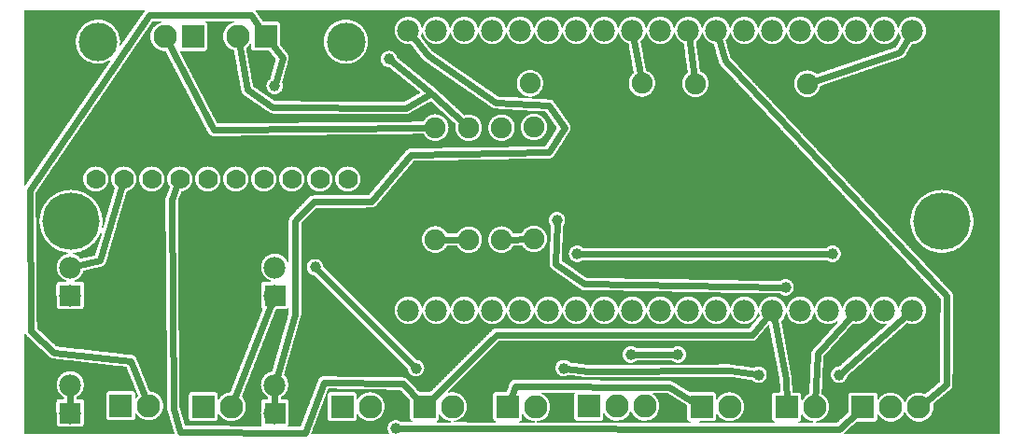
<source format=gbl>
G04 MADE WITH FRITZING*
G04 WWW.FRITZING.ORG*
G04 DOUBLE SIDED*
G04 HOLES PLATED*
G04 CONTOUR ON CENTER OF CONTOUR VECTOR*
%FSLAX26Y26*%
%MOIN*%
%ADD10C,0.075000*%
%ADD11C,0.039370*%
%ADD12C,0.204725*%
%ADD13C,0.137795*%
%ADD14C,0.078000*%
%ADD15C,0.083307*%
%ADD16C,0.070000*%
%ADD17R,0.083307X0.083307*%
%ADD18R,0.078000X0.078000*%
%ADD19C,0.024000*%
%ADD20C,0.000100*%
%ADD21R,0.001000X0.001000*%
G04 COPPER0*
%FSLAX26Y26*%
%MOIN*%
D10*
X2780430Y1200767D03*
X1064930Y532440D03*
X2638200Y167600D03*
X2789930Y378270D03*
X76900Y1497933D03*
X192000Y795100D03*
X3302140Y795000D03*
D11*
X1356000Y50800D03*
X1068000Y626801D03*
X1428000Y266800D03*
X1932000Y794801D03*
X2748000Y554800D03*
X1956000Y266800D03*
X2652000Y242800D03*
X923999Y1274801D03*
X2916000Y674801D03*
X2004000Y674801D03*
X1332000Y1370801D03*
X2940000Y242800D03*
X2196000Y314800D03*
X2364000Y314800D03*
D12*
X196325Y790767D03*
D13*
X1178050Y1432853D03*
D14*
X3201060Y1473251D03*
X3101050Y1473251D03*
X3001050Y1473251D03*
X2901050Y1473251D03*
X2801050Y1473251D03*
X2701050Y1473251D03*
X2601030Y1473251D03*
X2501030Y1473251D03*
X2401030Y1473251D03*
X2301020Y1473251D03*
X2201020Y1473251D03*
X2101020Y1473251D03*
X2001020Y1473251D03*
X1901020Y1473251D03*
X1801010Y1473251D03*
X1701010Y1473251D03*
X1601010Y1473251D03*
X1501010Y1473251D03*
X1401010Y1473251D03*
X1401050Y473360D03*
X1501050Y473360D03*
X1601050Y473360D03*
X1701050Y473360D03*
X1801050Y473360D03*
X1901050Y473360D03*
X2001060Y473360D03*
X2101060Y473360D03*
X2201060Y473360D03*
X2301060Y473360D03*
X2401080Y473360D03*
X2501080Y473360D03*
X2601080Y473360D03*
X2701090Y473360D03*
X2801090Y473360D03*
X2901090Y473360D03*
X3001090Y473360D03*
X3101090Y473360D03*
X3201090Y473360D03*
D10*
X2426290Y1282864D03*
X2826290Y1282864D03*
X1497410Y1125873D03*
X1497410Y725873D03*
X2235330Y1283898D03*
X1835330Y1283898D03*
D15*
X2448310Y128210D03*
X2548310Y128210D03*
X2752470Y127490D03*
X2852470Y127490D03*
X3024410Y126940D03*
X3124410Y126940D03*
X3224410Y126940D03*
X2045490Y130710D03*
X2145490Y130710D03*
X2245490Y130710D03*
X1755820Y128670D03*
X1855820Y128670D03*
X631406Y1451051D03*
X531406Y1451051D03*
X891467Y1451917D03*
X791467Y1451917D03*
X1458220Y128820D03*
X1558220Y128820D03*
X1164620Y128410D03*
X1264620Y128410D03*
X373900Y131530D03*
X473900Y131530D03*
X668993Y128490D03*
X768993Y128490D03*
D16*
X1184910Y942080D03*
X1084910Y942080D03*
X984906Y942080D03*
X884906Y942080D03*
X784906Y942080D03*
X684906Y942080D03*
X584906Y942080D03*
X484906Y942080D03*
X384906Y942080D03*
X284906Y942080D03*
D10*
X1734070Y1125581D03*
X1734070Y725581D03*
X1616920Y1125117D03*
X1616920Y725117D03*
X1849490Y1127949D03*
X1849490Y727949D03*
D12*
X3306560Y790767D03*
D13*
X292362Y1432837D03*
D14*
X193569Y626594D03*
X193569Y206590D03*
X924139Y626594D03*
X924139Y526590D03*
X923567Y206590D03*
X193569Y526590D03*
X193569Y106590D03*
X923567Y106590D03*
D17*
X2448314Y128206D03*
X2752474Y127486D03*
X3024414Y126936D03*
X2045494Y130706D03*
X1755824Y128666D03*
X631406Y1451051D03*
X891467Y1451917D03*
X1458224Y128816D03*
X1164624Y128406D03*
X373900Y131526D03*
X668994Y128486D03*
D18*
X924522Y526600D03*
X193522Y526600D03*
X193522Y106600D03*
X924522Y106600D03*
D19*
X1599420Y725228D02*
X1514900Y725763D01*
D02*
X1831990Y727590D02*
X1751560Y725940D01*
D02*
X1479910Y1125700D02*
X705319Y1118044D01*
D02*
X705316Y1118044D02*
X541429Y1431857D01*
D02*
X2423990Y1300213D02*
X2403540Y1454416D01*
D02*
X923568Y187590D02*
X923568Y125590D01*
D02*
X1412510Y1458121D02*
X1468630Y1384228D01*
D02*
X1713590Y1215631D02*
X1902770Y1204664D01*
D02*
X1468630Y1384228D02*
X1713600Y1215631D01*
D02*
X1902780Y1204664D02*
X1958980Y1125154D01*
D02*
X1410630Y1029192D02*
X1269430Y861946D01*
D02*
X1902780Y1037418D02*
X1410630Y1029193D01*
D02*
X1958980Y1125153D02*
X1902770Y1037417D01*
D02*
X1269430Y861946D02*
X1062230Y860987D01*
D02*
X996363Y793004D02*
X996000Y458800D01*
D02*
X1062220Y860987D02*
X996363Y793004D01*
D02*
X996000Y458800D02*
X928812Y224860D01*
D02*
X2204420Y1454556D02*
X2232210Y1301118D01*
D02*
X2531770Y1364090D02*
X3324090Y523820D01*
D02*
X2506190Y1454962D02*
X2531760Y1364090D01*
D02*
X3322670Y206980D02*
X3241200Y140630D01*
D02*
X3324090Y523820D02*
X3322670Y206970D01*
D02*
X2749190Y228430D02*
X2751760Y149130D01*
D02*
X2704760Y454720D02*
X2749190Y228440D01*
D02*
X1473530Y144140D02*
X1716000Y386800D01*
X1716000Y386800D02*
X2628730Y386540D01*
D02*
X2628730Y386530D02*
X2688940Y458770D01*
D02*
X555546Y868032D02*
X561913Y123060D01*
D02*
X577650Y923781D02*
X555545Y868031D01*
D02*
X587230Y38970D02*
X1031420Y35200D01*
D02*
X561912Y123060D02*
X587230Y38960D01*
D02*
X1031420Y35200D02*
X1099950Y215380D01*
D02*
X1099950Y215390D02*
X1381700Y210610D01*
D02*
X1381700Y210610D02*
X1443430Y144640D01*
D02*
X3008610Y112140D02*
X2941170Y49000D01*
D02*
X2941170Y49000D02*
X1363870Y50790D01*
D02*
X2988450Y459190D02*
X2862120Y317530D01*
D02*
X2862120Y317520D02*
X2853570Y149120D01*
D02*
X1073570Y621232D02*
X1422430Y272370D01*
D02*
X3191820Y1456654D02*
X3157400Y1394886D01*
D02*
X3157410Y1394886D02*
X2842870Y1288473D01*
D02*
X1763420Y148940D02*
X1783500Y202560D01*
D02*
X1783510Y202560D02*
X2333260Y199160D01*
D02*
X2333260Y199160D02*
X2429880Y139580D01*
D02*
X1931760Y786930D02*
X1927320Y638744D01*
D02*
X2028960Y567220D02*
X2740130Y554940D01*
D02*
X1927320Y638744D02*
X2028960Y567220D01*
D02*
X193570Y187590D02*
X193570Y125590D01*
D02*
X879205Y1469765D02*
X839155Y1528063D01*
D02*
X839154Y1528062D02*
X475874Y1528062D01*
D02*
X475876Y1528062D02*
X48720Y900847D01*
D02*
X52779Y399100D02*
X134677Y322660D01*
D02*
X48720Y900847D02*
X52779Y399100D01*
D02*
X409492Y291720D02*
X465822Y151620D01*
D02*
X134678Y322670D02*
X409492Y291730D01*
D02*
X1963810Y265820D02*
X2044080Y255730D01*
D02*
X2548030Y257820D02*
X2644210Y243920D01*
D02*
X2044090Y255730D02*
X2548040Y257830D01*
D02*
X926100Y1282389D02*
X951751Y1375102D01*
D02*
X951750Y1375102D02*
X904835Y1434883D01*
D02*
X2908130Y674800D02*
X2011870Y674800D01*
D02*
X917241Y508890D02*
X776856Y148660D01*
D02*
X379397Y923182D02*
X300000Y650800D01*
X300000Y650800D02*
X212097Y630808D01*
D02*
X1604080Y1137006D02*
X1484360Y1247856D01*
D02*
X1484370Y1247854D02*
X1391700Y1195403D01*
D02*
X917759Y1198773D02*
X826408Y1260382D01*
D02*
X1391700Y1195404D02*
X917758Y1198774D01*
D02*
X826408Y1260382D02*
X795353Y1430615D01*
D02*
X1338130Y1365855D02*
X1484370Y1247854D01*
D02*
X2945900Y248010D02*
X3186860Y460790D01*
D02*
X2203870Y314800D02*
X2356130Y314800D01*
D20*
G36*
X2807170Y101600D02*
X2807900Y101300D01*
X2808540Y100770D01*
X2809740Y98670D01*
X2810340Y97840D01*
X2815670Y91270D01*
X2816740Y90300D01*
X2823370Y84900D01*
X2832300Y80140D01*
X2833240Y79770D01*
X2842000Y77040D01*
X2848040Y76070D01*
X2847670Y73900D01*
X2847670Y71100D01*
X2796270Y71200D01*
X2795500Y71470D01*
X2794840Y71970D01*
X2794400Y72640D01*
X2794170Y73440D01*
X2794240Y74240D01*
X2794540Y74970D01*
X2795070Y75600D01*
X2795770Y76000D01*
X2796600Y76200D01*
X2798970Y77140D01*
X2800940Y78570D01*
X2801940Y79670D01*
X2802940Y81170D01*
X2803500Y82470D01*
X2803770Y83300D01*
X2804100Y85870D01*
X2804140Y99570D01*
X2804600Y100700D01*
X2805200Y101240D01*
X2805940Y101570D01*
X2806340Y101670D01*
X2807170Y101600D01*
D02*
G37*
D02*
G36*
X1992560Y179230D02*
X1993330Y178960D01*
X1993960Y178460D01*
X1994400Y177800D01*
X1994560Y177400D01*
X1994630Y176600D01*
X1993960Y174060D01*
X1993800Y172360D01*
X1993800Y88960D01*
X1994100Y86630D01*
X1994630Y85100D01*
X1994960Y84360D01*
X1995860Y83000D01*
X1997360Y81400D01*
X1998930Y80330D01*
X2000400Y79660D01*
X2002100Y79230D01*
X2003800Y79060D01*
X2087930Y79100D01*
X2089560Y79360D01*
X2091100Y79900D01*
X2092530Y80660D01*
X2093960Y81760D01*
X2094960Y82860D01*
X2095960Y84360D01*
X2096530Y85660D01*
X2096960Y87360D01*
X2097130Y89060D01*
X2097160Y102730D01*
X2097630Y103860D01*
X2098230Y104400D01*
X2098960Y104730D01*
X2099360Y104830D01*
X2100200Y104760D01*
X2100930Y104460D01*
X2101560Y103930D01*
X2102730Y101900D01*
X2103330Y101030D01*
X2108660Y94460D01*
X2109730Y93460D01*
X2116460Y88100D01*
X2125330Y83360D01*
X2126260Y83000D01*
X2134460Y80400D01*
X2135700Y80100D01*
X2141060Y79300D01*
X2144900Y79060D01*
X2146030Y79060D01*
X2150130Y79300D01*
X2156260Y80330D01*
X2165430Y83260D01*
X2174300Y88000D01*
X2175130Y88600D01*
X2181860Y94060D01*
X2182730Y95000D01*
X2188230Y101930D01*
X2193330Y111730D01*
X2193860Y112360D01*
X2194560Y112760D01*
X2195360Y112930D01*
X2196160Y112830D01*
X2196560Y112700D01*
X2197230Y112200D01*
X2197700Y111560D01*
X2198430Y109860D01*
X2202300Y102600D01*
X2203330Y101030D01*
X2208660Y94460D01*
X2209730Y93460D01*
X2216460Y88100D01*
X2225330Y83360D01*
X2226260Y83000D01*
X2234460Y80400D01*
X2235700Y80100D01*
X2241060Y79300D01*
X2244900Y79060D01*
X2246030Y79060D01*
X2250130Y79300D01*
X2256260Y80330D01*
X2265430Y83260D01*
X2274300Y88000D01*
X2275130Y88600D01*
X2281860Y94060D01*
X2282730Y95000D01*
X2288230Y101930D01*
X2292900Y110760D01*
X2293200Y111530D01*
X2296100Y121030D01*
X2296930Y126430D01*
X2297130Y130160D01*
X2297130Y131430D01*
X2296900Y135400D01*
X2295730Y141960D01*
X2292930Y150700D01*
X2288200Y159560D01*
X2287600Y160400D01*
X2282160Y167060D01*
X2281200Y167930D01*
X2274600Y173300D01*
X2274130Y173960D01*
X2273900Y174760D01*
X2274060Y175960D01*
X2274500Y176660D01*
X2275500Y177360D01*
X2276400Y177530D01*
X2326730Y177200D01*
X2327600Y176860D01*
X2395760Y134760D01*
X2396300Y134130D01*
X2396560Y133360D01*
X2396630Y132860D01*
X2396660Y85760D01*
X2396930Y84130D01*
X2397460Y82600D01*
X2397800Y81860D01*
X2398700Y80500D01*
X2400200Y78900D01*
X2401760Y77830D01*
X2403230Y77160D01*
X2404930Y76730D01*
X2406460Y76530D01*
X2407200Y76200D01*
X2407800Y75630D01*
X2408200Y74930D01*
X2408330Y74130D01*
X2408060Y72930D01*
X2407560Y72300D01*
X2406900Y71830D01*
X2406100Y71600D01*
X1859730Y72260D01*
X1858960Y72530D01*
X1858300Y73030D01*
X1857860Y73700D01*
X1857630Y74500D01*
X1857700Y75300D01*
X1858000Y76030D01*
X1858530Y76660D01*
X1859230Y77060D01*
X1866600Y78300D01*
X1875760Y81230D01*
X1884630Y85960D01*
X1885460Y86560D01*
X1892200Y92030D01*
X1893060Y92960D01*
X1898560Y99900D01*
X1903230Y108730D01*
X1903530Y109500D01*
X1906260Y118260D01*
X1907160Y123960D01*
X1907460Y129030D01*
X1907060Y134400D01*
X1906230Y139300D01*
X1903260Y148660D01*
X1898530Y157530D01*
X1897930Y158360D01*
X1892500Y165030D01*
X1891530Y165930D01*
X1884800Y171300D01*
X1877130Y175500D01*
X1876600Y176060D01*
X1876160Y177230D01*
X1876230Y178030D01*
X1876530Y178800D01*
X1877060Y179400D01*
X1877760Y179800D01*
X1878160Y179930D01*
X1992560Y179230D01*
D02*
G37*
D02*
G36*
X1810540Y102730D02*
X1811270Y102430D01*
X1811900Y101900D01*
X1813070Y99870D01*
X1813670Y99000D01*
X1819000Y92430D01*
X1820070Y91430D01*
X1826800Y86070D01*
X1835670Y81330D01*
X1836600Y80970D01*
X1844570Y78430D01*
X1846040Y78070D01*
X1851500Y77230D01*
X1851300Y76300D01*
X1851300Y72270D01*
X1799570Y72330D01*
X1798440Y72800D01*
X1797900Y73400D01*
X1797570Y74130D01*
X1797470Y74570D01*
X1797540Y75370D01*
X1797840Y76100D01*
X1798370Y76730D01*
X1799070Y77130D01*
X1800640Y77570D01*
X1802340Y78300D01*
X1804300Y79730D01*
X1805300Y80830D01*
X1806300Y82330D01*
X1806870Y83630D01*
X1807140Y84470D01*
X1807470Y87030D01*
X1807500Y100700D01*
X1807970Y101830D01*
X1808570Y102370D01*
X1809300Y102700D01*
X1809700Y102800D01*
X1810540Y102730D01*
D02*
G37*
D02*
G36*
X1512930Y102900D02*
X1513670Y102600D01*
X1514300Y102070D01*
X1515470Y100000D01*
X1516070Y99170D01*
X1521470Y92500D01*
X1522470Y91570D01*
X1529200Y86200D01*
X1538070Y81470D01*
X1539000Y81100D01*
X1547770Y78370D01*
X1552900Y77470D01*
X1553600Y77100D01*
X1554170Y76500D01*
X1554500Y75770D01*
X1554600Y75370D01*
X1554530Y74540D01*
X1554230Y73800D01*
X1553700Y73170D01*
X1553000Y72770D01*
X1552100Y72600D01*
X1502900Y72700D01*
X1502130Y72970D01*
X1501470Y73470D01*
X1501030Y74140D01*
X1500800Y74940D01*
X1500870Y75740D01*
X1501170Y76470D01*
X1501700Y77100D01*
X1502030Y77340D01*
X1504730Y78440D01*
X1506700Y79870D01*
X1507700Y80970D01*
X1508700Y82470D01*
X1509270Y83770D01*
X1509530Y84600D01*
X1509870Y87170D01*
X1509900Y100870D01*
X1510370Y102000D01*
X1510970Y102540D01*
X1511700Y102870D01*
X1512100Y102970D01*
X1512930Y102900D01*
D02*
G37*
D02*
G36*
X2851970Y464100D02*
X2852970Y463400D01*
X2853200Y463070D01*
X2853430Y462540D01*
X2856100Y454400D01*
X2860570Y445940D01*
X2866270Y438900D01*
X2867400Y437870D01*
X2873530Y433000D01*
X2874400Y432470D01*
X2881970Y428470D01*
X2882870Y428100D01*
X2891130Y425500D01*
X2895800Y424700D01*
X2900470Y424400D01*
X2901670Y424400D01*
X2906530Y424740D01*
X2911170Y425540D01*
X2920030Y428400D01*
X2928400Y432870D01*
X2929930Y433970D01*
X2930730Y434200D01*
X2931530Y434200D01*
X2932300Y433940D01*
X2932930Y433440D01*
X2933400Y432740D01*
X2933600Y431970D01*
X2933530Y431140D01*
X2933200Y430400D01*
X2932970Y430070D01*
X2845670Y332200D01*
X2843200Y328800D01*
X2841730Y325870D01*
X2840900Y323470D01*
X2840230Y319740D01*
X2840070Y318270D01*
X2832800Y176200D01*
X2832700Y175800D01*
X2832270Y175100D01*
X2831530Y174540D01*
X2823600Y170240D01*
X2822770Y169640D01*
X2816100Y164200D01*
X2815200Y163240D01*
X2809700Y156300D01*
X2808570Y154340D01*
X2808000Y153800D01*
X2806830Y153370D01*
X2806030Y153440D01*
X2805300Y153740D01*
X2804670Y154270D01*
X2804270Y154970D01*
X2804130Y155370D01*
X2804070Y169970D01*
X2803770Y171740D01*
X2803270Y173140D01*
X2802500Y174570D01*
X2801400Y176000D01*
X2800300Y177000D01*
X2798970Y177900D01*
X2797300Y178640D01*
X2795800Y179000D01*
X2794100Y179170D01*
X2774800Y179200D01*
X2773670Y179670D01*
X2773130Y180270D01*
X2772800Y181000D01*
X2772700Y181600D01*
X2771030Y230970D01*
X2731300Y433840D01*
X2731400Y434640D01*
X2731770Y435370D01*
X2732230Y435870D01*
X2735530Y438540D01*
X2736400Y439500D01*
X2741600Y446000D01*
X2746030Y454400D01*
X2748830Y462900D01*
X2749330Y463570D01*
X2750000Y464040D01*
X2750770Y464240D01*
X2751200Y464270D01*
X2751970Y464100D01*
X2752970Y463400D01*
X2753200Y463070D01*
X2753430Y462540D01*
X2756100Y454400D01*
X2760570Y445940D01*
X2766270Y438900D01*
X2767400Y437870D01*
X2773530Y433000D01*
X2774570Y432370D01*
X2781970Y428470D01*
X2782870Y428100D01*
X2791130Y425500D01*
X2795800Y424700D01*
X2800470Y424400D01*
X2801670Y424400D01*
X2806530Y424740D01*
X2811170Y425540D01*
X2820030Y428400D01*
X2828400Y432870D01*
X2829270Y433470D01*
X2835530Y438540D01*
X2836400Y439500D01*
X2841600Y446000D01*
X2846030Y454400D01*
X2848830Y462900D01*
X2849330Y463570D01*
X2850000Y464040D01*
X2850770Y464240D01*
X2851200Y464270D01*
X2851970Y464100D01*
D02*
G37*
D02*
G36*
X456333Y1544767D02*
X457466Y1544300D01*
X458000Y1543700D01*
X458333Y1542967D01*
X458433Y1542567D01*
X458366Y1541733D01*
X457900Y1540733D01*
X374366Y1418200D01*
X373700Y1417700D01*
X372933Y1417433D01*
X372133Y1417433D01*
X371366Y1417700D01*
X370700Y1418200D01*
X370266Y1418867D01*
X370033Y1419633D01*
X370066Y1420300D01*
X370866Y1425700D01*
X371233Y1432333D01*
X371233Y1433533D01*
X370866Y1440267D01*
X369433Y1449133D01*
X367400Y1456667D01*
X365033Y1463100D01*
X361733Y1470067D01*
X357333Y1477433D01*
X353433Y1482733D01*
X348500Y1488267D01*
X347666Y1489100D01*
X342233Y1493933D01*
X336933Y1497833D01*
X329566Y1502200D01*
X322633Y1505500D01*
X316200Y1507900D01*
X307433Y1510167D01*
X300633Y1511267D01*
X292900Y1511733D01*
X291766Y1511733D01*
X283866Y1511233D01*
X276100Y1509933D01*
X268500Y1507900D01*
X261266Y1505167D01*
X255133Y1502233D01*
X247766Y1497833D01*
X242467Y1493933D01*
X236933Y1489000D01*
X236100Y1488167D01*
X231267Y1482733D01*
X226867Y1476667D01*
X222900Y1470000D01*
X219633Y1463100D01*
X217233Y1456533D01*
X215033Y1447933D01*
X213933Y1441067D01*
X213467Y1433433D01*
X213467Y1432167D01*
X213967Y1424367D01*
X215067Y1417567D01*
X217300Y1408967D01*
X219667Y1402500D01*
X223400Y1394800D01*
X227367Y1388267D01*
X231900Y1382200D01*
X236100Y1377533D01*
X236933Y1376700D01*
X242467Y1371767D01*
X247766Y1367867D01*
X255133Y1363467D01*
X262100Y1360167D01*
X269433Y1357533D01*
X276166Y1355733D01*
X285200Y1354333D01*
X291800Y1353967D01*
X292866Y1353967D01*
X299766Y1354333D01*
X308633Y1355767D01*
X316166Y1357800D01*
X322700Y1360200D01*
X330333Y1363900D01*
X333000Y1365467D01*
X333800Y1365633D01*
X334600Y1365533D01*
X335333Y1365200D01*
X335900Y1364633D01*
X336266Y1363900D01*
X336400Y1363100D01*
X336266Y1362300D01*
X335966Y1361733D01*
X34300Y918800D01*
X33667Y918334D01*
X32900Y918067D01*
X32067Y918067D01*
X31300Y918334D01*
X30667Y918834D01*
X30233Y919500D01*
X30067Y919900D01*
X30000Y920300D01*
X30033Y1542700D01*
X30500Y1543833D01*
X31100Y1544367D01*
X31833Y1544700D01*
X32233Y1544800D01*
X456333Y1544767D01*
D02*
G37*
D02*
G36*
X296934Y1471833D02*
X300400Y1471333D01*
X304367Y1470333D01*
X307534Y1469166D01*
X313900Y1465666D01*
X320167Y1460400D01*
X325134Y1454433D01*
X328700Y1447866D01*
X329900Y1444633D01*
X330834Y1440833D01*
X331334Y1437300D01*
X331534Y1432900D01*
X331334Y1428566D01*
X330800Y1424666D01*
X329900Y1421066D01*
X328600Y1417533D01*
X325200Y1411333D01*
X319867Y1405033D01*
X313867Y1400000D01*
X307300Y1396433D01*
X303967Y1395266D01*
X300300Y1394366D01*
X296667Y1393833D01*
X292267Y1393666D01*
X287700Y1393900D01*
X284167Y1394400D01*
X280367Y1395366D01*
X277167Y1396533D01*
X270700Y1400100D01*
X264467Y1405333D01*
X259834Y1410866D01*
X255800Y1418166D01*
X254800Y1421066D01*
X253834Y1425133D01*
X253334Y1428800D01*
X253167Y1432900D01*
X253400Y1437500D01*
X253867Y1440900D01*
X254934Y1445266D01*
X255767Y1447566D01*
X259867Y1454866D01*
X264900Y1460833D01*
X270367Y1465400D01*
X277500Y1469333D01*
X280434Y1470366D01*
X284567Y1471366D01*
X287967Y1471833D01*
X292267Y1472033D01*
X296934Y1471833D01*
D02*
G37*
D02*
G36*
X303499Y749566D02*
X304199Y749133D01*
X304733Y748500D01*
X305066Y747333D01*
X304966Y746533D01*
X282733Y670433D01*
X282266Y669766D01*
X281599Y669266D01*
X281033Y669066D01*
X232233Y658000D01*
X231800Y658000D01*
X231033Y658233D01*
X230366Y658666D01*
X227733Y661700D01*
X221200Y666933D01*
X220200Y667533D01*
X212600Y671566D01*
X204600Y674166D01*
X203933Y674666D01*
X203466Y675300D01*
X203233Y676500D01*
X203400Y677300D01*
X203800Y678000D01*
X204433Y678533D01*
X205166Y678833D01*
X208133Y679133D01*
X219500Y680933D01*
X229400Y683433D01*
X239566Y687066D01*
X250166Y692200D01*
X259466Y697966D01*
X267500Y703933D01*
X275366Y710966D01*
X276233Y711833D01*
X283166Y719600D01*
X289233Y727766D01*
X295299Y737766D01*
X299599Y746533D01*
X300366Y748400D01*
X300833Y749033D01*
X301533Y749500D01*
X302299Y749733D01*
X303499Y749566D01*
D02*
G37*
D02*
G36*
X202200Y843500D02*
X207133Y842767D01*
X212033Y841434D01*
X216866Y839634D01*
X222166Y837100D01*
X225966Y834800D01*
X229933Y831800D01*
X233733Y828300D01*
X237533Y824134D01*
X240499Y820167D01*
X242766Y816400D01*
X245233Y811134D01*
X247133Y806033D01*
X248299Y801633D01*
X248999Y796633D01*
X249266Y790800D01*
X248966Y784733D01*
X248299Y780000D01*
X247033Y775233D01*
X245166Y770233D01*
X242666Y765000D01*
X240299Y761100D01*
X237466Y757333D01*
X233733Y753267D01*
X229733Y749600D01*
X225799Y746667D01*
X221933Y744333D01*
X216666Y741867D01*
X211799Y740033D01*
X206866Y738767D01*
X201933Y738033D01*
X196200Y737800D01*
X190399Y738067D01*
X185233Y738833D01*
X180833Y740033D01*
X175600Y742000D01*
X170733Y744333D01*
X166533Y746867D01*
X162700Y749767D01*
X158700Y753467D01*
X155133Y757367D01*
X152000Y761567D01*
X149566Y765700D01*
X147466Y770267D01*
X145500Y775467D01*
X144300Y780233D01*
X143566Y785200D01*
X143333Y790800D01*
X143600Y796733D01*
X144400Y801900D01*
X145566Y806233D01*
X147533Y811534D01*
X149833Y816367D01*
X152333Y820467D01*
X155366Y824500D01*
X158833Y828267D01*
X162900Y831967D01*
X166800Y834867D01*
X170966Y837367D01*
X175800Y839634D01*
X181100Y841600D01*
X185500Y842767D01*
X190666Y843534D01*
X196200Y843767D01*
X202200Y843500D01*
D02*
G37*
D02*
G36*
X3312440Y843500D02*
X3317370Y842767D01*
X3322270Y841434D01*
X3327100Y839634D01*
X3332400Y837100D01*
X3336200Y834800D01*
X3340170Y831800D01*
X3343970Y828300D01*
X3347770Y824134D01*
X3350740Y820167D01*
X3353000Y816400D01*
X3355500Y811100D01*
X3357140Y806700D01*
X3358570Y801334D01*
X3359240Y796633D01*
X3359500Y790800D01*
X3359200Y784767D01*
X3358540Y780000D01*
X3357200Y775033D01*
X3355470Y770333D01*
X3352900Y765000D01*
X3350540Y761100D01*
X3347700Y757333D01*
X3343970Y753267D01*
X3339970Y749600D01*
X3336040Y746667D01*
X3332170Y744333D01*
X3326900Y741867D01*
X3322040Y740033D01*
X3317100Y738767D01*
X3312170Y738033D01*
X3306440Y737800D01*
X3300640Y738067D01*
X3295700Y738800D01*
X3290940Y740100D01*
X3285570Y742100D01*
X3281040Y744333D01*
X3276770Y746867D01*
X3272940Y749767D01*
X3268940Y753433D01*
X3265200Y757533D01*
X3262400Y761300D01*
X3259970Y765333D01*
X3257700Y770267D01*
X3255740Y775467D01*
X3254540Y780233D01*
X3253800Y785200D01*
X3253570Y790800D01*
X3253840Y796733D01*
X3254640Y801900D01*
X3255800Y806233D01*
X3257770Y811534D01*
X3260140Y816534D01*
X3262470Y820367D01*
X3265470Y824334D01*
X3269070Y828267D01*
X3273140Y831967D01*
X3277070Y834867D01*
X3281200Y837367D01*
X3285700Y839534D01*
X3291170Y841567D01*
X3295970Y842800D01*
X3300900Y843534D01*
X3306640Y843767D01*
X3312440Y843500D01*
D02*
G37*
D02*
G36*
X1182800Y1471800D02*
X1186170Y1471366D01*
X1190000Y1470366D01*
X1193300Y1469166D01*
X1200070Y1465400D01*
X1205700Y1460633D01*
X1210540Y1454833D01*
X1214640Y1447466D01*
X1215500Y1445000D01*
X1216540Y1440633D01*
X1217000Y1437300D01*
X1217200Y1432900D01*
X1217000Y1428566D01*
X1216500Y1424866D01*
X1215500Y1420800D01*
X1214400Y1417800D01*
X1210540Y1410866D01*
X1205900Y1405333D01*
X1199700Y1400133D01*
X1192840Y1396366D01*
X1189940Y1395366D01*
X1185840Y1394366D01*
X1182340Y1393866D01*
X1177940Y1393700D01*
X1173470Y1393900D01*
X1170000Y1394400D01*
X1165900Y1395433D01*
X1162870Y1396533D01*
X1156140Y1400300D01*
X1149940Y1405533D01*
X1145500Y1410833D01*
X1141570Y1417966D01*
X1140440Y1421200D01*
X1139500Y1425033D01*
X1139040Y1428600D01*
X1138870Y1432900D01*
X1139100Y1437800D01*
X1139540Y1440933D01*
X1140540Y1444866D01*
X1141770Y1448200D01*
X1145270Y1454533D01*
X1150540Y1460766D01*
X1156400Y1465666D01*
X1163140Y1469333D01*
X1166270Y1470433D01*
X1170200Y1471400D01*
X1173500Y1471833D01*
X1177940Y1472033D01*
X1182800Y1471800D01*
D02*
G37*
D02*
D21*
X858500Y1544300D02*
X3511500Y1544300D01*
X857500Y1543300D02*
X3512500Y1543300D01*
X857500Y1542300D02*
X3512500Y1542300D01*
X857500Y1541300D02*
X3512500Y1541300D01*
X857500Y1540300D02*
X3512500Y1540300D01*
X858500Y1539300D02*
X3512500Y1539300D01*
X859500Y1538300D02*
X3512500Y1538300D01*
X859500Y1537300D02*
X3512500Y1537300D01*
X860500Y1536300D02*
X3512500Y1536300D01*
X861500Y1535300D02*
X3512500Y1535300D01*
X861500Y1534300D02*
X3512500Y1534300D01*
X862500Y1533300D02*
X3512500Y1533300D01*
X863500Y1532300D02*
X3512500Y1532300D01*
X864500Y1531300D02*
X3512500Y1531300D01*
X864500Y1530300D02*
X3512500Y1530300D01*
X865500Y1529300D02*
X3512500Y1529300D01*
X866500Y1528300D02*
X3512500Y1528300D01*
X866500Y1527300D02*
X3512500Y1527300D01*
X867500Y1526300D02*
X3512500Y1526300D01*
X868500Y1525300D02*
X3512500Y1525300D01*
X868500Y1524300D02*
X3512500Y1524300D01*
X869500Y1523300D02*
X3512500Y1523300D01*
X870500Y1522300D02*
X3106500Y1522300D01*
X3112500Y1522300D02*
X3512500Y1522300D01*
X870500Y1521300D02*
X1391500Y1521300D01*
X1410500Y1521300D02*
X1491500Y1521300D01*
X1510500Y1521300D02*
X1591500Y1521300D01*
X1610500Y1521300D02*
X1691500Y1521300D01*
X1710500Y1521300D02*
X1791500Y1521300D01*
X1810500Y1521300D02*
X1891500Y1521300D01*
X1910500Y1521300D02*
X1991500Y1521300D01*
X2010500Y1521300D02*
X2091500Y1521300D01*
X2110500Y1521300D02*
X2191500Y1521300D01*
X2210500Y1521300D02*
X2291500Y1521300D01*
X2310500Y1521300D02*
X2391500Y1521300D01*
X2410500Y1521300D02*
X2491500Y1521300D01*
X2510500Y1521300D02*
X2591500Y1521300D01*
X2610500Y1521300D02*
X2691500Y1521300D01*
X2710500Y1521300D02*
X2791500Y1521300D01*
X2810500Y1521300D02*
X2891500Y1521300D01*
X2910500Y1521300D02*
X2991500Y1521300D01*
X3010500Y1521300D02*
X3091500Y1521300D01*
X3110500Y1521300D02*
X3191500Y1521300D01*
X3210500Y1521300D02*
X3512500Y1521300D01*
X871500Y1520300D02*
X1387500Y1520300D01*
X1413500Y1520300D02*
X1487500Y1520300D01*
X1513500Y1520300D02*
X1587500Y1520300D01*
X1613500Y1520300D02*
X1687500Y1520300D01*
X1713500Y1520300D02*
X1787500Y1520300D01*
X1813500Y1520300D02*
X1887500Y1520300D01*
X1913500Y1520300D02*
X1987500Y1520300D01*
X2013500Y1520300D02*
X2087500Y1520300D01*
X2113500Y1520300D02*
X2187500Y1520300D01*
X2213500Y1520300D02*
X2287500Y1520300D01*
X2313500Y1520300D02*
X2387500Y1520300D01*
X2413500Y1520300D02*
X2487500Y1520300D01*
X2513500Y1520300D02*
X2587500Y1520300D01*
X2613500Y1520300D02*
X2687500Y1520300D01*
X2713500Y1520300D02*
X2787500Y1520300D01*
X2813500Y1520300D02*
X2887500Y1520300D01*
X2913500Y1520300D02*
X2987500Y1520300D01*
X3013500Y1520300D02*
X3087500Y1520300D01*
X3113500Y1520300D02*
X3187500Y1520300D01*
X3213500Y1520300D02*
X3512500Y1520300D01*
X872500Y1519300D02*
X1384500Y1519300D01*
X1417500Y1519300D02*
X1484500Y1519300D01*
X1517500Y1519300D02*
X1584500Y1519300D01*
X1617500Y1519300D02*
X1684500Y1519300D01*
X1717500Y1519300D02*
X1784500Y1519300D01*
X1817500Y1519300D02*
X1884500Y1519300D01*
X1917500Y1519300D02*
X1984500Y1519300D01*
X2017500Y1519300D02*
X2084500Y1519300D01*
X2117500Y1519300D02*
X2184500Y1519300D01*
X2217500Y1519300D02*
X2284500Y1519300D01*
X2317500Y1519300D02*
X2384500Y1519300D01*
X2417500Y1519300D02*
X2484500Y1519300D01*
X2517500Y1519300D02*
X2584500Y1519300D01*
X2617500Y1519300D02*
X2684500Y1519300D01*
X2717500Y1519300D02*
X2784500Y1519300D01*
X2817500Y1519300D02*
X2884500Y1519300D01*
X2917500Y1519300D02*
X2984500Y1519300D01*
X3017500Y1519300D02*
X3084500Y1519300D01*
X3117500Y1519300D02*
X3184500Y1519300D01*
X3216500Y1519300D02*
X3512500Y1519300D01*
X872500Y1518300D02*
X1381500Y1518300D01*
X1420500Y1518300D02*
X1481500Y1518300D01*
X1520500Y1518300D02*
X1581500Y1518300D01*
X1620500Y1518300D02*
X1681500Y1518300D01*
X1720500Y1518300D02*
X1781500Y1518300D01*
X1820500Y1518300D02*
X1881500Y1518300D01*
X1920500Y1518300D02*
X1981500Y1518300D01*
X2020500Y1518300D02*
X2081500Y1518300D01*
X2120500Y1518300D02*
X2181500Y1518300D01*
X2220500Y1518300D02*
X2281500Y1518300D01*
X2320500Y1518300D02*
X2381500Y1518300D01*
X2420500Y1518300D02*
X2481500Y1518300D01*
X2520500Y1518300D02*
X2581500Y1518300D01*
X2620500Y1518300D02*
X2681500Y1518300D01*
X2720500Y1518300D02*
X2781500Y1518300D01*
X2820500Y1518300D02*
X2881500Y1518300D01*
X2920500Y1518300D02*
X2981500Y1518300D01*
X3020500Y1518300D02*
X3081500Y1518300D01*
X3120500Y1518300D02*
X3181500Y1518300D01*
X3220500Y1518300D02*
X3512500Y1518300D01*
X873500Y1517300D02*
X1379500Y1517300D01*
X1422500Y1517300D02*
X1479500Y1517300D01*
X1522500Y1517300D02*
X1579500Y1517300D01*
X1622500Y1517300D02*
X1679500Y1517300D01*
X1722500Y1517300D02*
X1779500Y1517300D01*
X1822500Y1517300D02*
X1879500Y1517300D01*
X1922500Y1517300D02*
X1979500Y1517300D01*
X2022500Y1517300D02*
X2079500Y1517300D01*
X2122500Y1517300D02*
X2179500Y1517300D01*
X2222500Y1517300D02*
X2279500Y1517300D01*
X2322500Y1517300D02*
X2379500Y1517300D01*
X2422500Y1517300D02*
X2479500Y1517300D01*
X2522500Y1517300D02*
X2579500Y1517300D01*
X2622500Y1517300D02*
X2679500Y1517300D01*
X2722500Y1517300D02*
X2779500Y1517300D01*
X2822500Y1517300D02*
X2879500Y1517300D01*
X2922500Y1517300D02*
X2979500Y1517300D01*
X3022500Y1517300D02*
X3079500Y1517300D01*
X3122500Y1517300D02*
X3179500Y1517300D01*
X3222500Y1517300D02*
X3512500Y1517300D01*
X874500Y1516300D02*
X1377500Y1516300D01*
X1424500Y1516300D02*
X1477500Y1516300D01*
X1524500Y1516300D02*
X1577500Y1516300D01*
X1624500Y1516300D02*
X1677500Y1516300D01*
X1724500Y1516300D02*
X1777500Y1516300D01*
X1824500Y1516300D02*
X1877500Y1516300D01*
X1923500Y1516300D02*
X1977500Y1516300D01*
X2023500Y1516300D02*
X2077500Y1516300D01*
X2123500Y1516300D02*
X2177500Y1516300D01*
X2223500Y1516300D02*
X2277500Y1516300D01*
X2323500Y1516300D02*
X2377500Y1516300D01*
X2423500Y1516300D02*
X2477500Y1516300D01*
X2523500Y1516300D02*
X2577500Y1516300D01*
X2623500Y1516300D02*
X2677500Y1516300D01*
X2723500Y1516300D02*
X2777500Y1516300D01*
X2823500Y1516300D02*
X2877500Y1516300D01*
X2923500Y1516300D02*
X2977500Y1516300D01*
X3023500Y1516300D02*
X3077500Y1516300D01*
X3123500Y1516300D02*
X3177500Y1516300D01*
X3223500Y1516300D02*
X3512500Y1516300D01*
X875500Y1515300D02*
X1375500Y1515300D01*
X1425500Y1515300D02*
X1475500Y1515300D01*
X1525500Y1515300D02*
X1575500Y1515300D01*
X1625500Y1515300D02*
X1675500Y1515300D01*
X1725500Y1515300D02*
X1775500Y1515300D01*
X1825500Y1515300D02*
X1875500Y1515300D01*
X1925500Y1515300D02*
X1975500Y1515300D01*
X2025500Y1515300D02*
X2075500Y1515300D01*
X2125500Y1515300D02*
X2175500Y1515300D01*
X2225500Y1515300D02*
X2275500Y1515300D01*
X2325500Y1515300D02*
X2375500Y1515300D01*
X2425500Y1515300D02*
X2475500Y1515300D01*
X2525500Y1515300D02*
X2575500Y1515300D01*
X2625500Y1515300D02*
X2675500Y1515300D01*
X2725500Y1515300D02*
X2775500Y1515300D01*
X2825500Y1515300D02*
X2875500Y1515300D01*
X2925500Y1515300D02*
X2975500Y1515300D01*
X3025500Y1515300D02*
X3075500Y1515300D01*
X3125500Y1515300D02*
X3175500Y1515300D01*
X3225500Y1515300D02*
X3512500Y1515300D01*
X875500Y1514300D02*
X1373500Y1514300D01*
X1427500Y1514300D02*
X1473500Y1514300D01*
X1527500Y1514300D02*
X1573500Y1514300D01*
X1627500Y1514300D02*
X1673500Y1514300D01*
X1727500Y1514300D02*
X1773500Y1514300D01*
X1827500Y1514300D02*
X1873500Y1514300D01*
X1927500Y1514300D02*
X1973500Y1514300D01*
X2027500Y1514300D02*
X2073500Y1514300D01*
X2127500Y1514300D02*
X2173500Y1514300D01*
X2227500Y1514300D02*
X2273500Y1514300D01*
X2327500Y1514300D02*
X2373500Y1514300D01*
X2427500Y1514300D02*
X2473500Y1514300D01*
X2527500Y1514300D02*
X2573500Y1514300D01*
X2627500Y1514300D02*
X2673500Y1514300D01*
X2727500Y1514300D02*
X2773500Y1514300D01*
X2827500Y1514300D02*
X2873500Y1514300D01*
X2927500Y1514300D02*
X2973500Y1514300D01*
X3027500Y1514300D02*
X3073500Y1514300D01*
X3127500Y1514300D02*
X3173500Y1514300D01*
X3227500Y1514300D02*
X3512500Y1514300D01*
X876500Y1513300D02*
X1372500Y1513300D01*
X1429500Y1513300D02*
X1472500Y1513300D01*
X1529500Y1513300D02*
X1572500Y1513300D01*
X1629500Y1513300D02*
X1672500Y1513300D01*
X1729500Y1513300D02*
X1772500Y1513300D01*
X1829500Y1513300D02*
X1872500Y1513300D01*
X1929500Y1513300D02*
X1972500Y1513300D01*
X2029500Y1513300D02*
X2072500Y1513300D01*
X2129500Y1513300D02*
X2172500Y1513300D01*
X2229500Y1513300D02*
X2272500Y1513300D01*
X2329500Y1513300D02*
X2372500Y1513300D01*
X2429500Y1513300D02*
X2472500Y1513300D01*
X2529500Y1513300D02*
X2572500Y1513300D01*
X2629500Y1513300D02*
X2672500Y1513300D01*
X2729500Y1513300D02*
X2772500Y1513300D01*
X2829500Y1513300D02*
X2872500Y1513300D01*
X2929500Y1513300D02*
X2972500Y1513300D01*
X3029500Y1513300D02*
X3072500Y1513300D01*
X3129500Y1513300D02*
X3172500Y1513300D01*
X3229500Y1513300D02*
X3512500Y1513300D01*
X877500Y1512300D02*
X1371500Y1512300D01*
X1430500Y1512300D02*
X1471500Y1512300D01*
X1530500Y1512300D02*
X1571500Y1512300D01*
X1630500Y1512300D02*
X1671500Y1512300D01*
X1730500Y1512300D02*
X1770500Y1512300D01*
X1830500Y1512300D02*
X1871500Y1512300D01*
X1930500Y1512300D02*
X1971500Y1512300D01*
X2030500Y1512300D02*
X2071500Y1512300D01*
X2130500Y1512300D02*
X2171500Y1512300D01*
X2230500Y1512300D02*
X2271500Y1512300D01*
X2330500Y1512300D02*
X2371500Y1512300D01*
X2430500Y1512300D02*
X2471500Y1512300D01*
X2530500Y1512300D02*
X2571500Y1512300D01*
X2630500Y1512300D02*
X2670500Y1512300D01*
X2730500Y1512300D02*
X2770500Y1512300D01*
X2830500Y1512300D02*
X2870500Y1512300D01*
X2930500Y1512300D02*
X2970500Y1512300D01*
X3030500Y1512300D02*
X3070500Y1512300D01*
X3130500Y1512300D02*
X3170500Y1512300D01*
X3230500Y1512300D02*
X3512500Y1512300D01*
X877500Y1511300D02*
X1169500Y1511300D01*
X1186500Y1511300D02*
X1369500Y1511300D01*
X1431500Y1511300D02*
X1469500Y1511300D01*
X1531500Y1511300D02*
X1569500Y1511300D01*
X1631500Y1511300D02*
X1669500Y1511300D01*
X1731500Y1511300D02*
X1769500Y1511300D01*
X1831500Y1511300D02*
X1869500Y1511300D01*
X1931500Y1511300D02*
X1969500Y1511300D01*
X2031500Y1511300D02*
X2069500Y1511300D01*
X2131500Y1511300D02*
X2169500Y1511300D01*
X2231500Y1511300D02*
X2269500Y1511300D01*
X2331500Y1511300D02*
X2369500Y1511300D01*
X2431500Y1511300D02*
X2469500Y1511300D01*
X2531500Y1511300D02*
X2569500Y1511300D01*
X2631500Y1511300D02*
X2669500Y1511300D01*
X2731500Y1511300D02*
X2769500Y1511300D01*
X2831500Y1511300D02*
X2869500Y1511300D01*
X2931500Y1511300D02*
X2969500Y1511300D01*
X3031500Y1511300D02*
X3069500Y1511300D01*
X3131500Y1511300D02*
X3169500Y1511300D01*
X3231500Y1511300D02*
X3512500Y1511300D01*
X878500Y1510300D02*
X1163500Y1510300D01*
X1192500Y1510300D02*
X1368500Y1510300D01*
X1433500Y1510300D02*
X1468500Y1510300D01*
X1533500Y1510300D02*
X1568500Y1510300D01*
X1633500Y1510300D02*
X1668500Y1510300D01*
X1733500Y1510300D02*
X1768500Y1510300D01*
X1833500Y1510300D02*
X1868500Y1510300D01*
X1933500Y1510300D02*
X1968500Y1510300D01*
X2033500Y1510300D02*
X2068500Y1510300D01*
X2133500Y1510300D02*
X2168500Y1510300D01*
X2233500Y1510300D02*
X2268500Y1510300D01*
X2333500Y1510300D02*
X2368500Y1510300D01*
X2433500Y1510300D02*
X2468500Y1510300D01*
X2533500Y1510300D02*
X2568500Y1510300D01*
X2633500Y1510300D02*
X2668500Y1510300D01*
X2733500Y1510300D02*
X2768500Y1510300D01*
X2833500Y1510300D02*
X2868500Y1510300D01*
X2933500Y1510300D02*
X2968500Y1510300D01*
X3033500Y1510300D02*
X3068500Y1510300D01*
X3133500Y1510300D02*
X3168500Y1510300D01*
X3233500Y1510300D02*
X3512500Y1510300D01*
X879500Y1509300D02*
X1158500Y1509300D01*
X1197500Y1509300D02*
X1367500Y1509300D01*
X1434500Y1509300D02*
X1467500Y1509300D01*
X1534500Y1509300D02*
X1567500Y1509300D01*
X1634500Y1509300D02*
X1667500Y1509300D01*
X1734500Y1509300D02*
X1767500Y1509300D01*
X1834500Y1509300D02*
X1867500Y1509300D01*
X1934500Y1509300D02*
X1967500Y1509300D01*
X2034500Y1509300D02*
X2067500Y1509300D01*
X2134500Y1509300D02*
X2167500Y1509300D01*
X2234500Y1509300D02*
X2267500Y1509300D01*
X2334500Y1509300D02*
X2367500Y1509300D01*
X2434500Y1509300D02*
X2467500Y1509300D01*
X2534500Y1509300D02*
X2567500Y1509300D01*
X2634500Y1509300D02*
X2667500Y1509300D01*
X2734500Y1509300D02*
X2767500Y1509300D01*
X2834500Y1509300D02*
X2867500Y1509300D01*
X2934500Y1509300D02*
X2967500Y1509300D01*
X3034500Y1509300D02*
X3067500Y1509300D01*
X3134500Y1509300D02*
X3167500Y1509300D01*
X3234500Y1509300D02*
X3512500Y1509300D01*
X879500Y1508300D02*
X1154500Y1508300D01*
X1201500Y1508300D02*
X1366500Y1508300D01*
X1435500Y1508300D02*
X1466500Y1508300D01*
X1535500Y1508300D02*
X1566500Y1508300D01*
X1635500Y1508300D02*
X1666500Y1508300D01*
X1735500Y1508300D02*
X1766500Y1508300D01*
X1835500Y1508300D02*
X1866500Y1508300D01*
X1935500Y1508300D02*
X1966500Y1508300D01*
X2035500Y1508300D02*
X2066500Y1508300D01*
X2135500Y1508300D02*
X2166500Y1508300D01*
X2235500Y1508300D02*
X2266500Y1508300D01*
X2335500Y1508300D02*
X2366500Y1508300D01*
X2435500Y1508300D02*
X2466500Y1508300D01*
X2535500Y1508300D02*
X2566500Y1508300D01*
X2635500Y1508300D02*
X2666500Y1508300D01*
X2735500Y1508300D02*
X2766500Y1508300D01*
X2835500Y1508300D02*
X2866500Y1508300D01*
X2935500Y1508300D02*
X2966500Y1508300D01*
X3035500Y1508300D02*
X3066500Y1508300D01*
X3135500Y1508300D02*
X3166500Y1508300D01*
X3235500Y1508300D02*
X3512500Y1508300D01*
X880500Y1507300D02*
X1151500Y1507300D01*
X1203500Y1507300D02*
X1365500Y1507300D01*
X1436500Y1507300D02*
X1465500Y1507300D01*
X1536500Y1507300D02*
X1565500Y1507300D01*
X1636500Y1507300D02*
X1665500Y1507300D01*
X1736500Y1507300D02*
X1765500Y1507300D01*
X1836500Y1507300D02*
X1865500Y1507300D01*
X1936500Y1507300D02*
X1965500Y1507300D01*
X2036500Y1507300D02*
X2065500Y1507300D01*
X2136500Y1507300D02*
X2165500Y1507300D01*
X2236500Y1507300D02*
X2265500Y1507300D01*
X2336500Y1507300D02*
X2365500Y1507300D01*
X2436500Y1507300D02*
X2465500Y1507300D01*
X2536500Y1507300D02*
X2565500Y1507300D01*
X2636500Y1507300D02*
X2665500Y1507300D01*
X2736500Y1507300D02*
X2765500Y1507300D01*
X2836500Y1507300D02*
X2865500Y1507300D01*
X2936500Y1507300D02*
X2965500Y1507300D01*
X3036500Y1507300D02*
X3065500Y1507300D01*
X3136500Y1507300D02*
X3165500Y1507300D01*
X3236500Y1507300D02*
X3512500Y1507300D01*
X881500Y1506300D02*
X1149500Y1506300D01*
X1206500Y1506300D02*
X1364500Y1506300D01*
X1437500Y1506300D02*
X1464500Y1506300D01*
X1537500Y1506300D02*
X1564500Y1506300D01*
X1637500Y1506300D02*
X1664500Y1506300D01*
X1737500Y1506300D02*
X1764500Y1506300D01*
X1837500Y1506300D02*
X1864500Y1506300D01*
X1937500Y1506300D02*
X1964500Y1506300D01*
X2037500Y1506300D02*
X2064500Y1506300D01*
X2137500Y1506300D02*
X2164500Y1506300D01*
X2237500Y1506300D02*
X2264500Y1506300D01*
X2337500Y1506300D02*
X2364500Y1506300D01*
X2437500Y1506300D02*
X2464500Y1506300D01*
X2537500Y1506300D02*
X2564500Y1506300D01*
X2637500Y1506300D02*
X2664500Y1506300D01*
X2737500Y1506300D02*
X2764500Y1506300D01*
X2837500Y1506300D02*
X2864500Y1506300D01*
X2937500Y1506300D02*
X2964500Y1506300D01*
X3037500Y1506300D02*
X3064500Y1506300D01*
X3137500Y1506300D02*
X3164500Y1506300D01*
X3237500Y1506300D02*
X3512500Y1506300D01*
X487500Y1505300D02*
X520500Y1505300D01*
X677500Y1505300D02*
X777500Y1505300D01*
X881500Y1505300D02*
X1146500Y1505300D01*
X1209500Y1505300D02*
X1363500Y1505300D01*
X1438500Y1505300D02*
X1463500Y1505300D01*
X1538500Y1505300D02*
X1563500Y1505300D01*
X1638500Y1505300D02*
X1663500Y1505300D01*
X1738500Y1505300D02*
X1763500Y1505300D01*
X1838500Y1505300D02*
X1863500Y1505300D01*
X1938500Y1505300D02*
X1963500Y1505300D01*
X2038500Y1505300D02*
X2063500Y1505300D01*
X2138500Y1505300D02*
X2163500Y1505300D01*
X2238500Y1505300D02*
X2263500Y1505300D01*
X2338500Y1505300D02*
X2363500Y1505300D01*
X2438500Y1505300D02*
X2463500Y1505300D01*
X2538500Y1505300D02*
X2563500Y1505300D01*
X2638500Y1505300D02*
X2663500Y1505300D01*
X2738500Y1505300D02*
X2763500Y1505300D01*
X2838500Y1505300D02*
X2863500Y1505300D01*
X2938500Y1505300D02*
X2963500Y1505300D01*
X3038500Y1505300D02*
X3063500Y1505300D01*
X3138500Y1505300D02*
X3163500Y1505300D01*
X3238500Y1505300D02*
X3512500Y1505300D01*
X486500Y1504300D02*
X520500Y1504300D01*
X677500Y1504300D02*
X778500Y1504300D01*
X882500Y1504300D02*
X1144500Y1504300D01*
X1211500Y1504300D02*
X1362500Y1504300D01*
X1439500Y1504300D02*
X1462500Y1504300D01*
X1539500Y1504300D02*
X1562500Y1504300D01*
X1638500Y1504300D02*
X1662500Y1504300D01*
X1738500Y1504300D02*
X1762500Y1504300D01*
X1838500Y1504300D02*
X1862500Y1504300D01*
X1938500Y1504300D02*
X1962500Y1504300D01*
X2038500Y1504300D02*
X2062500Y1504300D01*
X2138500Y1504300D02*
X2162500Y1504300D01*
X2238500Y1504300D02*
X2262500Y1504300D01*
X2338500Y1504300D02*
X2362500Y1504300D01*
X2438500Y1504300D02*
X2462500Y1504300D01*
X2538500Y1504300D02*
X2562500Y1504300D01*
X2638500Y1504300D02*
X2662500Y1504300D01*
X2738500Y1504300D02*
X2762500Y1504300D01*
X2838500Y1504300D02*
X2862500Y1504300D01*
X2938500Y1504300D02*
X2962500Y1504300D01*
X3038500Y1504300D02*
X3062500Y1504300D01*
X3138500Y1504300D02*
X3162500Y1504300D01*
X3238500Y1504300D02*
X3512500Y1504300D01*
X486500Y1503300D02*
X520500Y1503300D01*
X677500Y1503300D02*
X778500Y1503300D01*
X935500Y1503300D02*
X1142500Y1503300D01*
X1213500Y1503300D02*
X1361500Y1503300D01*
X1439500Y1503300D02*
X1461500Y1503300D01*
X1539500Y1503300D02*
X1561500Y1503300D01*
X1639500Y1503300D02*
X1661500Y1503300D01*
X1739500Y1503300D02*
X1761500Y1503300D01*
X1839500Y1503300D02*
X1861500Y1503300D01*
X1939500Y1503300D02*
X1961500Y1503300D01*
X2039500Y1503300D02*
X2061500Y1503300D01*
X2139500Y1503300D02*
X2161500Y1503300D01*
X2239500Y1503300D02*
X2261500Y1503300D01*
X2339500Y1503300D02*
X2361500Y1503300D01*
X2439500Y1503300D02*
X2461500Y1503300D01*
X2539500Y1503300D02*
X2561500Y1503300D01*
X2639500Y1503300D02*
X2661500Y1503300D01*
X2739500Y1503300D02*
X2761500Y1503300D01*
X2839500Y1503300D02*
X2861500Y1503300D01*
X2939500Y1503300D02*
X2961500Y1503300D01*
X3039500Y1503300D02*
X3061500Y1503300D01*
X3139500Y1503300D02*
X3161500Y1503300D01*
X3239500Y1503300D02*
X3512500Y1503300D01*
X485500Y1502300D02*
X520500Y1502300D01*
X677500Y1502300D02*
X777500Y1502300D01*
X938500Y1502300D02*
X1140500Y1502300D01*
X1215500Y1502300D02*
X1361500Y1502300D01*
X1440500Y1502300D02*
X1461500Y1502300D01*
X1540500Y1502300D02*
X1561500Y1502300D01*
X1640500Y1502300D02*
X1661500Y1502300D01*
X1740500Y1502300D02*
X1761500Y1502300D01*
X1840500Y1502300D02*
X1861500Y1502300D01*
X1940500Y1502300D02*
X1961500Y1502300D01*
X2040500Y1502300D02*
X2061500Y1502300D01*
X2140500Y1502300D02*
X2161500Y1502300D01*
X2240500Y1502300D02*
X2261500Y1502300D01*
X2340500Y1502300D02*
X2361500Y1502300D01*
X2440500Y1502300D02*
X2461500Y1502300D01*
X2540500Y1502300D02*
X2561500Y1502300D01*
X2640500Y1502300D02*
X2661500Y1502300D01*
X2740500Y1502300D02*
X2761500Y1502300D01*
X2840500Y1502300D02*
X2861500Y1502300D01*
X2940500Y1502300D02*
X2961500Y1502300D01*
X3040500Y1502300D02*
X3061500Y1502300D01*
X3140500Y1502300D02*
X3161500Y1502300D01*
X3240500Y1502300D02*
X3512500Y1502300D01*
X484500Y1501300D02*
X519500Y1501300D01*
X678500Y1501300D02*
X776500Y1501300D01*
X939500Y1501300D02*
X1138500Y1501300D01*
X1217500Y1501300D02*
X1360500Y1501300D01*
X1441500Y1501300D02*
X1460500Y1501300D01*
X1541500Y1501300D02*
X1560500Y1501300D01*
X1641500Y1501300D02*
X1660500Y1501300D01*
X1741500Y1501300D02*
X1760500Y1501300D01*
X1841500Y1501300D02*
X1860500Y1501300D01*
X1941500Y1501300D02*
X1960500Y1501300D01*
X2041500Y1501300D02*
X2060500Y1501300D01*
X2141500Y1501300D02*
X2160500Y1501300D01*
X2241500Y1501300D02*
X2260500Y1501300D01*
X2341500Y1501300D02*
X2360500Y1501300D01*
X2441500Y1501300D02*
X2460500Y1501300D01*
X2541500Y1501300D02*
X2560500Y1501300D01*
X2641500Y1501300D02*
X2660500Y1501300D01*
X2741500Y1501300D02*
X2760500Y1501300D01*
X2841500Y1501300D02*
X2860500Y1501300D01*
X2941500Y1501300D02*
X2960500Y1501300D01*
X3041500Y1501300D02*
X3060500Y1501300D01*
X3141500Y1501300D02*
X3160500Y1501300D01*
X3241500Y1501300D02*
X3512500Y1501300D01*
X484500Y1500300D02*
X516500Y1500300D01*
X679500Y1500300D02*
X773500Y1500300D01*
X940500Y1500300D02*
X1136500Y1500300D01*
X1218500Y1500300D02*
X1359500Y1500300D01*
X1442500Y1500300D02*
X1459500Y1500300D01*
X1542500Y1500300D02*
X1559500Y1500300D01*
X1642500Y1500300D02*
X1659500Y1500300D01*
X1742500Y1500300D02*
X1759500Y1500300D01*
X1842500Y1500300D02*
X1859500Y1500300D01*
X1942500Y1500300D02*
X1959500Y1500300D01*
X2042500Y1500300D02*
X2059500Y1500300D01*
X2142500Y1500300D02*
X2159500Y1500300D01*
X2242500Y1500300D02*
X2259500Y1500300D01*
X2342500Y1500300D02*
X2359500Y1500300D01*
X2441500Y1500300D02*
X2459500Y1500300D01*
X2541500Y1500300D02*
X2559500Y1500300D01*
X2641500Y1500300D02*
X2659500Y1500300D01*
X2742500Y1500300D02*
X2759500Y1500300D01*
X2841500Y1500300D02*
X2859500Y1500300D01*
X2941500Y1500300D02*
X2959500Y1500300D01*
X3041500Y1500300D02*
X3059500Y1500300D01*
X3141500Y1500300D02*
X3159500Y1500300D01*
X3241500Y1500300D02*
X3512500Y1500300D01*
X483500Y1499300D02*
X513500Y1499300D01*
X681500Y1499300D02*
X770500Y1499300D01*
X941500Y1499300D02*
X1135500Y1499300D01*
X1220500Y1499300D02*
X1359500Y1499300D01*
X1442500Y1499300D02*
X1459500Y1499300D01*
X1542500Y1499300D02*
X1559500Y1499300D01*
X1642500Y1499300D02*
X1659500Y1499300D01*
X1742500Y1499300D02*
X1759500Y1499300D01*
X1842500Y1499300D02*
X1859500Y1499300D01*
X1942500Y1499300D02*
X1959500Y1499300D01*
X2042500Y1499300D02*
X2059500Y1499300D01*
X2142500Y1499300D02*
X2159500Y1499300D01*
X2242500Y1499300D02*
X2259500Y1499300D01*
X2342500Y1499300D02*
X2359500Y1499300D01*
X2442500Y1499300D02*
X2459500Y1499300D01*
X2542500Y1499300D02*
X2559500Y1499300D01*
X2642500Y1499300D02*
X2659500Y1499300D01*
X2742500Y1499300D02*
X2759500Y1499300D01*
X2842500Y1499300D02*
X2858500Y1499300D01*
X2942500Y1499300D02*
X2958500Y1499300D01*
X3042500Y1499300D02*
X3058500Y1499300D01*
X3142500Y1499300D02*
X3158500Y1499300D01*
X3242500Y1499300D02*
X3512500Y1499300D01*
X482500Y1498300D02*
X510500Y1498300D01*
X681500Y1498300D02*
X768500Y1498300D01*
X942500Y1498300D02*
X1133500Y1498300D01*
X1222500Y1498300D02*
X1358500Y1498300D01*
X1443500Y1498300D02*
X1458500Y1498300D01*
X1543500Y1498300D02*
X1558500Y1498300D01*
X1643500Y1498300D02*
X1658500Y1498300D01*
X1743500Y1498300D02*
X1758500Y1498300D01*
X1843500Y1498300D02*
X1858500Y1498300D01*
X1943500Y1498300D02*
X1958500Y1498300D01*
X2043500Y1498300D02*
X2058500Y1498300D01*
X2143500Y1498300D02*
X2158500Y1498300D01*
X2243500Y1498300D02*
X2258500Y1498300D01*
X2343500Y1498300D02*
X2358500Y1498300D01*
X2443500Y1498300D02*
X2458500Y1498300D01*
X2543500Y1498300D02*
X2558500Y1498300D01*
X2643500Y1498300D02*
X2658500Y1498300D01*
X2743500Y1498300D02*
X2758500Y1498300D01*
X2843500Y1498300D02*
X2858500Y1498300D01*
X2943500Y1498300D02*
X2958500Y1498300D01*
X3043500Y1498300D02*
X3058500Y1498300D01*
X3142500Y1498300D02*
X3158500Y1498300D01*
X3243500Y1498300D02*
X3512500Y1498300D01*
X482500Y1497300D02*
X508500Y1497300D01*
X682500Y1497300D02*
X766500Y1497300D01*
X942500Y1497300D02*
X1132500Y1497300D01*
X1223500Y1497300D02*
X1358500Y1497300D01*
X1443500Y1497300D02*
X1458500Y1497300D01*
X1543500Y1497300D02*
X1558500Y1497300D01*
X1643500Y1497300D02*
X1658500Y1497300D01*
X1743500Y1497300D02*
X1758500Y1497300D01*
X1843500Y1497300D02*
X1858500Y1497300D01*
X1943500Y1497300D02*
X1958500Y1497300D01*
X2043500Y1497300D02*
X2058500Y1497300D01*
X2143500Y1497300D02*
X2158500Y1497300D01*
X2243500Y1497300D02*
X2257500Y1497300D01*
X2343500Y1497300D02*
X2357500Y1497300D01*
X2443500Y1497300D02*
X2457500Y1497300D01*
X2543500Y1497300D02*
X2557500Y1497300D01*
X2643500Y1497300D02*
X2657500Y1497300D01*
X2743500Y1497300D02*
X2757500Y1497300D01*
X2843500Y1497300D02*
X2857500Y1497300D01*
X2943500Y1497300D02*
X2957500Y1497300D01*
X3043500Y1497300D02*
X3057500Y1497300D01*
X3143500Y1497300D02*
X3157500Y1497300D01*
X3243500Y1497300D02*
X3512500Y1497300D01*
X481500Y1496300D02*
X506500Y1496300D01*
X682500Y1496300D02*
X765500Y1496300D01*
X943500Y1496300D02*
X1130500Y1496300D01*
X1225500Y1496300D02*
X1357500Y1496300D01*
X1444500Y1496300D02*
X1457500Y1496300D01*
X1544500Y1496300D02*
X1557500Y1496300D01*
X1644500Y1496300D02*
X1657500Y1496300D01*
X1744500Y1496300D02*
X1757500Y1496300D01*
X1844500Y1496300D02*
X1857500Y1496300D01*
X1944500Y1496300D02*
X1957500Y1496300D01*
X2044500Y1496300D02*
X2057500Y1496300D01*
X2144500Y1496300D02*
X2157500Y1496300D01*
X2244500Y1496300D02*
X2257500Y1496300D01*
X2344500Y1496300D02*
X2357500Y1496300D01*
X2444500Y1496300D02*
X2457500Y1496300D01*
X2544500Y1496300D02*
X2557500Y1496300D01*
X2644500Y1496300D02*
X2657500Y1496300D01*
X2744500Y1496300D02*
X2757500Y1496300D01*
X2844500Y1496300D02*
X2857500Y1496300D01*
X2944500Y1496300D02*
X2957500Y1496300D01*
X3044500Y1496300D02*
X3057500Y1496300D01*
X3144500Y1496300D02*
X3157500Y1496300D01*
X3244500Y1496300D02*
X3512500Y1496300D01*
X480500Y1495300D02*
X504500Y1495300D01*
X683500Y1495300D02*
X763500Y1495300D01*
X943500Y1495300D02*
X1129500Y1495300D01*
X1226500Y1495300D02*
X1356500Y1495300D01*
X1444500Y1495300D02*
X1456500Y1495300D01*
X1544500Y1495300D02*
X1556500Y1495300D01*
X1644500Y1495300D02*
X1656500Y1495300D01*
X1744500Y1495300D02*
X1756500Y1495300D01*
X1844500Y1495300D02*
X1856500Y1495300D01*
X1944500Y1495300D02*
X1956500Y1495300D01*
X2044500Y1495300D02*
X2056500Y1495300D01*
X2144500Y1495300D02*
X2156500Y1495300D01*
X2244500Y1495300D02*
X2256500Y1495300D01*
X2344500Y1495300D02*
X2356500Y1495300D01*
X2444500Y1495300D02*
X2456500Y1495300D01*
X2544500Y1495300D02*
X2556500Y1495300D01*
X2644500Y1495300D02*
X2656500Y1495300D01*
X2744500Y1495300D02*
X2756500Y1495300D01*
X2844500Y1495300D02*
X2856500Y1495300D01*
X2944500Y1495300D02*
X2956500Y1495300D01*
X3044500Y1495300D02*
X3056500Y1495300D01*
X3144500Y1495300D02*
X3156500Y1495300D01*
X3244500Y1495300D02*
X3512500Y1495300D01*
X480500Y1494300D02*
X502500Y1494300D01*
X683500Y1494300D02*
X761500Y1494300D01*
X943500Y1494300D02*
X1127500Y1494300D01*
X1227500Y1494300D02*
X1356500Y1494300D01*
X1445500Y1494300D02*
X1456500Y1494300D01*
X1545500Y1494300D02*
X1556500Y1494300D01*
X1645500Y1494300D02*
X1656500Y1494300D01*
X1745500Y1494300D02*
X1756500Y1494300D01*
X1845500Y1494300D02*
X1856500Y1494300D01*
X1945500Y1494300D02*
X1956500Y1494300D01*
X2045500Y1494300D02*
X2056500Y1494300D01*
X2145500Y1494300D02*
X2156500Y1494300D01*
X2245500Y1494300D02*
X2256500Y1494300D01*
X2345500Y1494300D02*
X2356500Y1494300D01*
X2445500Y1494300D02*
X2456500Y1494300D01*
X2545500Y1494300D02*
X2556500Y1494300D01*
X2645500Y1494300D02*
X2656500Y1494300D01*
X2745500Y1494300D02*
X2756500Y1494300D01*
X2845500Y1494300D02*
X2856500Y1494300D01*
X2945500Y1494300D02*
X2956500Y1494300D01*
X3045500Y1494300D02*
X3056500Y1494300D01*
X3145500Y1494300D02*
X3156500Y1494300D01*
X3245500Y1494300D02*
X3512500Y1494300D01*
X479500Y1493300D02*
X501500Y1493300D01*
X683500Y1493300D02*
X760500Y1493300D01*
X943500Y1493300D02*
X1126500Y1493300D01*
X1229500Y1493300D02*
X1355500Y1493300D01*
X1445500Y1493300D02*
X1455500Y1493300D01*
X1545500Y1493300D02*
X1555500Y1493300D01*
X1645500Y1493300D02*
X1655500Y1493300D01*
X1745500Y1493300D02*
X1755500Y1493300D01*
X1845500Y1493300D02*
X1855500Y1493300D01*
X1945500Y1493300D02*
X1955500Y1493300D01*
X2045500Y1493300D02*
X2055500Y1493300D01*
X2145500Y1493300D02*
X2155500Y1493300D01*
X2245500Y1493300D02*
X2255500Y1493300D01*
X2345500Y1493300D02*
X2355500Y1493300D01*
X2445500Y1493300D02*
X2455500Y1493300D01*
X2545500Y1493300D02*
X2555500Y1493300D01*
X2645500Y1493300D02*
X2655500Y1493300D01*
X2745500Y1493300D02*
X2755500Y1493300D01*
X2845500Y1493300D02*
X2855500Y1493300D01*
X2945500Y1493300D02*
X2955500Y1493300D01*
X3045500Y1493300D02*
X3055500Y1493300D01*
X3145500Y1493300D02*
X3155500Y1493300D01*
X3245500Y1493300D02*
X3512500Y1493300D01*
X478500Y1492300D02*
X500500Y1492300D01*
X683500Y1492300D02*
X758500Y1492300D01*
X943500Y1492300D02*
X1125500Y1492300D01*
X1230500Y1492300D02*
X1355500Y1492300D01*
X1446500Y1492300D02*
X1455500Y1492300D01*
X1546500Y1492300D02*
X1555500Y1492300D01*
X1646500Y1492300D02*
X1655500Y1492300D01*
X1746500Y1492300D02*
X1755500Y1492300D01*
X1846500Y1492300D02*
X1855500Y1492300D01*
X1946500Y1492300D02*
X1955500Y1492300D01*
X2046500Y1492300D02*
X2055500Y1492300D01*
X2146500Y1492300D02*
X2155500Y1492300D01*
X2246500Y1492300D02*
X2255500Y1492300D01*
X2346500Y1492300D02*
X2355500Y1492300D01*
X2446500Y1492300D02*
X2455500Y1492300D01*
X2546500Y1492300D02*
X2555500Y1492300D01*
X2646500Y1492300D02*
X2655500Y1492300D01*
X2746500Y1492300D02*
X2755500Y1492300D01*
X2846500Y1492300D02*
X2855500Y1492300D01*
X2946500Y1492300D02*
X2955500Y1492300D01*
X3046500Y1492300D02*
X3055500Y1492300D01*
X3146500Y1492300D02*
X3155500Y1492300D01*
X3246500Y1492300D02*
X3512500Y1492300D01*
X477500Y1491300D02*
X498500Y1491300D01*
X683500Y1491300D02*
X757500Y1491300D01*
X943500Y1491300D02*
X1124500Y1491300D01*
X1231500Y1491300D02*
X1355500Y1491300D01*
X1446500Y1491300D02*
X1455500Y1491300D01*
X1546500Y1491300D02*
X1555500Y1491300D01*
X1646500Y1491300D02*
X1655500Y1491300D01*
X1746500Y1491300D02*
X1755500Y1491300D01*
X1846500Y1491300D02*
X1855500Y1491300D01*
X1946500Y1491300D02*
X1955500Y1491300D01*
X2046500Y1491300D02*
X2055500Y1491300D01*
X2146500Y1491300D02*
X2155500Y1491300D01*
X2246500Y1491300D02*
X2255500Y1491300D01*
X2346500Y1491300D02*
X2355500Y1491300D01*
X2446500Y1491300D02*
X2454500Y1491300D01*
X2546500Y1491300D02*
X2554500Y1491300D01*
X2646500Y1491300D02*
X2654500Y1491300D01*
X2746500Y1491300D02*
X2754500Y1491300D01*
X2846500Y1491300D02*
X2854500Y1491300D01*
X2946500Y1491300D02*
X2954500Y1491300D01*
X3046500Y1491300D02*
X3054500Y1491300D01*
X3146500Y1491300D02*
X3154500Y1491300D01*
X3246500Y1491300D02*
X3512500Y1491300D01*
X477500Y1490300D02*
X497500Y1490300D01*
X683500Y1490300D02*
X756500Y1490300D01*
X943500Y1490300D02*
X1123500Y1490300D01*
X1232500Y1490300D02*
X1354500Y1490300D01*
X1446500Y1490300D02*
X1454500Y1490300D01*
X1546500Y1490300D02*
X1554500Y1490300D01*
X1646500Y1490300D02*
X1654500Y1490300D01*
X1746500Y1490300D02*
X1754500Y1490300D01*
X1846500Y1490300D02*
X1854500Y1490300D01*
X1946500Y1490300D02*
X1954500Y1490300D01*
X2046500Y1490300D02*
X2054500Y1490300D01*
X2146500Y1490300D02*
X2154500Y1490300D01*
X2246500Y1490300D02*
X2254500Y1490300D01*
X2346500Y1490300D02*
X2354500Y1490300D01*
X2446500Y1490300D02*
X2454500Y1490300D01*
X2546500Y1490300D02*
X2554500Y1490300D01*
X2646500Y1490300D02*
X2654500Y1490300D01*
X2746500Y1490300D02*
X2754500Y1490300D01*
X2846500Y1490300D02*
X2854500Y1490300D01*
X2946500Y1490300D02*
X2954500Y1490300D01*
X3046500Y1490300D02*
X3054500Y1490300D01*
X3146500Y1490300D02*
X3154500Y1490300D01*
X3246500Y1490300D02*
X3512500Y1490300D01*
X476500Y1489300D02*
X496500Y1489300D01*
X683500Y1489300D02*
X755500Y1489300D01*
X943500Y1489300D02*
X1122500Y1489300D01*
X1233500Y1489300D02*
X1354500Y1489300D01*
X1447500Y1489300D02*
X1454500Y1489300D01*
X1547500Y1489300D02*
X1554500Y1489300D01*
X1647500Y1489300D02*
X1654500Y1489300D01*
X1747500Y1489300D02*
X1754500Y1489300D01*
X1847500Y1489300D02*
X1854500Y1489300D01*
X1947500Y1489300D02*
X1954500Y1489300D01*
X2047500Y1489300D02*
X2054500Y1489300D01*
X2147500Y1489300D02*
X2154500Y1489300D01*
X2247500Y1489300D02*
X2254500Y1489300D01*
X2347500Y1489300D02*
X2354500Y1489300D01*
X2447500Y1489300D02*
X2454500Y1489300D01*
X2547500Y1489300D02*
X2554500Y1489300D01*
X2647500Y1489300D02*
X2654500Y1489300D01*
X2747500Y1489300D02*
X2754500Y1489300D01*
X2847500Y1489300D02*
X2854500Y1489300D01*
X2947500Y1489300D02*
X2954500Y1489300D01*
X3047500Y1489300D02*
X3054500Y1489300D01*
X3147500Y1489300D02*
X3154500Y1489300D01*
X3247500Y1489300D02*
X3512500Y1489300D01*
X475500Y1488300D02*
X495500Y1488300D01*
X683500Y1488300D02*
X754500Y1488300D01*
X943500Y1488300D02*
X1121500Y1488300D01*
X1234500Y1488300D02*
X1354500Y1488300D01*
X1447500Y1488300D02*
X1454500Y1488300D01*
X1547500Y1488300D02*
X1554500Y1488300D01*
X1647500Y1488300D02*
X1654500Y1488300D01*
X1747500Y1488300D02*
X1754500Y1488300D01*
X1847500Y1488300D02*
X1854500Y1488300D01*
X1947500Y1488300D02*
X1954500Y1488300D01*
X2047500Y1488300D02*
X2054500Y1488300D01*
X2147500Y1488300D02*
X2154500Y1488300D01*
X2247500Y1488300D02*
X2254500Y1488300D01*
X2347500Y1488300D02*
X2354500Y1488300D01*
X2447500Y1488300D02*
X2454500Y1488300D01*
X2547500Y1488300D02*
X2553500Y1488300D01*
X2647500Y1488300D02*
X2654500Y1488300D01*
X2747500Y1488300D02*
X2754500Y1488300D01*
X2847500Y1488300D02*
X2853500Y1488300D01*
X2947500Y1488300D02*
X2953500Y1488300D01*
X3047500Y1488300D02*
X3053500Y1488300D01*
X3147500Y1488300D02*
X3153500Y1488300D01*
X3247500Y1488300D02*
X3512500Y1488300D01*
X475500Y1487300D02*
X494500Y1487300D01*
X683500Y1487300D02*
X753500Y1487300D01*
X943500Y1487300D02*
X1120500Y1487300D01*
X1235500Y1487300D02*
X1353500Y1487300D01*
X1447500Y1487300D02*
X1453500Y1487300D01*
X1547500Y1487300D02*
X1553500Y1487300D01*
X1647500Y1487300D02*
X1653500Y1487300D01*
X1747500Y1487300D02*
X1753500Y1487300D01*
X1847500Y1487300D02*
X1853500Y1487300D01*
X1947500Y1487300D02*
X1953500Y1487300D01*
X2047500Y1487300D02*
X2053500Y1487300D01*
X2147500Y1487300D02*
X2153500Y1487300D01*
X2247500Y1487300D02*
X2253500Y1487300D01*
X2347500Y1487300D02*
X2353500Y1487300D01*
X2447500Y1487300D02*
X2453500Y1487300D01*
X2547500Y1487300D02*
X2553500Y1487300D01*
X2647500Y1487300D02*
X2653500Y1487300D01*
X2747500Y1487300D02*
X2753500Y1487300D01*
X2847500Y1487300D02*
X2853500Y1487300D01*
X2947500Y1487300D02*
X2953500Y1487300D01*
X3047500Y1487300D02*
X3053500Y1487300D01*
X3147500Y1487300D02*
X3153500Y1487300D01*
X3247500Y1487300D02*
X3512500Y1487300D01*
X474500Y1486300D02*
X493500Y1486300D01*
X683500Y1486300D02*
X752500Y1486300D01*
X943500Y1486300D02*
X1119500Y1486300D01*
X1236500Y1486300D02*
X1353500Y1486300D01*
X1448500Y1486300D02*
X1453500Y1486300D01*
X1548500Y1486300D02*
X1553500Y1486300D01*
X1648500Y1486300D02*
X1653500Y1486300D01*
X1748500Y1486300D02*
X1753500Y1486300D01*
X1848500Y1486300D02*
X1853500Y1486300D01*
X1948500Y1486300D02*
X1953500Y1486300D01*
X2048500Y1486300D02*
X2053500Y1486300D01*
X2148500Y1486300D02*
X2153500Y1486300D01*
X2248500Y1486300D02*
X2253500Y1486300D01*
X2348500Y1486300D02*
X2353500Y1486300D01*
X2448500Y1486300D02*
X2453500Y1486300D01*
X2548500Y1486300D02*
X2553500Y1486300D01*
X2648500Y1486300D02*
X2653500Y1486300D01*
X2748500Y1486300D02*
X2753500Y1486300D01*
X2848500Y1486300D02*
X2853500Y1486300D01*
X2948500Y1486300D02*
X2953500Y1486300D01*
X3048500Y1486300D02*
X3053500Y1486300D01*
X3148500Y1486300D02*
X3153500Y1486300D01*
X3248500Y1486300D02*
X3512500Y1486300D01*
X473500Y1485300D02*
X492500Y1485300D01*
X683500Y1485300D02*
X751500Y1485300D01*
X943500Y1485300D02*
X1118500Y1485300D01*
X1237500Y1485300D02*
X1353500Y1485300D01*
X1448500Y1485300D02*
X1453500Y1485300D01*
X1548500Y1485300D02*
X1553500Y1485300D01*
X1648500Y1485300D02*
X1653500Y1485300D01*
X1748500Y1485300D02*
X1753500Y1485300D01*
X1848500Y1485300D02*
X1853500Y1485300D01*
X1948500Y1485300D02*
X1953500Y1485300D01*
X2048500Y1485300D02*
X2053500Y1485300D01*
X2148500Y1485300D02*
X2153500Y1485300D01*
X2248500Y1485300D02*
X2253500Y1485300D01*
X2348500Y1485300D02*
X2353500Y1485300D01*
X2448500Y1485300D02*
X2453500Y1485300D01*
X2548500Y1485300D02*
X2552500Y1485300D01*
X2648500Y1485300D02*
X2653500Y1485300D01*
X2748500Y1485300D02*
X2753500Y1485300D01*
X2848500Y1485300D02*
X2853500Y1485300D01*
X2948500Y1485300D02*
X2953500Y1485300D01*
X3048500Y1485300D02*
X3052500Y1485300D01*
X3148500Y1485300D02*
X3153500Y1485300D01*
X3248500Y1485300D02*
X3512500Y1485300D01*
X473500Y1484300D02*
X491500Y1484300D01*
X683500Y1484300D02*
X750500Y1484300D01*
X943500Y1484300D02*
X1117500Y1484300D01*
X1238500Y1484300D02*
X1352500Y1484300D01*
X1448500Y1484300D02*
X1452500Y1484300D01*
X1548500Y1484300D02*
X1552500Y1484300D01*
X1648500Y1484300D02*
X1652500Y1484300D01*
X1748500Y1484300D02*
X1752500Y1484300D01*
X1848500Y1484300D02*
X1852500Y1484300D01*
X1948500Y1484300D02*
X1952500Y1484300D01*
X2048500Y1484300D02*
X2052500Y1484300D01*
X2148500Y1484300D02*
X2152500Y1484300D01*
X2248500Y1484300D02*
X2252500Y1484300D01*
X2348500Y1484300D02*
X2352500Y1484300D01*
X2448500Y1484300D02*
X2452500Y1484300D01*
X2548500Y1484300D02*
X2552500Y1484300D01*
X2648500Y1484300D02*
X2652500Y1484300D01*
X2748500Y1484300D02*
X2752500Y1484300D01*
X2848500Y1484300D02*
X2852500Y1484300D01*
X2948500Y1484300D02*
X2952500Y1484300D01*
X3048500Y1484300D02*
X3052500Y1484300D01*
X3148500Y1484300D02*
X3152500Y1484300D01*
X3248500Y1484300D02*
X3512500Y1484300D01*
X472500Y1483300D02*
X490500Y1483300D01*
X683500Y1483300D02*
X750500Y1483300D01*
X943500Y1483300D02*
X1116500Y1483300D01*
X1239500Y1483300D02*
X1352500Y1483300D01*
X1449500Y1483300D02*
X1452500Y1483300D01*
X1549500Y1483300D02*
X1552500Y1483300D01*
X1649500Y1483300D02*
X1652500Y1483300D01*
X1749500Y1483300D02*
X1752500Y1483300D01*
X1849500Y1483300D02*
X1852500Y1483300D01*
X1949500Y1483300D02*
X1952500Y1483300D01*
X2049500Y1483300D02*
X2052500Y1483300D01*
X2149500Y1483300D02*
X2152500Y1483300D01*
X2249500Y1483300D02*
X2252500Y1483300D01*
X2349500Y1483300D02*
X2352500Y1483300D01*
X2449500Y1483300D02*
X2452500Y1483300D01*
X2549500Y1483300D02*
X2552500Y1483300D01*
X2649500Y1483300D02*
X2652500Y1483300D01*
X2749500Y1483300D02*
X2752500Y1483300D01*
X2849500Y1483300D02*
X2852500Y1483300D01*
X2949500Y1483300D02*
X2952500Y1483300D01*
X3049500Y1483300D02*
X3052500Y1483300D01*
X3149500Y1483300D02*
X3152500Y1483300D01*
X3249500Y1483300D02*
X3512500Y1483300D01*
X471500Y1482300D02*
X489500Y1482300D01*
X683500Y1482300D02*
X749500Y1482300D01*
X943500Y1482300D02*
X1115500Y1482300D01*
X1239500Y1482300D02*
X1352500Y1482300D01*
X3249500Y1482300D02*
X3512500Y1482300D01*
X471500Y1481300D02*
X489500Y1481300D01*
X683500Y1481300D02*
X748500Y1481300D01*
X943500Y1481300D02*
X1115500Y1481300D01*
X1240500Y1481300D02*
X1352500Y1481300D01*
X3249500Y1481300D02*
X3512500Y1481300D01*
X470500Y1480300D02*
X488500Y1480300D01*
X683500Y1480300D02*
X747500Y1480300D01*
X943500Y1480300D02*
X1114500Y1480300D01*
X1241500Y1480300D02*
X1351500Y1480300D01*
X3249500Y1480300D02*
X3512500Y1480300D01*
X469500Y1479300D02*
X487500Y1479300D01*
X683500Y1479300D02*
X747500Y1479300D01*
X943500Y1479300D02*
X1113500Y1479300D01*
X1242500Y1479300D02*
X1351500Y1479300D01*
X3249500Y1479300D02*
X3512500Y1479300D01*
X469500Y1478300D02*
X487500Y1478300D01*
X683500Y1478300D02*
X746500Y1478300D01*
X943500Y1478300D02*
X1113500Y1478300D01*
X1242500Y1478300D02*
X1351500Y1478300D01*
X3249500Y1478300D02*
X3512500Y1478300D01*
X468500Y1477300D02*
X486500Y1477300D01*
X683500Y1477300D02*
X746500Y1477300D01*
X943500Y1477300D02*
X1112500Y1477300D01*
X1243500Y1477300D02*
X1351500Y1477300D01*
X3249500Y1477300D02*
X3512500Y1477300D01*
X467500Y1476300D02*
X486500Y1476300D01*
X683500Y1476300D02*
X745500Y1476300D01*
X943500Y1476300D02*
X1111500Y1476300D01*
X1244500Y1476300D02*
X1351500Y1476300D01*
X3250500Y1476300D02*
X3512500Y1476300D01*
X467500Y1475300D02*
X485500Y1475300D01*
X683500Y1475300D02*
X745500Y1475300D01*
X943500Y1475300D02*
X1111500Y1475300D01*
X1244500Y1475300D02*
X1351500Y1475300D01*
X3250500Y1475300D02*
X3512500Y1475300D01*
X466500Y1474300D02*
X485500Y1474300D01*
X683500Y1474300D02*
X744500Y1474300D01*
X943500Y1474300D02*
X1110500Y1474300D01*
X1245500Y1474300D02*
X1351500Y1474300D01*
X3250500Y1474300D02*
X3512500Y1474300D01*
X465500Y1473300D02*
X484500Y1473300D01*
X683500Y1473300D02*
X744500Y1473300D01*
X943500Y1473300D02*
X1109500Y1473300D01*
X1245500Y1473300D02*
X1351500Y1473300D01*
X3250500Y1473300D02*
X3512500Y1473300D01*
X465500Y1472300D02*
X484500Y1472300D01*
X683500Y1472300D02*
X743500Y1472300D01*
X943500Y1472300D02*
X1109500Y1472300D01*
X1246500Y1472300D02*
X1351500Y1472300D01*
X3250500Y1472300D02*
X3512500Y1472300D01*
X464500Y1471300D02*
X483500Y1471300D01*
X683500Y1471300D02*
X743500Y1471300D01*
X943500Y1471300D02*
X1108500Y1471300D01*
X1247500Y1471300D02*
X1351500Y1471300D01*
X3250500Y1471300D02*
X3512500Y1471300D01*
X463500Y1470300D02*
X483500Y1470300D01*
X683500Y1470300D02*
X742500Y1470300D01*
X943500Y1470300D02*
X1108500Y1470300D01*
X1247500Y1470300D02*
X1351500Y1470300D01*
X3250500Y1470300D02*
X3512500Y1470300D01*
X462500Y1469300D02*
X482500Y1469300D01*
X683500Y1469300D02*
X742500Y1469300D01*
X943500Y1469300D02*
X1107500Y1469300D01*
X1248500Y1469300D02*
X1351500Y1469300D01*
X3249500Y1469300D02*
X3512500Y1469300D01*
X462500Y1468300D02*
X482500Y1468300D01*
X683500Y1468300D02*
X742500Y1468300D01*
X943500Y1468300D02*
X1107500Y1468300D01*
X1248500Y1468300D02*
X1351500Y1468300D01*
X3249500Y1468300D02*
X3512500Y1468300D01*
X461500Y1467300D02*
X482500Y1467300D01*
X683500Y1467300D02*
X741500Y1467300D01*
X943500Y1467300D02*
X1106500Y1467300D01*
X1249500Y1467300D02*
X1351500Y1467300D01*
X3249500Y1467300D02*
X3512500Y1467300D01*
X460500Y1466300D02*
X481500Y1466300D01*
X683500Y1466300D02*
X741500Y1466300D01*
X943500Y1466300D02*
X1106500Y1466300D01*
X1249500Y1466300D02*
X1351500Y1466300D01*
X3249500Y1466300D02*
X3512500Y1466300D01*
X460500Y1465300D02*
X481500Y1465300D01*
X683500Y1465300D02*
X741500Y1465300D01*
X943500Y1465300D02*
X1105500Y1465300D01*
X1250500Y1465300D02*
X1352500Y1465300D01*
X3249500Y1465300D02*
X3512500Y1465300D01*
X459500Y1464300D02*
X481500Y1464300D01*
X683500Y1464300D02*
X740500Y1464300D01*
X943500Y1464300D02*
X1105500Y1464300D01*
X1250500Y1464300D02*
X1352500Y1464300D01*
X3249500Y1464300D02*
X3512500Y1464300D01*
X458500Y1463300D02*
X480500Y1463300D01*
X683500Y1463300D02*
X740500Y1463300D01*
X943500Y1463300D02*
X1104500Y1463300D01*
X1251500Y1463300D02*
X1352500Y1463300D01*
X1449500Y1463300D02*
X1452500Y1463300D01*
X1549500Y1463300D02*
X1552500Y1463300D01*
X1649500Y1463300D02*
X1652500Y1463300D01*
X1749500Y1463300D02*
X1752500Y1463300D01*
X1849500Y1463300D02*
X1852500Y1463300D01*
X1949500Y1463300D02*
X1952500Y1463300D01*
X2049500Y1463300D02*
X2052500Y1463300D01*
X2149500Y1463300D02*
X2152500Y1463300D01*
X2249500Y1463300D02*
X2252500Y1463300D01*
X2349500Y1463300D02*
X2352500Y1463300D01*
X2449500Y1463300D02*
X2452500Y1463300D01*
X2549500Y1463300D02*
X2552500Y1463300D01*
X2649500Y1463300D02*
X2652500Y1463300D01*
X2749500Y1463300D02*
X2752500Y1463300D01*
X2849500Y1463300D02*
X2852500Y1463300D01*
X2949500Y1463300D02*
X2952500Y1463300D01*
X3049500Y1463300D02*
X3052500Y1463300D01*
X3149500Y1463300D02*
X3152500Y1463300D01*
X3249500Y1463300D02*
X3512500Y1463300D01*
X458500Y1462300D02*
X480500Y1462300D01*
X683500Y1462300D02*
X740500Y1462300D01*
X943500Y1462300D02*
X1104500Y1462300D01*
X1251500Y1462300D02*
X1352500Y1462300D01*
X1448500Y1462300D02*
X1452500Y1462300D01*
X1548500Y1462300D02*
X1552500Y1462300D01*
X1648500Y1462300D02*
X1652500Y1462300D01*
X1748500Y1462300D02*
X1752500Y1462300D01*
X1848500Y1462300D02*
X1852500Y1462300D01*
X1948500Y1462300D02*
X1952500Y1462300D01*
X2048500Y1462300D02*
X2052500Y1462300D01*
X2148500Y1462300D02*
X2152500Y1462300D01*
X2248500Y1462300D02*
X2252500Y1462300D01*
X2348500Y1462300D02*
X2352500Y1462300D01*
X2448500Y1462300D02*
X2452500Y1462300D01*
X2548500Y1462300D02*
X2552500Y1462300D01*
X2648500Y1462300D02*
X2652500Y1462300D01*
X2748500Y1462300D02*
X2752500Y1462300D01*
X2848500Y1462300D02*
X2852500Y1462300D01*
X2948500Y1462300D02*
X2952500Y1462300D01*
X3048500Y1462300D02*
X3052500Y1462300D01*
X3148500Y1462300D02*
X3152500Y1462300D01*
X3248500Y1462300D02*
X3512500Y1462300D01*
X457500Y1461300D02*
X480500Y1461300D01*
X683500Y1461300D02*
X740500Y1461300D01*
X943500Y1461300D02*
X1104500Y1461300D01*
X1251500Y1461300D02*
X1353500Y1461300D01*
X1448500Y1461300D02*
X1453500Y1461300D01*
X1548500Y1461300D02*
X1553500Y1461300D01*
X1648500Y1461300D02*
X1653500Y1461300D01*
X1748500Y1461300D02*
X1753500Y1461300D01*
X1848500Y1461300D02*
X1853500Y1461300D01*
X1948500Y1461300D02*
X1953500Y1461300D01*
X2048500Y1461300D02*
X2053500Y1461300D01*
X2148500Y1461300D02*
X2153500Y1461300D01*
X2248500Y1461300D02*
X2253500Y1461300D01*
X2348500Y1461300D02*
X2353500Y1461300D01*
X2448500Y1461300D02*
X2453500Y1461300D01*
X2548500Y1461300D02*
X2553500Y1461300D01*
X2648500Y1461300D02*
X2653500Y1461300D01*
X2748500Y1461300D02*
X2753500Y1461300D01*
X2848500Y1461300D02*
X2853500Y1461300D01*
X2948500Y1461300D02*
X2953500Y1461300D01*
X3048500Y1461300D02*
X3053500Y1461300D01*
X3148500Y1461300D02*
X3153500Y1461300D01*
X3248500Y1461300D02*
X3512500Y1461300D01*
X456500Y1460300D02*
X480500Y1460300D01*
X683500Y1460300D02*
X740500Y1460300D01*
X943500Y1460300D02*
X1103500Y1460300D01*
X1252500Y1460300D02*
X1353500Y1460300D01*
X1448500Y1460300D02*
X1453500Y1460300D01*
X1548500Y1460300D02*
X1553500Y1460300D01*
X1648500Y1460300D02*
X1653500Y1460300D01*
X1748500Y1460300D02*
X1753500Y1460300D01*
X1848500Y1460300D02*
X1853500Y1460300D01*
X1948500Y1460300D02*
X1953500Y1460300D01*
X2048500Y1460300D02*
X2053500Y1460300D01*
X2148500Y1460300D02*
X2153500Y1460300D01*
X2248500Y1460300D02*
X2253500Y1460300D01*
X2348500Y1460300D02*
X2353500Y1460300D01*
X2448500Y1460300D02*
X2453500Y1460300D01*
X2548500Y1460300D02*
X2553500Y1460300D01*
X2648500Y1460300D02*
X2653500Y1460300D01*
X2748500Y1460300D02*
X2753500Y1460300D01*
X2848500Y1460300D02*
X2853500Y1460300D01*
X2948500Y1460300D02*
X2953500Y1460300D01*
X3048500Y1460300D02*
X3053500Y1460300D01*
X3148500Y1460300D02*
X3153500Y1460300D01*
X3248500Y1460300D02*
X3512500Y1460300D01*
X456500Y1459300D02*
X479500Y1459300D01*
X683500Y1459300D02*
X739500Y1459300D01*
X943500Y1459300D02*
X1103500Y1459300D01*
X1252500Y1459300D02*
X1353500Y1459300D01*
X1447500Y1459300D02*
X1453500Y1459300D01*
X1547500Y1459300D02*
X1553500Y1459300D01*
X1647500Y1459300D02*
X1653500Y1459300D01*
X1747500Y1459300D02*
X1753500Y1459300D01*
X1847500Y1459300D02*
X1853500Y1459300D01*
X1947500Y1459300D02*
X1953500Y1459300D01*
X2047500Y1459300D02*
X2053500Y1459300D01*
X2147500Y1459300D02*
X2153500Y1459300D01*
X2247500Y1459300D02*
X2253500Y1459300D01*
X2347500Y1459300D02*
X2353500Y1459300D01*
X2447500Y1459300D02*
X2453500Y1459300D01*
X2547500Y1459300D02*
X2553500Y1459300D01*
X2647500Y1459300D02*
X2653500Y1459300D01*
X2747500Y1459300D02*
X2753500Y1459300D01*
X2847500Y1459300D02*
X2853500Y1459300D01*
X2947500Y1459300D02*
X2953500Y1459300D01*
X3047500Y1459300D02*
X3053500Y1459300D01*
X3147500Y1459300D02*
X3153500Y1459300D01*
X3247500Y1459300D02*
X3512500Y1459300D01*
X455500Y1458300D02*
X479500Y1458300D01*
X683500Y1458300D02*
X739500Y1458300D01*
X943500Y1458300D02*
X1103500Y1458300D01*
X1252500Y1458300D02*
X1354500Y1458300D01*
X1447500Y1458300D02*
X1454500Y1458300D01*
X1547500Y1458300D02*
X1554500Y1458300D01*
X1647500Y1458300D02*
X1654500Y1458300D01*
X1747500Y1458300D02*
X1754500Y1458300D01*
X1847500Y1458300D02*
X1854500Y1458300D01*
X1947500Y1458300D02*
X1954500Y1458300D01*
X2047500Y1458300D02*
X2054500Y1458300D01*
X2147500Y1458300D02*
X2154500Y1458300D01*
X2247500Y1458300D02*
X2254500Y1458300D01*
X2347500Y1458300D02*
X2354500Y1458300D01*
X2447500Y1458300D02*
X2454500Y1458300D01*
X2547500Y1458300D02*
X2554500Y1458300D01*
X2647500Y1458300D02*
X2654500Y1458300D01*
X2747500Y1458300D02*
X2754500Y1458300D01*
X2847500Y1458300D02*
X2853500Y1458300D01*
X2947500Y1458300D02*
X2953500Y1458300D01*
X3047500Y1458300D02*
X3053500Y1458300D01*
X3147500Y1458300D02*
X3154500Y1458300D01*
X3247500Y1458300D02*
X3512500Y1458300D01*
X454500Y1457300D02*
X479500Y1457300D01*
X683500Y1457300D02*
X739500Y1457300D01*
X943500Y1457300D02*
X1102500Y1457300D01*
X1253500Y1457300D02*
X1354500Y1457300D01*
X1447500Y1457300D02*
X1454500Y1457300D01*
X1547500Y1457300D02*
X1554500Y1457300D01*
X1647500Y1457300D02*
X1654500Y1457300D01*
X1747500Y1457300D02*
X1754500Y1457300D01*
X1847500Y1457300D02*
X1854500Y1457300D01*
X1947500Y1457300D02*
X1954500Y1457300D01*
X2047500Y1457300D02*
X2054500Y1457300D01*
X2147500Y1457300D02*
X2154500Y1457300D01*
X2247500Y1457300D02*
X2254500Y1457300D01*
X2347500Y1457300D02*
X2354500Y1457300D01*
X2447500Y1457300D02*
X2454500Y1457300D01*
X2547500Y1457300D02*
X2554500Y1457300D01*
X2647500Y1457300D02*
X2654500Y1457300D01*
X2747500Y1457300D02*
X2754500Y1457300D01*
X2847500Y1457300D02*
X2854500Y1457300D01*
X2947500Y1457300D02*
X2954500Y1457300D01*
X3047500Y1457300D02*
X3054500Y1457300D01*
X3147500Y1457300D02*
X3154500Y1457300D01*
X3247500Y1457300D02*
X3512500Y1457300D01*
X454500Y1456300D02*
X479500Y1456300D01*
X683500Y1456300D02*
X739500Y1456300D01*
X943500Y1456300D02*
X1102500Y1456300D01*
X1253500Y1456300D02*
X1354500Y1456300D01*
X1447500Y1456300D02*
X1454500Y1456300D01*
X1547500Y1456300D02*
X1554500Y1456300D01*
X1647500Y1456300D02*
X1654500Y1456300D01*
X1746500Y1456300D02*
X1754500Y1456300D01*
X1846500Y1456300D02*
X1854500Y1456300D01*
X1946500Y1456300D02*
X1954500Y1456300D01*
X2046500Y1456300D02*
X2054500Y1456300D01*
X2146500Y1456300D02*
X2154500Y1456300D01*
X2246500Y1456300D02*
X2254500Y1456300D01*
X2346500Y1456300D02*
X2354500Y1456300D01*
X2446500Y1456300D02*
X2454500Y1456300D01*
X2546500Y1456300D02*
X2554500Y1456300D01*
X2646500Y1456300D02*
X2654500Y1456300D01*
X2746500Y1456300D02*
X2754500Y1456300D01*
X2846500Y1456300D02*
X2854500Y1456300D01*
X2946500Y1456300D02*
X2954500Y1456300D01*
X3046500Y1456300D02*
X3054500Y1456300D01*
X3146500Y1456300D02*
X3154500Y1456300D01*
X3246500Y1456300D02*
X3512500Y1456300D01*
X453500Y1455300D02*
X479500Y1455300D01*
X683500Y1455300D02*
X739500Y1455300D01*
X943500Y1455300D02*
X1101500Y1455300D01*
X1253500Y1455300D02*
X1355500Y1455300D01*
X1446500Y1455300D02*
X1455500Y1455300D01*
X1546500Y1455300D02*
X1555500Y1455300D01*
X1646500Y1455300D02*
X1655500Y1455300D01*
X1746500Y1455300D02*
X1755500Y1455300D01*
X1846500Y1455300D02*
X1855500Y1455300D01*
X1946500Y1455300D02*
X1955500Y1455300D01*
X2046500Y1455300D02*
X2055500Y1455300D01*
X2146500Y1455300D02*
X2155500Y1455300D01*
X2246500Y1455300D02*
X2255500Y1455300D01*
X2346500Y1455300D02*
X2355500Y1455300D01*
X2446500Y1455300D02*
X2455500Y1455300D01*
X2546500Y1455300D02*
X2555500Y1455300D01*
X2646500Y1455300D02*
X2654500Y1455300D01*
X2746500Y1455300D02*
X2754500Y1455300D01*
X2846500Y1455300D02*
X2854500Y1455300D01*
X2946500Y1455300D02*
X2954500Y1455300D01*
X3046500Y1455300D02*
X3054500Y1455300D01*
X3146500Y1455300D02*
X3154500Y1455300D01*
X3246500Y1455300D02*
X3512500Y1455300D01*
X452500Y1454300D02*
X479500Y1454300D01*
X683500Y1454300D02*
X739500Y1454300D01*
X943500Y1454300D02*
X1101500Y1454300D01*
X1254500Y1454300D02*
X1355500Y1454300D01*
X1446500Y1454300D02*
X1455500Y1454300D01*
X1546500Y1454300D02*
X1555500Y1454300D01*
X1646500Y1454300D02*
X1655500Y1454300D01*
X1746500Y1454300D02*
X1755500Y1454300D01*
X1846500Y1454300D02*
X1855500Y1454300D01*
X1946500Y1454300D02*
X1955500Y1454300D01*
X2046500Y1454300D02*
X2055500Y1454300D01*
X2146500Y1454300D02*
X2155500Y1454300D01*
X2246500Y1454300D02*
X2255500Y1454300D01*
X2346500Y1454300D02*
X2355500Y1454300D01*
X2446500Y1454300D02*
X2455500Y1454300D01*
X2546500Y1454300D02*
X2555500Y1454300D01*
X2646500Y1454300D02*
X2655500Y1454300D01*
X2746500Y1454300D02*
X2755500Y1454300D01*
X2846500Y1454300D02*
X2855500Y1454300D01*
X2946500Y1454300D02*
X2955500Y1454300D01*
X3046500Y1454300D02*
X3055500Y1454300D01*
X3146500Y1454300D02*
X3155500Y1454300D01*
X3246500Y1454300D02*
X3512500Y1454300D01*
X452500Y1453300D02*
X479500Y1453300D01*
X683500Y1453300D02*
X739500Y1453300D01*
X943500Y1453300D02*
X1101500Y1453300D01*
X1254500Y1453300D02*
X1355500Y1453300D01*
X1445500Y1453300D02*
X1455500Y1453300D01*
X1545500Y1453300D02*
X1555500Y1453300D01*
X1645500Y1453300D02*
X1655500Y1453300D01*
X1745500Y1453300D02*
X1755500Y1453300D01*
X1845500Y1453300D02*
X1855500Y1453300D01*
X1945500Y1453300D02*
X1955500Y1453300D01*
X2045500Y1453300D02*
X2055500Y1453300D01*
X2145500Y1453300D02*
X2155500Y1453300D01*
X2245500Y1453300D02*
X2255500Y1453300D01*
X2345500Y1453300D02*
X2355500Y1453300D01*
X2445500Y1453300D02*
X2455500Y1453300D01*
X2545500Y1453300D02*
X2555500Y1453300D01*
X2645500Y1453300D02*
X2655500Y1453300D01*
X2745500Y1453300D02*
X2755500Y1453300D01*
X2845500Y1453300D02*
X2855500Y1453300D01*
X2945500Y1453300D02*
X2955500Y1453300D01*
X3045500Y1453300D02*
X3055500Y1453300D01*
X3145500Y1453300D02*
X3155500Y1453300D01*
X3245500Y1453300D02*
X3512500Y1453300D01*
X451500Y1452300D02*
X479500Y1452300D01*
X683500Y1452300D02*
X739500Y1452300D01*
X943500Y1452300D02*
X1101500Y1452300D01*
X1254500Y1452300D02*
X1356500Y1452300D01*
X1445500Y1452300D02*
X1456500Y1452300D01*
X1545500Y1452300D02*
X1556500Y1452300D01*
X1645500Y1452300D02*
X1656500Y1452300D01*
X1745500Y1452300D02*
X1756500Y1452300D01*
X1845500Y1452300D02*
X1856500Y1452300D01*
X1945500Y1452300D02*
X1956500Y1452300D01*
X2045500Y1452300D02*
X2056500Y1452300D01*
X2145500Y1452300D02*
X2156500Y1452300D01*
X2245500Y1452300D02*
X2256500Y1452300D01*
X2345500Y1452300D02*
X2356500Y1452300D01*
X2445500Y1452300D02*
X2456500Y1452300D01*
X2545500Y1452300D02*
X2556500Y1452300D01*
X2645500Y1452300D02*
X2656500Y1452300D01*
X2745500Y1452300D02*
X2756500Y1452300D01*
X2845500Y1452300D02*
X2856500Y1452300D01*
X2945500Y1452300D02*
X2956500Y1452300D01*
X3045500Y1452300D02*
X3056500Y1452300D01*
X3145500Y1452300D02*
X3156500Y1452300D01*
X3245500Y1452300D02*
X3512500Y1452300D01*
X450500Y1451300D02*
X479500Y1451300D01*
X683500Y1451300D02*
X739500Y1451300D01*
X943500Y1451300D02*
X1100500Y1451300D01*
X1254500Y1451300D02*
X1356500Y1451300D01*
X1445500Y1451300D02*
X1456500Y1451300D01*
X1544500Y1451300D02*
X1556500Y1451300D01*
X1644500Y1451300D02*
X1656500Y1451300D01*
X1744500Y1451300D02*
X1756500Y1451300D01*
X1844500Y1451300D02*
X1856500Y1451300D01*
X1944500Y1451300D02*
X1956500Y1451300D01*
X2044500Y1451300D02*
X2056500Y1451300D01*
X2144500Y1451300D02*
X2156500Y1451300D01*
X2244500Y1451300D02*
X2256500Y1451300D01*
X2344500Y1451300D02*
X2356500Y1451300D01*
X2444500Y1451300D02*
X2456500Y1451300D01*
X2544500Y1451300D02*
X2556500Y1451300D01*
X2644500Y1451300D02*
X2656500Y1451300D01*
X2744500Y1451300D02*
X2756500Y1451300D01*
X2844500Y1451300D02*
X2856500Y1451300D01*
X2944500Y1451300D02*
X2956500Y1451300D01*
X3044500Y1451300D02*
X3056500Y1451300D01*
X3144500Y1451300D02*
X3156500Y1451300D01*
X3244500Y1451300D02*
X3512500Y1451300D01*
X450500Y1450300D02*
X479500Y1450300D01*
X683500Y1450300D02*
X739500Y1450300D01*
X943500Y1450300D02*
X1100500Y1450300D01*
X1255500Y1450300D02*
X1357500Y1450300D01*
X1446500Y1450300D02*
X1457500Y1450300D01*
X1544500Y1450300D02*
X1557500Y1450300D01*
X1644500Y1450300D02*
X1657500Y1450300D01*
X1744500Y1450300D02*
X1757500Y1450300D01*
X1844500Y1450300D02*
X1857500Y1450300D01*
X1944500Y1450300D02*
X1957500Y1450300D01*
X2044500Y1450300D02*
X2057500Y1450300D01*
X2144500Y1450300D02*
X2157500Y1450300D01*
X2244500Y1450300D02*
X2257500Y1450300D01*
X2344500Y1450300D02*
X2357500Y1450300D01*
X2444500Y1450300D02*
X2457500Y1450300D01*
X2544500Y1450300D02*
X2557500Y1450300D01*
X2644500Y1450300D02*
X2657500Y1450300D01*
X2744500Y1450300D02*
X2757500Y1450300D01*
X2844500Y1450300D02*
X2857500Y1450300D01*
X2944500Y1450300D02*
X2957500Y1450300D01*
X3044500Y1450300D02*
X3057500Y1450300D01*
X3144500Y1450300D02*
X3157500Y1450300D01*
X3244500Y1450300D02*
X3512500Y1450300D01*
X449500Y1449300D02*
X479500Y1449300D01*
X683500Y1449300D02*
X739500Y1449300D01*
X943500Y1449300D02*
X1100500Y1449300D01*
X1255500Y1449300D02*
X1358500Y1449300D01*
X1447500Y1449300D02*
X1458500Y1449300D01*
X1543500Y1449300D02*
X1558500Y1449300D01*
X1643500Y1449300D02*
X1658500Y1449300D01*
X1743500Y1449300D02*
X1758500Y1449300D01*
X1843500Y1449300D02*
X1858500Y1449300D01*
X1943500Y1449300D02*
X1958500Y1449300D01*
X2043500Y1449300D02*
X2058500Y1449300D01*
X2143500Y1449300D02*
X2158500Y1449300D01*
X2243500Y1449300D02*
X2258500Y1449300D01*
X2343500Y1449300D02*
X2358500Y1449300D01*
X2443500Y1449300D02*
X2457500Y1449300D01*
X2543500Y1449300D02*
X2557500Y1449300D01*
X2643500Y1449300D02*
X2657500Y1449300D01*
X2743500Y1449300D02*
X2757500Y1449300D01*
X2843500Y1449300D02*
X2857500Y1449300D01*
X2943500Y1449300D02*
X2957500Y1449300D01*
X3043500Y1449300D02*
X3057500Y1449300D01*
X3143500Y1449300D02*
X3157500Y1449300D01*
X3243500Y1449300D02*
X3512500Y1449300D01*
X448500Y1448300D02*
X479500Y1448300D01*
X683500Y1448300D02*
X739500Y1448300D01*
X943500Y1448300D02*
X1100500Y1448300D01*
X1255500Y1448300D02*
X1358500Y1448300D01*
X1448500Y1448300D02*
X1458500Y1448300D01*
X1543500Y1448300D02*
X1558500Y1448300D01*
X1643500Y1448300D02*
X1658500Y1448300D01*
X1743500Y1448300D02*
X1758500Y1448300D01*
X1843500Y1448300D02*
X1858500Y1448300D01*
X1943500Y1448300D02*
X1958500Y1448300D01*
X2043500Y1448300D02*
X2058500Y1448300D01*
X2143500Y1448300D02*
X2158500Y1448300D01*
X2243500Y1448300D02*
X2258500Y1448300D01*
X2343500Y1448300D02*
X2358500Y1448300D01*
X2443500Y1448300D02*
X2458500Y1448300D01*
X2543500Y1448300D02*
X2558500Y1448300D01*
X2643500Y1448300D02*
X2658500Y1448300D01*
X2743500Y1448300D02*
X2758500Y1448300D01*
X2843500Y1448300D02*
X2858500Y1448300D01*
X2943500Y1448300D02*
X2958500Y1448300D01*
X3043500Y1448300D02*
X3058500Y1448300D01*
X3143500Y1448300D02*
X3158500Y1448300D01*
X3243500Y1448300D02*
X3512500Y1448300D01*
X447500Y1447300D02*
X479500Y1447300D01*
X683500Y1447300D02*
X739500Y1447300D01*
X943500Y1447300D02*
X1100500Y1447300D01*
X1255500Y1447300D02*
X1359500Y1447300D01*
X1448500Y1447300D02*
X1459500Y1447300D01*
X1542500Y1447300D02*
X1559500Y1447300D01*
X1642500Y1447300D02*
X1659500Y1447300D01*
X1742500Y1447300D02*
X1759500Y1447300D01*
X1842500Y1447300D02*
X1859500Y1447300D01*
X1942500Y1447300D02*
X1959500Y1447300D01*
X2042500Y1447300D02*
X2059500Y1447300D01*
X2142500Y1447300D02*
X2159500Y1447300D01*
X2242500Y1447300D02*
X2259500Y1447300D01*
X2342500Y1447300D02*
X2359500Y1447300D01*
X2442500Y1447300D02*
X2459500Y1447300D01*
X2542500Y1447300D02*
X2559500Y1447300D01*
X2642500Y1447300D02*
X2659500Y1447300D01*
X2742500Y1447300D02*
X2759500Y1447300D01*
X2842500Y1447300D02*
X2858500Y1447300D01*
X2942500Y1447300D02*
X2958500Y1447300D01*
X3042500Y1447300D02*
X3058500Y1447300D01*
X3142500Y1447300D02*
X3158500Y1447300D01*
X3242500Y1447300D02*
X3512500Y1447300D01*
X447500Y1446300D02*
X479500Y1446300D01*
X683500Y1446300D02*
X739500Y1446300D01*
X943500Y1446300D02*
X1099500Y1446300D01*
X1255500Y1446300D02*
X1359500Y1446300D01*
X1449500Y1446300D02*
X1459500Y1446300D01*
X1542500Y1446300D02*
X1559500Y1446300D01*
X1642500Y1446300D02*
X1659500Y1446300D01*
X1742500Y1446300D02*
X1759500Y1446300D01*
X1842500Y1446300D02*
X1859500Y1446300D01*
X1942500Y1446300D02*
X1959500Y1446300D01*
X2042500Y1446300D02*
X2059500Y1446300D01*
X2142500Y1446300D02*
X2159500Y1446300D01*
X2242500Y1446300D02*
X2259500Y1446300D01*
X2341500Y1446300D02*
X2359500Y1446300D01*
X2441500Y1446300D02*
X2459500Y1446300D01*
X2541500Y1446300D02*
X2559500Y1446300D01*
X2641500Y1446300D02*
X2659500Y1446300D01*
X2741500Y1446300D02*
X2759500Y1446300D01*
X2841500Y1446300D02*
X2859500Y1446300D01*
X2941500Y1446300D02*
X2959500Y1446300D01*
X3041500Y1446300D02*
X3059500Y1446300D01*
X3141500Y1446300D02*
X3159500Y1446300D01*
X3241500Y1446300D02*
X3512500Y1446300D01*
X446500Y1445300D02*
X479500Y1445300D01*
X683500Y1445300D02*
X739500Y1445300D01*
X943500Y1445300D02*
X1099500Y1445300D01*
X1256500Y1445300D02*
X1360500Y1445300D01*
X1450500Y1445300D02*
X1460500Y1445300D01*
X1541500Y1445300D02*
X1560500Y1445300D01*
X1641500Y1445300D02*
X1660500Y1445300D01*
X1741500Y1445300D02*
X1760500Y1445300D01*
X1841500Y1445300D02*
X1860500Y1445300D01*
X1941500Y1445300D02*
X1960500Y1445300D01*
X2041500Y1445300D02*
X2060500Y1445300D01*
X2141500Y1445300D02*
X2160500Y1445300D01*
X2241500Y1445300D02*
X2260500Y1445300D01*
X2341500Y1445300D02*
X2360500Y1445300D01*
X2441500Y1445300D02*
X2460500Y1445300D01*
X2541500Y1445300D02*
X2560500Y1445300D01*
X2641500Y1445300D02*
X2660500Y1445300D01*
X2741500Y1445300D02*
X2760500Y1445300D01*
X2841500Y1445300D02*
X2860500Y1445300D01*
X2941500Y1445300D02*
X2960500Y1445300D01*
X3041500Y1445300D02*
X3060500Y1445300D01*
X3141500Y1445300D02*
X3159500Y1445300D01*
X3241500Y1445300D02*
X3512500Y1445300D01*
X445500Y1444300D02*
X479500Y1444300D01*
X683500Y1444300D02*
X739500Y1444300D01*
X943500Y1444300D02*
X1099500Y1444300D01*
X1256500Y1444300D02*
X1361500Y1444300D01*
X1451500Y1444300D02*
X1461500Y1444300D01*
X1540500Y1444300D02*
X1561500Y1444300D01*
X1640500Y1444300D02*
X1661500Y1444300D01*
X1740500Y1444300D02*
X1761500Y1444300D01*
X1840500Y1444300D02*
X1861500Y1444300D01*
X1940500Y1444300D02*
X1961500Y1444300D01*
X2040500Y1444300D02*
X2061500Y1444300D01*
X2140500Y1444300D02*
X2161500Y1444300D01*
X2240500Y1444300D02*
X2261500Y1444300D01*
X2340500Y1444300D02*
X2361500Y1444300D01*
X2440500Y1444300D02*
X2461500Y1444300D01*
X2540500Y1444300D02*
X2561500Y1444300D01*
X2640500Y1444300D02*
X2661500Y1444300D01*
X2740500Y1444300D02*
X2761500Y1444300D01*
X2840500Y1444300D02*
X2861500Y1444300D01*
X2940500Y1444300D02*
X2961500Y1444300D01*
X3040500Y1444300D02*
X3061500Y1444300D01*
X3140500Y1444300D02*
X3158500Y1444300D01*
X3240500Y1444300D02*
X3512500Y1444300D01*
X445500Y1443300D02*
X479500Y1443300D01*
X683500Y1443300D02*
X740500Y1443300D01*
X943500Y1443300D02*
X1099500Y1443300D01*
X1256500Y1443300D02*
X1361500Y1443300D01*
X1451500Y1443300D02*
X1461500Y1443300D01*
X1539500Y1443300D02*
X1561500Y1443300D01*
X1639500Y1443300D02*
X1661500Y1443300D01*
X1739500Y1443300D02*
X1761500Y1443300D01*
X1839500Y1443300D02*
X1861500Y1443300D01*
X1939500Y1443300D02*
X1961500Y1443300D01*
X2039500Y1443300D02*
X2061500Y1443300D01*
X2139500Y1443300D02*
X2161500Y1443300D01*
X2239500Y1443300D02*
X2261500Y1443300D01*
X2339500Y1443300D02*
X2361500Y1443300D01*
X2439500Y1443300D02*
X2461500Y1443300D01*
X2539500Y1443300D02*
X2561500Y1443300D01*
X2639500Y1443300D02*
X2661500Y1443300D01*
X2739500Y1443300D02*
X2761500Y1443300D01*
X2839500Y1443300D02*
X2861500Y1443300D01*
X2939500Y1443300D02*
X2961500Y1443300D01*
X3039500Y1443300D02*
X3061500Y1443300D01*
X3139500Y1443300D02*
X3158500Y1443300D01*
X3239500Y1443300D02*
X3512500Y1443300D01*
X444500Y1442300D02*
X480500Y1442300D01*
X683500Y1442300D02*
X740500Y1442300D01*
X943500Y1442300D02*
X1099500Y1442300D01*
X1256500Y1442300D02*
X1362500Y1442300D01*
X1452500Y1442300D02*
X1462500Y1442300D01*
X1538500Y1442300D02*
X1562500Y1442300D01*
X1638500Y1442300D02*
X1662500Y1442300D01*
X1738500Y1442300D02*
X1762500Y1442300D01*
X1838500Y1442300D02*
X1862500Y1442300D01*
X1938500Y1442300D02*
X1962500Y1442300D01*
X2038500Y1442300D02*
X2062500Y1442300D01*
X2138500Y1442300D02*
X2162500Y1442300D01*
X2238500Y1442300D02*
X2262500Y1442300D01*
X2338500Y1442300D02*
X2362500Y1442300D01*
X2438500Y1442300D02*
X2462500Y1442300D01*
X2538500Y1442300D02*
X2562500Y1442300D01*
X2638500Y1442300D02*
X2662500Y1442300D01*
X2738500Y1442300D02*
X2762500Y1442300D01*
X2838500Y1442300D02*
X2862500Y1442300D01*
X2938500Y1442300D02*
X2962500Y1442300D01*
X3038500Y1442300D02*
X3062500Y1442300D01*
X3138500Y1442300D02*
X3157500Y1442300D01*
X3238500Y1442300D02*
X3512500Y1442300D01*
X443500Y1441300D02*
X480500Y1441300D01*
X683500Y1441300D02*
X740500Y1441300D01*
X943500Y1441300D02*
X1099500Y1441300D01*
X1256500Y1441300D02*
X1363500Y1441300D01*
X1453500Y1441300D02*
X1463500Y1441300D01*
X1538500Y1441300D02*
X1563500Y1441300D01*
X1638500Y1441300D02*
X1663500Y1441300D01*
X1738500Y1441300D02*
X1763500Y1441300D01*
X1838500Y1441300D02*
X1863500Y1441300D01*
X1938500Y1441300D02*
X1963500Y1441300D01*
X2038500Y1441300D02*
X2063500Y1441300D01*
X2138500Y1441300D02*
X2163500Y1441300D01*
X2238500Y1441300D02*
X2263500Y1441300D01*
X2338500Y1441300D02*
X2363500Y1441300D01*
X2438500Y1441300D02*
X2463500Y1441300D01*
X2538500Y1441300D02*
X2563500Y1441300D01*
X2638500Y1441300D02*
X2663500Y1441300D01*
X2738500Y1441300D02*
X2763500Y1441300D01*
X2838500Y1441300D02*
X2863500Y1441300D01*
X2938500Y1441300D02*
X2963500Y1441300D01*
X3038500Y1441300D02*
X3063500Y1441300D01*
X3138500Y1441300D02*
X3157500Y1441300D01*
X3238500Y1441300D02*
X3512500Y1441300D01*
X443500Y1440300D02*
X480500Y1440300D01*
X683500Y1440300D02*
X740500Y1440300D01*
X943500Y1440300D02*
X1098500Y1440300D01*
X1256500Y1440300D02*
X1364500Y1440300D01*
X1454500Y1440300D02*
X1464500Y1440300D01*
X1537500Y1440300D02*
X1564500Y1440300D01*
X1637500Y1440300D02*
X1664500Y1440300D01*
X1737500Y1440300D02*
X1764500Y1440300D01*
X1837500Y1440300D02*
X1864500Y1440300D01*
X1937500Y1440300D02*
X1964500Y1440300D01*
X2037500Y1440300D02*
X2064500Y1440300D01*
X2137500Y1440300D02*
X2164500Y1440300D01*
X2237500Y1440300D02*
X2264500Y1440300D01*
X2337500Y1440300D02*
X2364500Y1440300D01*
X2437500Y1440300D02*
X2464500Y1440300D01*
X2537500Y1440300D02*
X2564500Y1440300D01*
X2637500Y1440300D02*
X2664500Y1440300D01*
X2737500Y1440300D02*
X2764500Y1440300D01*
X2837500Y1440300D02*
X2864500Y1440300D01*
X2937500Y1440300D02*
X2964500Y1440300D01*
X3037500Y1440300D02*
X3064500Y1440300D01*
X3137500Y1440300D02*
X3156500Y1440300D01*
X3237500Y1440300D02*
X3512500Y1440300D01*
X442500Y1439300D02*
X480500Y1439300D01*
X683500Y1439300D02*
X741500Y1439300D01*
X943500Y1439300D02*
X1098500Y1439300D01*
X1257500Y1439300D02*
X1365500Y1439300D01*
X1454500Y1439300D02*
X1465500Y1439300D01*
X1536500Y1439300D02*
X1565500Y1439300D01*
X1636500Y1439300D02*
X1665500Y1439300D01*
X1736500Y1439300D02*
X1765500Y1439300D01*
X1836500Y1439300D02*
X1865500Y1439300D01*
X1936500Y1439300D02*
X1965500Y1439300D01*
X2036500Y1439300D02*
X2065500Y1439300D01*
X2136500Y1439300D02*
X2165500Y1439300D01*
X2236500Y1439300D02*
X2265500Y1439300D01*
X2336500Y1439300D02*
X2365500Y1439300D01*
X2436500Y1439300D02*
X2465500Y1439300D01*
X2536500Y1439300D02*
X2565500Y1439300D01*
X2636500Y1439300D02*
X2665500Y1439300D01*
X2736500Y1439300D02*
X2765500Y1439300D01*
X2836500Y1439300D02*
X2865500Y1439300D01*
X2936500Y1439300D02*
X2965500Y1439300D01*
X3036500Y1439300D02*
X3065500Y1439300D01*
X3136500Y1439300D02*
X3156500Y1439300D01*
X3236500Y1439300D02*
X3512500Y1439300D01*
X441500Y1438300D02*
X481500Y1438300D01*
X683500Y1438300D02*
X741500Y1438300D01*
X943500Y1438300D02*
X1098500Y1438300D01*
X1257500Y1438300D02*
X1366500Y1438300D01*
X1455500Y1438300D02*
X1466500Y1438300D01*
X1535500Y1438300D02*
X1566500Y1438300D01*
X1635500Y1438300D02*
X1666500Y1438300D01*
X1735500Y1438300D02*
X1766500Y1438300D01*
X1835500Y1438300D02*
X1866500Y1438300D01*
X1935500Y1438300D02*
X1966500Y1438300D01*
X2035500Y1438300D02*
X2066500Y1438300D01*
X2135500Y1438300D02*
X2166500Y1438300D01*
X2235500Y1438300D02*
X2266500Y1438300D01*
X2335500Y1438300D02*
X2366500Y1438300D01*
X2435500Y1438300D02*
X2466500Y1438300D01*
X2535500Y1438300D02*
X2566500Y1438300D01*
X2635500Y1438300D02*
X2666500Y1438300D01*
X2735500Y1438300D02*
X2766500Y1438300D01*
X2835500Y1438300D02*
X2866500Y1438300D01*
X2935500Y1438300D02*
X2966500Y1438300D01*
X3035500Y1438300D02*
X3066500Y1438300D01*
X3135500Y1438300D02*
X3155500Y1438300D01*
X3235500Y1438300D02*
X3512500Y1438300D01*
X441500Y1437300D02*
X481500Y1437300D01*
X683500Y1437300D02*
X741500Y1437300D01*
X943500Y1437300D02*
X1098500Y1437300D01*
X1257500Y1437300D02*
X1367500Y1437300D01*
X1456500Y1437300D02*
X1467500Y1437300D01*
X1534500Y1437300D02*
X1567500Y1437300D01*
X1634500Y1437300D02*
X1667500Y1437300D01*
X1734500Y1437300D02*
X1767500Y1437300D01*
X1834500Y1437300D02*
X1867500Y1437300D01*
X1934500Y1437300D02*
X1967500Y1437300D01*
X2034500Y1437300D02*
X2067500Y1437300D01*
X2134500Y1437300D02*
X2167500Y1437300D01*
X2234500Y1437300D02*
X2267500Y1437300D01*
X2334500Y1437300D02*
X2367500Y1437300D01*
X2434500Y1437300D02*
X2467500Y1437300D01*
X2534500Y1437300D02*
X2567500Y1437300D01*
X2634500Y1437300D02*
X2667500Y1437300D01*
X2734500Y1437300D02*
X2767500Y1437300D01*
X2834500Y1437300D02*
X2867500Y1437300D01*
X2934500Y1437300D02*
X2967500Y1437300D01*
X3034500Y1437300D02*
X3067500Y1437300D01*
X3134500Y1437300D02*
X3155500Y1437300D01*
X3234500Y1437300D02*
X3512500Y1437300D01*
X440500Y1436300D02*
X481500Y1436300D01*
X683500Y1436300D02*
X742500Y1436300D01*
X943500Y1436300D02*
X1098500Y1436300D01*
X1257500Y1436300D02*
X1368500Y1436300D01*
X1457500Y1436300D02*
X1468500Y1436300D01*
X1533500Y1436300D02*
X1568500Y1436300D01*
X1633500Y1436300D02*
X1668500Y1436300D01*
X1733500Y1436300D02*
X1768500Y1436300D01*
X1833500Y1436300D02*
X1868500Y1436300D01*
X1933500Y1436300D02*
X1968500Y1436300D01*
X2033500Y1436300D02*
X2068500Y1436300D01*
X2132500Y1436300D02*
X2168500Y1436300D01*
X2233500Y1436300D02*
X2268500Y1436300D01*
X2332500Y1436300D02*
X2368500Y1436300D01*
X2433500Y1436300D02*
X2468500Y1436300D01*
X2534500Y1436300D02*
X2568500Y1436300D01*
X2632500Y1436300D02*
X2668500Y1436300D01*
X2732500Y1436300D02*
X2768500Y1436300D01*
X2832500Y1436300D02*
X2868500Y1436300D01*
X2932500Y1436300D02*
X2968500Y1436300D01*
X3032500Y1436300D02*
X3068500Y1436300D01*
X3132500Y1436300D02*
X3154500Y1436300D01*
X3232500Y1436300D02*
X3512500Y1436300D01*
X439500Y1435300D02*
X482500Y1435300D01*
X683500Y1435300D02*
X742500Y1435300D01*
X943500Y1435300D02*
X1098500Y1435300D01*
X1257500Y1435300D02*
X1369500Y1435300D01*
X1457500Y1435300D02*
X1469500Y1435300D01*
X1531500Y1435300D02*
X1569500Y1435300D01*
X1631500Y1435300D02*
X1669500Y1435300D01*
X1731500Y1435300D02*
X1769500Y1435300D01*
X1831500Y1435300D02*
X1869500Y1435300D01*
X1931500Y1435300D02*
X1969500Y1435300D01*
X2031500Y1435300D02*
X2069500Y1435300D01*
X2131500Y1435300D02*
X2169500Y1435300D01*
X2231500Y1435300D02*
X2269500Y1435300D01*
X2331500Y1435300D02*
X2369500Y1435300D01*
X2431500Y1435300D02*
X2469500Y1435300D01*
X2534500Y1435300D02*
X2569500Y1435300D01*
X2631500Y1435300D02*
X2669500Y1435300D01*
X2731500Y1435300D02*
X2769500Y1435300D01*
X2831500Y1435300D02*
X2869500Y1435300D01*
X2931500Y1435300D02*
X2969500Y1435300D01*
X3031500Y1435300D02*
X3069500Y1435300D01*
X3131500Y1435300D02*
X3153500Y1435300D01*
X3231500Y1435300D02*
X3512500Y1435300D01*
X439500Y1434300D02*
X482500Y1434300D01*
X683500Y1434300D02*
X742500Y1434300D01*
X943500Y1434300D02*
X1098500Y1434300D01*
X1257500Y1434300D02*
X1371500Y1434300D01*
X1458500Y1434300D02*
X1471500Y1434300D01*
X1530500Y1434300D02*
X1571500Y1434300D01*
X1630500Y1434300D02*
X1671500Y1434300D01*
X1730500Y1434300D02*
X1771500Y1434300D01*
X1830500Y1434300D02*
X1871500Y1434300D01*
X1930500Y1434300D02*
X1971500Y1434300D01*
X2030500Y1434300D02*
X2071500Y1434300D01*
X2130500Y1434300D02*
X2171500Y1434300D01*
X2231500Y1434300D02*
X2271500Y1434300D01*
X2330500Y1434300D02*
X2371500Y1434300D01*
X2430500Y1434300D02*
X2471500Y1434300D01*
X2535500Y1434300D02*
X2571500Y1434300D01*
X2630500Y1434300D02*
X2671500Y1434300D01*
X2730500Y1434300D02*
X2771500Y1434300D01*
X2830500Y1434300D02*
X2871500Y1434300D01*
X2930500Y1434300D02*
X2971500Y1434300D01*
X3030500Y1434300D02*
X3071500Y1434300D01*
X3130500Y1434300D02*
X3153500Y1434300D01*
X3230500Y1434300D02*
X3512500Y1434300D01*
X438500Y1433300D02*
X482500Y1433300D01*
X683500Y1433300D02*
X743500Y1433300D01*
X943500Y1433300D02*
X1098500Y1433300D01*
X1257500Y1433300D02*
X1372500Y1433300D01*
X1459500Y1433300D02*
X1472500Y1433300D01*
X1529500Y1433300D02*
X1572500Y1433300D01*
X1629500Y1433300D02*
X1672500Y1433300D01*
X1729500Y1433300D02*
X1772500Y1433300D01*
X1829500Y1433300D02*
X1872500Y1433300D01*
X1929500Y1433300D02*
X1972500Y1433300D01*
X2029500Y1433300D02*
X2072500Y1433300D01*
X2129500Y1433300D02*
X2172500Y1433300D01*
X2230500Y1433300D02*
X2272500Y1433300D01*
X2329500Y1433300D02*
X2372500Y1433300D01*
X2429500Y1433300D02*
X2472500Y1433300D01*
X2535500Y1433300D02*
X2572500Y1433300D01*
X2629500Y1433300D02*
X2672500Y1433300D01*
X2729500Y1433300D02*
X2772500Y1433300D01*
X2829500Y1433300D02*
X2872500Y1433300D01*
X2929500Y1433300D02*
X2972500Y1433300D01*
X3029500Y1433300D02*
X3072500Y1433300D01*
X3129500Y1433300D02*
X3152500Y1433300D01*
X3229500Y1433300D02*
X3512500Y1433300D01*
X437500Y1432300D02*
X483500Y1432300D01*
X683500Y1432300D02*
X743500Y1432300D01*
X943500Y1432300D02*
X1098500Y1432300D01*
X1257500Y1432300D02*
X1374500Y1432300D01*
X1460500Y1432300D02*
X1474500Y1432300D01*
X1527500Y1432300D02*
X1574500Y1432300D01*
X1627500Y1432300D02*
X1673500Y1432300D01*
X1727500Y1432300D02*
X1773500Y1432300D01*
X1827500Y1432300D02*
X1873500Y1432300D01*
X1927500Y1432300D02*
X1973500Y1432300D01*
X2027500Y1432300D02*
X2073500Y1432300D01*
X2127500Y1432300D02*
X2173500Y1432300D01*
X2231500Y1432300D02*
X2273500Y1432300D01*
X2327500Y1432300D02*
X2373500Y1432300D01*
X2429500Y1432300D02*
X2473500Y1432300D01*
X2535500Y1432300D02*
X2573500Y1432300D01*
X2627500Y1432300D02*
X2673500Y1432300D01*
X2727500Y1432300D02*
X2773500Y1432300D01*
X2827500Y1432300D02*
X2873500Y1432300D01*
X2927500Y1432300D02*
X2973500Y1432300D01*
X3027500Y1432300D02*
X3073500Y1432300D01*
X3127500Y1432300D02*
X3152500Y1432300D01*
X3227500Y1432300D02*
X3512500Y1432300D01*
X437500Y1431300D02*
X483500Y1431300D01*
X683500Y1431300D02*
X743500Y1431300D01*
X943500Y1431300D02*
X1098500Y1431300D01*
X1257500Y1431300D02*
X1375500Y1431300D01*
X1460500Y1431300D02*
X1475500Y1431300D01*
X1525500Y1431300D02*
X1575500Y1431300D01*
X1625500Y1431300D02*
X1675500Y1431300D01*
X1725500Y1431300D02*
X1775500Y1431300D01*
X1825500Y1431300D02*
X1875500Y1431300D01*
X1925500Y1431300D02*
X1975500Y1431300D01*
X2025500Y1431300D02*
X2075500Y1431300D01*
X2125500Y1431300D02*
X2175500Y1431300D01*
X2231500Y1431300D02*
X2275500Y1431300D01*
X2325500Y1431300D02*
X2375500Y1431300D01*
X2429500Y1431300D02*
X2475500Y1431300D01*
X2535500Y1431300D02*
X2575500Y1431300D01*
X2625500Y1431300D02*
X2675500Y1431300D01*
X2725500Y1431300D02*
X2775500Y1431300D01*
X2825500Y1431300D02*
X2875500Y1431300D01*
X2925500Y1431300D02*
X2975500Y1431300D01*
X3025500Y1431300D02*
X3075500Y1431300D01*
X3125500Y1431300D02*
X3151500Y1431300D01*
X3225500Y1431300D02*
X3512500Y1431300D01*
X436500Y1430300D02*
X483500Y1430300D01*
X683500Y1430300D02*
X744500Y1430300D01*
X943500Y1430300D02*
X1098500Y1430300D01*
X1257500Y1430300D02*
X1377500Y1430300D01*
X1461500Y1430300D02*
X1477500Y1430300D01*
X1523500Y1430300D02*
X1577500Y1430300D01*
X1623500Y1430300D02*
X1677500Y1430300D01*
X1723500Y1430300D02*
X1777500Y1430300D01*
X1823500Y1430300D02*
X1877500Y1430300D01*
X1923500Y1430300D02*
X1977500Y1430300D01*
X2023500Y1430300D02*
X2077500Y1430300D01*
X2123500Y1430300D02*
X2177500Y1430300D01*
X2231500Y1430300D02*
X2277500Y1430300D01*
X2323500Y1430300D02*
X2377500Y1430300D01*
X2429500Y1430300D02*
X2477500Y1430300D01*
X2536500Y1430300D02*
X2577500Y1430300D01*
X2623500Y1430300D02*
X2677500Y1430300D01*
X2723500Y1430300D02*
X2777500Y1430300D01*
X2823500Y1430300D02*
X2877500Y1430300D01*
X2923500Y1430300D02*
X2977500Y1430300D01*
X3023500Y1430300D02*
X3077500Y1430300D01*
X3123500Y1430300D02*
X3151500Y1430300D01*
X3223500Y1430300D02*
X3512500Y1430300D01*
X435500Y1429300D02*
X484500Y1429300D01*
X683500Y1429300D02*
X744500Y1429300D01*
X943500Y1429300D02*
X1098500Y1429300D01*
X1257500Y1429300D02*
X1379500Y1429300D01*
X1462500Y1429300D02*
X1479500Y1429300D01*
X1522500Y1429300D02*
X1579500Y1429300D01*
X1622500Y1429300D02*
X1679500Y1429300D01*
X1722500Y1429300D02*
X1779500Y1429300D01*
X1822500Y1429300D02*
X1879500Y1429300D01*
X1922500Y1429300D02*
X1979500Y1429300D01*
X2022500Y1429300D02*
X2079500Y1429300D01*
X2122500Y1429300D02*
X2179500Y1429300D01*
X2231500Y1429300D02*
X2279500Y1429300D01*
X2321500Y1429300D02*
X2379500Y1429300D01*
X2429500Y1429300D02*
X2479500Y1429300D01*
X2536500Y1429300D02*
X2579500Y1429300D01*
X2621500Y1429300D02*
X2679500Y1429300D01*
X2721500Y1429300D02*
X2779500Y1429300D01*
X2821500Y1429300D02*
X2879500Y1429300D01*
X2921500Y1429300D02*
X2979500Y1429300D01*
X3021500Y1429300D02*
X3079500Y1429300D01*
X3121500Y1429300D02*
X3150500Y1429300D01*
X3221500Y1429300D02*
X3512500Y1429300D01*
X435500Y1428300D02*
X484500Y1428300D01*
X683500Y1428300D02*
X745500Y1428300D01*
X943500Y1428300D02*
X1098500Y1428300D01*
X1257500Y1428300D02*
X1381500Y1428300D01*
X1463500Y1428300D02*
X1481500Y1428300D01*
X1520500Y1428300D02*
X1581500Y1428300D01*
X1620500Y1428300D02*
X1681500Y1428300D01*
X1720500Y1428300D02*
X1781500Y1428300D01*
X1820500Y1428300D02*
X1881500Y1428300D01*
X1920500Y1428300D02*
X1981500Y1428300D01*
X2020500Y1428300D02*
X2081500Y1428300D01*
X2120500Y1428300D02*
X2181500Y1428300D01*
X2231500Y1428300D02*
X2281500Y1428300D01*
X2319500Y1428300D02*
X2381500Y1428300D01*
X2429500Y1428300D02*
X2481500Y1428300D01*
X2536500Y1428300D02*
X2581500Y1428300D01*
X2619500Y1428300D02*
X2681500Y1428300D01*
X2719500Y1428300D02*
X2781500Y1428300D01*
X2819500Y1428300D02*
X2881500Y1428300D01*
X2919500Y1428300D02*
X2981500Y1428300D01*
X3019500Y1428300D02*
X3081500Y1428300D01*
X3119500Y1428300D02*
X3149500Y1428300D01*
X3219500Y1428300D02*
X3512500Y1428300D01*
X434500Y1427300D02*
X485500Y1427300D01*
X683500Y1427300D02*
X745500Y1427300D01*
X943500Y1427300D02*
X1098500Y1427300D01*
X1257500Y1427300D02*
X1384500Y1427300D01*
X1464500Y1427300D02*
X1484500Y1427300D01*
X1516500Y1427300D02*
X1584500Y1427300D01*
X1616500Y1427300D02*
X1684500Y1427300D01*
X1716500Y1427300D02*
X1784500Y1427300D01*
X1816500Y1427300D02*
X1884500Y1427300D01*
X1916500Y1427300D02*
X1984500Y1427300D01*
X2016500Y1427300D02*
X2084500Y1427300D01*
X2116500Y1427300D02*
X2184500Y1427300D01*
X2232500Y1427300D02*
X2284500Y1427300D01*
X2316500Y1427300D02*
X2383500Y1427300D01*
X2429500Y1427300D02*
X2484500Y1427300D01*
X2537500Y1427300D02*
X2584500Y1427300D01*
X2616500Y1427300D02*
X2684500Y1427300D01*
X2716500Y1427300D02*
X2784500Y1427300D01*
X2816500Y1427300D02*
X2884500Y1427300D01*
X2916500Y1427300D02*
X2984500Y1427300D01*
X3016500Y1427300D02*
X3084500Y1427300D01*
X3116500Y1427300D02*
X3149500Y1427300D01*
X3216500Y1427300D02*
X3512500Y1427300D01*
X433500Y1426300D02*
X485500Y1426300D01*
X683500Y1426300D02*
X746500Y1426300D01*
X943500Y1426300D02*
X1098500Y1426300D01*
X1256500Y1426300D02*
X1387500Y1426300D01*
X1464500Y1426300D02*
X1487500Y1426300D01*
X1513500Y1426300D02*
X1587500Y1426300D01*
X1613500Y1426300D02*
X1687500Y1426300D01*
X1713500Y1426300D02*
X1787500Y1426300D01*
X1813500Y1426300D02*
X1887500Y1426300D01*
X1913500Y1426300D02*
X1987500Y1426300D01*
X2013500Y1426300D02*
X2087500Y1426300D01*
X2113500Y1426300D02*
X2186500Y1426300D01*
X2232500Y1426300D02*
X2287500Y1426300D01*
X2313500Y1426300D02*
X2384500Y1426300D01*
X2429500Y1426300D02*
X2487500Y1426300D01*
X2537500Y1426300D02*
X2587500Y1426300D01*
X2613500Y1426300D02*
X2687500Y1426300D01*
X2713500Y1426300D02*
X2787500Y1426300D01*
X2813500Y1426300D02*
X2887500Y1426300D01*
X2913500Y1426300D02*
X2987500Y1426300D01*
X3013500Y1426300D02*
X3087500Y1426300D01*
X3113500Y1426300D02*
X3148500Y1426300D01*
X3213500Y1426300D02*
X3512500Y1426300D01*
X432500Y1425300D02*
X486500Y1425300D01*
X683500Y1425300D02*
X747500Y1425300D01*
X835500Y1425300D02*
X838500Y1425300D01*
X943500Y1425300D02*
X1098500Y1425300D01*
X1256500Y1425300D02*
X1391500Y1425300D01*
X1465500Y1425300D02*
X1491500Y1425300D01*
X1510500Y1425300D02*
X1591500Y1425300D01*
X1610500Y1425300D02*
X1691500Y1425300D01*
X1710500Y1425300D02*
X1791500Y1425300D01*
X1810500Y1425300D02*
X1891500Y1425300D01*
X1910500Y1425300D02*
X1991500Y1425300D01*
X2010500Y1425300D02*
X2091500Y1425300D01*
X2110500Y1425300D02*
X2186500Y1425300D01*
X2232500Y1425300D02*
X2291500Y1425300D01*
X2310500Y1425300D02*
X2384500Y1425300D01*
X2429500Y1425300D02*
X2490500Y1425300D01*
X2537500Y1425300D02*
X2591500Y1425300D01*
X2610500Y1425300D02*
X2691500Y1425300D01*
X2710500Y1425300D02*
X2791500Y1425300D01*
X2810500Y1425300D02*
X2891500Y1425300D01*
X2910500Y1425300D02*
X2991500Y1425300D01*
X3010500Y1425300D02*
X3091500Y1425300D01*
X3110500Y1425300D02*
X3148500Y1425300D01*
X3210500Y1425300D02*
X3512500Y1425300D01*
X432500Y1424300D02*
X487500Y1424300D01*
X683500Y1424300D02*
X747500Y1424300D01*
X835500Y1424300D02*
X839500Y1424300D01*
X943500Y1424300D02*
X1099500Y1424300D01*
X1256500Y1424300D02*
X1409500Y1424300D01*
X1466500Y1424300D02*
X2186500Y1424300D01*
X2232500Y1424300D02*
X2384500Y1424300D01*
X2429500Y1424300D02*
X2491500Y1424300D01*
X2537500Y1424300D02*
X3147500Y1424300D01*
X3200500Y1424300D02*
X3512500Y1424300D01*
X431500Y1423300D02*
X487500Y1423300D01*
X683500Y1423300D02*
X748500Y1423300D01*
X834500Y1423300D02*
X839500Y1423300D01*
X943500Y1423300D02*
X1099500Y1423300D01*
X1256500Y1423300D02*
X1410500Y1423300D01*
X1467500Y1423300D02*
X2187500Y1423300D01*
X2232500Y1423300D02*
X2384500Y1423300D01*
X2430500Y1423300D02*
X2491500Y1423300D01*
X2538500Y1423300D02*
X3147500Y1423300D01*
X3198500Y1423300D02*
X3512500Y1423300D01*
X430500Y1422300D02*
X488500Y1422300D01*
X683500Y1422300D02*
X748500Y1422300D01*
X833500Y1422300D02*
X839500Y1422300D01*
X943500Y1422300D02*
X1099500Y1422300D01*
X1256500Y1422300D02*
X1411500Y1422300D01*
X1467500Y1422300D02*
X2187500Y1422300D01*
X2232500Y1422300D02*
X2384500Y1422300D01*
X2430500Y1422300D02*
X2491500Y1422300D01*
X2538500Y1422300D02*
X3146500Y1422300D01*
X3198500Y1422300D02*
X3512500Y1422300D01*
X430500Y1421300D02*
X488500Y1421300D01*
X683500Y1421300D02*
X749500Y1421300D01*
X833500Y1421300D02*
X839500Y1421300D01*
X943500Y1421300D02*
X1099500Y1421300D01*
X1256500Y1421300D02*
X1412500Y1421300D01*
X1468500Y1421300D02*
X2187500Y1421300D01*
X2233500Y1421300D02*
X2385500Y1421300D01*
X2430500Y1421300D02*
X2492500Y1421300D01*
X2538500Y1421300D02*
X3146500Y1421300D01*
X3197500Y1421300D02*
X3512500Y1421300D01*
X429500Y1420300D02*
X489500Y1420300D01*
X683500Y1420300D02*
X750500Y1420300D01*
X832500Y1420300D02*
X839500Y1420300D01*
X944500Y1420300D02*
X1099500Y1420300D01*
X1256500Y1420300D02*
X1413500Y1420300D01*
X1469500Y1420300D02*
X2187500Y1420300D01*
X2233500Y1420300D02*
X2385500Y1420300D01*
X2430500Y1420300D02*
X2492500Y1420300D01*
X2539500Y1420300D02*
X3145500Y1420300D01*
X3196500Y1420300D02*
X3512500Y1420300D01*
X428500Y1419300D02*
X490500Y1419300D01*
X683500Y1419300D02*
X751500Y1419300D01*
X831500Y1419300D02*
X839500Y1419300D01*
X945500Y1419300D02*
X1099500Y1419300D01*
X1255500Y1419300D02*
X1413500Y1419300D01*
X1470500Y1419300D02*
X2187500Y1419300D01*
X2233500Y1419300D02*
X2385500Y1419300D01*
X2430500Y1419300D02*
X2492500Y1419300D01*
X2539500Y1419300D02*
X3144500Y1419300D01*
X3196500Y1419300D02*
X3512500Y1419300D01*
X428500Y1418300D02*
X491500Y1418300D01*
X683500Y1418300D02*
X752500Y1418300D01*
X830500Y1418300D02*
X839500Y1418300D01*
X946500Y1418300D02*
X1100500Y1418300D01*
X1255500Y1418300D02*
X1414500Y1418300D01*
X1470500Y1418300D02*
X2187500Y1418300D01*
X2233500Y1418300D02*
X2385500Y1418300D01*
X2430500Y1418300D02*
X2492500Y1418300D01*
X2539500Y1418300D02*
X3144500Y1418300D01*
X3195500Y1418300D02*
X3512500Y1418300D01*
X427500Y1417300D02*
X492500Y1417300D01*
X683500Y1417300D02*
X752500Y1417300D01*
X829500Y1417300D02*
X839500Y1417300D01*
X947500Y1417300D02*
X1100500Y1417300D01*
X1255500Y1417300D02*
X1415500Y1417300D01*
X1471500Y1417300D02*
X2188500Y1417300D01*
X2233500Y1417300D02*
X2385500Y1417300D01*
X2430500Y1417300D02*
X2493500Y1417300D01*
X2539500Y1417300D02*
X3143500Y1417300D01*
X3195500Y1417300D02*
X3512500Y1417300D01*
X426500Y1416300D02*
X492500Y1416300D01*
X683500Y1416300D02*
X753500Y1416300D01*
X829500Y1416300D02*
X839500Y1416300D01*
X947500Y1416300D02*
X1100500Y1416300D01*
X1255500Y1416300D02*
X1416500Y1416300D01*
X1472500Y1416300D02*
X2188500Y1416300D01*
X2234500Y1416300D02*
X2385500Y1416300D01*
X2431500Y1416300D02*
X2493500Y1416300D01*
X2540500Y1416300D02*
X3143500Y1416300D01*
X3194500Y1416300D02*
X3512500Y1416300D01*
X426500Y1415300D02*
X493500Y1415300D01*
X683500Y1415300D02*
X754500Y1415300D01*
X828500Y1415300D02*
X839500Y1415300D01*
X948500Y1415300D02*
X1100500Y1415300D01*
X1255500Y1415300D02*
X1416500Y1415300D01*
X1473500Y1415300D02*
X2188500Y1415300D01*
X2234500Y1415300D02*
X2385500Y1415300D01*
X2431500Y1415300D02*
X2493500Y1415300D01*
X2540500Y1415300D02*
X3142500Y1415300D01*
X3194500Y1415300D02*
X3512500Y1415300D01*
X425500Y1414300D02*
X494500Y1414300D01*
X683500Y1414300D02*
X755500Y1414300D01*
X826500Y1414300D02*
X839500Y1414300D01*
X949500Y1414300D02*
X1100500Y1414300D01*
X1254500Y1414300D02*
X1417500Y1414300D01*
X1473500Y1414300D02*
X2188500Y1414300D01*
X2234500Y1414300D02*
X2385500Y1414300D01*
X2431500Y1414300D02*
X2493500Y1414300D01*
X2540500Y1414300D02*
X3142500Y1414300D01*
X3193500Y1414300D02*
X3512500Y1414300D01*
X424500Y1413300D02*
X495500Y1413300D01*
X683500Y1413300D02*
X756500Y1413300D01*
X825500Y1413300D02*
X839500Y1413300D01*
X950500Y1413300D02*
X1101500Y1413300D01*
X1254500Y1413300D02*
X1418500Y1413300D01*
X1474500Y1413300D02*
X2188500Y1413300D01*
X2234500Y1413300D02*
X2386500Y1413300D01*
X2431500Y1413300D02*
X2494500Y1413300D01*
X2541500Y1413300D02*
X3141500Y1413300D01*
X3192500Y1413300D02*
X3512500Y1413300D01*
X424500Y1412300D02*
X497500Y1412300D01*
X683500Y1412300D02*
X758500Y1412300D01*
X824500Y1412300D02*
X839500Y1412300D01*
X951500Y1412300D02*
X1101500Y1412300D01*
X1254500Y1412300D02*
X1419500Y1412300D01*
X1475500Y1412300D02*
X2189500Y1412300D01*
X2234500Y1412300D02*
X2386500Y1412300D01*
X2431500Y1412300D02*
X2494500Y1412300D01*
X2541500Y1412300D02*
X3139500Y1412300D01*
X3192500Y1412300D02*
X3512500Y1412300D01*
X423500Y1411300D02*
X498500Y1411300D01*
X683500Y1411300D02*
X759500Y1411300D01*
X823500Y1411300D02*
X839500Y1411300D01*
X951500Y1411300D02*
X1101500Y1411300D01*
X1254500Y1411300D02*
X1419500Y1411300D01*
X1476500Y1411300D02*
X2189500Y1411300D01*
X2234500Y1411300D02*
X2386500Y1411300D01*
X2431500Y1411300D02*
X2494500Y1411300D01*
X2541500Y1411300D02*
X3136500Y1411300D01*
X3191500Y1411300D02*
X3512500Y1411300D01*
X422500Y1410300D02*
X499500Y1410300D01*
X683500Y1410300D02*
X760500Y1410300D01*
X822500Y1410300D02*
X839500Y1410300D01*
X952500Y1410300D02*
X1102500Y1410300D01*
X1253500Y1410300D02*
X1420500Y1410300D01*
X1476500Y1410300D02*
X2189500Y1410300D01*
X2235500Y1410300D02*
X2386500Y1410300D01*
X2431500Y1410300D02*
X2495500Y1410300D01*
X2541500Y1410300D02*
X3133500Y1410300D01*
X3191500Y1410300D02*
X3512500Y1410300D01*
X422500Y1409300D02*
X500500Y1409300D01*
X683500Y1409300D02*
X762500Y1409300D01*
X822500Y1409300D02*
X839500Y1409300D01*
X953500Y1409300D02*
X1102500Y1409300D01*
X1253500Y1409300D02*
X1421500Y1409300D01*
X1477500Y1409300D02*
X2189500Y1409300D01*
X2235500Y1409300D02*
X2386500Y1409300D01*
X2431500Y1409300D02*
X2495500Y1409300D01*
X2542500Y1409300D02*
X3130500Y1409300D01*
X3190500Y1409300D02*
X3512500Y1409300D01*
X421500Y1408300D02*
X502500Y1408300D01*
X683500Y1408300D02*
X763500Y1408300D01*
X822500Y1408300D02*
X839500Y1408300D01*
X954500Y1408300D02*
X1102500Y1408300D01*
X1253500Y1408300D02*
X1422500Y1408300D01*
X1478500Y1408300D02*
X2189500Y1408300D01*
X2235500Y1408300D02*
X2386500Y1408300D01*
X2432500Y1408300D02*
X2495500Y1408300D01*
X2542500Y1408300D02*
X3127500Y1408300D01*
X3190500Y1408300D02*
X3512500Y1408300D01*
X420500Y1407300D02*
X504500Y1407300D01*
X683500Y1407300D02*
X765500Y1407300D01*
X822500Y1407300D02*
X839500Y1407300D01*
X954500Y1407300D02*
X1103500Y1407300D01*
X1252500Y1407300D02*
X1422500Y1407300D01*
X1479500Y1407300D02*
X2189500Y1407300D01*
X2235500Y1407300D02*
X2386500Y1407300D01*
X2432500Y1407300D02*
X2495500Y1407300D01*
X2542500Y1407300D02*
X3124500Y1407300D01*
X3189500Y1407300D02*
X3512500Y1407300D01*
X420500Y1406300D02*
X505500Y1406300D01*
X682500Y1406300D02*
X767500Y1406300D01*
X822500Y1406300D02*
X840500Y1406300D01*
X955500Y1406300D02*
X1103500Y1406300D01*
X1252500Y1406300D02*
X1423500Y1406300D01*
X1479500Y1406300D02*
X2190500Y1406300D01*
X2235500Y1406300D02*
X2387500Y1406300D01*
X2432500Y1406300D02*
X2496500Y1406300D01*
X2543500Y1406300D02*
X3121500Y1406300D01*
X3189500Y1406300D02*
X3512500Y1406300D01*
X419500Y1405300D02*
X507500Y1405300D01*
X682500Y1405300D02*
X769500Y1405300D01*
X822500Y1405300D02*
X840500Y1405300D01*
X956500Y1405300D02*
X1103500Y1405300D01*
X1252500Y1405300D02*
X1424500Y1405300D01*
X1480500Y1405300D02*
X2190500Y1405300D01*
X2236500Y1405300D02*
X2387500Y1405300D01*
X2432500Y1405300D02*
X2496500Y1405300D01*
X2543500Y1405300D02*
X3118500Y1405300D01*
X3188500Y1405300D02*
X3512500Y1405300D01*
X418500Y1404300D02*
X509500Y1404300D01*
X681500Y1404300D02*
X771500Y1404300D01*
X822500Y1404300D02*
X841500Y1404300D01*
X957500Y1404300D02*
X1104500Y1404300D01*
X1251500Y1404300D02*
X1425500Y1404300D01*
X1481500Y1404300D02*
X2190500Y1404300D01*
X2236500Y1404300D02*
X2387500Y1404300D01*
X2432500Y1404300D02*
X2496500Y1404300D01*
X2543500Y1404300D02*
X3115500Y1404300D01*
X3187500Y1404300D02*
X3512500Y1404300D01*
X417500Y1403300D02*
X512500Y1403300D01*
X681500Y1403300D02*
X774500Y1403300D01*
X823500Y1403300D02*
X842500Y1403300D01*
X958500Y1403300D02*
X1104500Y1403300D01*
X1251500Y1403300D02*
X1425500Y1403300D01*
X1482500Y1403300D02*
X2190500Y1403300D01*
X2236500Y1403300D02*
X2387500Y1403300D01*
X2432500Y1403300D02*
X2497500Y1403300D01*
X2543500Y1403300D02*
X3112500Y1403300D01*
X3187500Y1403300D02*
X3512500Y1403300D01*
X417500Y1402300D02*
X515500Y1402300D01*
X680500Y1402300D02*
X777500Y1402300D01*
X823500Y1402300D02*
X843500Y1402300D01*
X958500Y1402300D02*
X1104500Y1402300D01*
X1250500Y1402300D02*
X1426500Y1402300D01*
X1482500Y1402300D02*
X2190500Y1402300D01*
X2236500Y1402300D02*
X2387500Y1402300D01*
X2432500Y1402300D02*
X2497500Y1402300D01*
X2544500Y1402300D02*
X3109500Y1402300D01*
X3186500Y1402300D02*
X3512500Y1402300D01*
X416500Y1401300D02*
X518500Y1401300D01*
X679500Y1401300D02*
X777500Y1401300D01*
X823500Y1401300D02*
X845500Y1401300D01*
X959500Y1401300D02*
X1105500Y1401300D01*
X1250500Y1401300D02*
X1427500Y1401300D01*
X1483500Y1401300D02*
X2191500Y1401300D01*
X2236500Y1401300D02*
X2387500Y1401300D01*
X2433500Y1401300D02*
X2497500Y1401300D01*
X2544500Y1401300D02*
X3106500Y1401300D01*
X3186500Y1401300D02*
X3512500Y1401300D01*
X415500Y1400300D02*
X522500Y1400300D01*
X677500Y1400300D02*
X777500Y1400300D01*
X823500Y1400300D02*
X902500Y1400300D01*
X960500Y1400300D02*
X1105500Y1400300D01*
X1249500Y1400300D02*
X1328500Y1400300D01*
X1335500Y1400300D02*
X1428500Y1400300D01*
X1484500Y1400300D02*
X2191500Y1400300D01*
X2236500Y1400300D02*
X2387500Y1400300D01*
X2433500Y1400300D02*
X2497500Y1400300D01*
X2544500Y1400300D02*
X3103500Y1400300D01*
X3185500Y1400300D02*
X3512500Y1400300D01*
X415500Y1399300D02*
X532500Y1399300D01*
X586500Y1399300D02*
X778500Y1399300D01*
X823500Y1399300D02*
X904500Y1399300D01*
X961500Y1399300D02*
X1106500Y1399300D01*
X1249500Y1399300D02*
X1323500Y1399300D01*
X1340500Y1399300D02*
X1428500Y1399300D01*
X1486500Y1399300D02*
X2191500Y1399300D01*
X2237500Y1399300D02*
X2387500Y1399300D01*
X2433500Y1399300D02*
X2498500Y1399300D01*
X2545500Y1399300D02*
X3100500Y1399300D01*
X3185500Y1399300D02*
X3512500Y1399300D01*
X414500Y1398300D02*
X533500Y1398300D01*
X585500Y1398300D02*
X778500Y1398300D01*
X824500Y1398300D02*
X905500Y1398300D01*
X962500Y1398300D02*
X1106500Y1398300D01*
X1249500Y1398300D02*
X1320500Y1398300D01*
X1343500Y1398300D02*
X1429500Y1398300D01*
X1487500Y1398300D02*
X2191500Y1398300D01*
X2237500Y1398300D02*
X2388500Y1398300D01*
X2433500Y1398300D02*
X2498500Y1398300D01*
X2545500Y1398300D02*
X3097500Y1398300D01*
X3184500Y1398300D02*
X3512500Y1398300D01*
X413500Y1397300D02*
X534500Y1397300D01*
X585500Y1397300D02*
X778500Y1397300D01*
X824500Y1397300D02*
X905500Y1397300D01*
X962500Y1397300D02*
X1107500Y1397300D01*
X1248500Y1397300D02*
X1318500Y1397300D01*
X1345500Y1397300D02*
X1430500Y1397300D01*
X1488500Y1397300D02*
X2191500Y1397300D01*
X2237500Y1397300D02*
X2388500Y1397300D01*
X2433500Y1397300D02*
X2498500Y1397300D01*
X2545500Y1397300D02*
X3094500Y1397300D01*
X3184500Y1397300D02*
X3512500Y1397300D01*
X413500Y1396300D02*
X534500Y1396300D01*
X585500Y1396300D02*
X778500Y1396300D01*
X824500Y1396300D02*
X906500Y1396300D01*
X963500Y1396300D02*
X1107500Y1396300D01*
X1248500Y1396300D02*
X1316500Y1396300D01*
X1347500Y1396300D02*
X1431500Y1396300D01*
X1490500Y1396300D02*
X2191500Y1396300D01*
X2237500Y1396300D02*
X2388500Y1396300D01*
X2433500Y1396300D02*
X2499500Y1396300D01*
X2545500Y1396300D02*
X3091500Y1396300D01*
X3183500Y1396300D02*
X3512500Y1396300D01*
X412500Y1395300D02*
X535500Y1395300D01*
X585500Y1395300D02*
X778500Y1395300D01*
X824500Y1395300D02*
X907500Y1395300D01*
X964500Y1395300D02*
X1108500Y1395300D01*
X1247500Y1395300D02*
X1314500Y1395300D01*
X1349500Y1395300D02*
X1432500Y1395300D01*
X1491500Y1395300D02*
X2192500Y1395300D01*
X2237500Y1395300D02*
X2388500Y1395300D01*
X2433500Y1395300D02*
X2499500Y1395300D01*
X2546500Y1395300D02*
X3088500Y1395300D01*
X3182500Y1395300D02*
X3512500Y1395300D01*
X411500Y1394300D02*
X535500Y1394300D01*
X586500Y1394300D02*
X779500Y1394300D01*
X824500Y1394300D02*
X908500Y1394300D01*
X965500Y1394300D02*
X1108500Y1394300D01*
X1246500Y1394300D02*
X1313500Y1394300D01*
X1350500Y1394300D02*
X1432500Y1394300D01*
X1493500Y1394300D02*
X2192500Y1394300D01*
X2237500Y1394300D02*
X2388500Y1394300D01*
X2433500Y1394300D02*
X2499500Y1394300D01*
X2546500Y1394300D02*
X3085500Y1394300D01*
X3182500Y1394300D02*
X3512500Y1394300D01*
X411500Y1393300D02*
X536500Y1393300D01*
X586500Y1393300D02*
X779500Y1393300D01*
X824500Y1393300D02*
X909500Y1393300D01*
X965500Y1393300D02*
X1109500Y1393300D01*
X1246500Y1393300D02*
X1312500Y1393300D01*
X1351500Y1393300D02*
X1433500Y1393300D01*
X1494500Y1393300D02*
X2192500Y1393300D01*
X2238500Y1393300D02*
X2388500Y1393300D01*
X2434500Y1393300D02*
X2499500Y1393300D01*
X2546500Y1393300D02*
X3082500Y1393300D01*
X3181500Y1393300D02*
X3512500Y1393300D01*
X410500Y1392300D02*
X536500Y1392300D01*
X587500Y1392300D02*
X779500Y1392300D01*
X825500Y1392300D02*
X909500Y1392300D01*
X966500Y1392300D02*
X1110500Y1392300D01*
X1245500Y1392300D02*
X1310500Y1392300D01*
X1352500Y1392300D02*
X1434500Y1392300D01*
X1496500Y1392300D02*
X2192500Y1392300D01*
X2238500Y1392300D02*
X2388500Y1392300D01*
X2434500Y1392300D02*
X2500500Y1392300D01*
X2546500Y1392300D02*
X3079500Y1392300D01*
X3181500Y1392300D02*
X3512500Y1392300D01*
X409500Y1391300D02*
X537500Y1391300D01*
X587500Y1391300D02*
X779500Y1391300D01*
X825500Y1391300D02*
X910500Y1391300D01*
X967500Y1391300D02*
X1110500Y1391300D01*
X1245500Y1391300D02*
X1309500Y1391300D01*
X1353500Y1391300D02*
X1435500Y1391300D01*
X1497500Y1391300D02*
X2192500Y1391300D01*
X2238500Y1391300D02*
X2388500Y1391300D01*
X2434500Y1391300D02*
X2500500Y1391300D01*
X2547500Y1391300D02*
X3077500Y1391300D01*
X3180500Y1391300D02*
X3512500Y1391300D01*
X409500Y1390300D02*
X537500Y1390300D01*
X588500Y1390300D02*
X779500Y1390300D01*
X825500Y1390300D02*
X911500Y1390300D01*
X968500Y1390300D02*
X1111500Y1390300D01*
X1244500Y1390300D02*
X1309500Y1390300D01*
X1354500Y1390300D02*
X1435500Y1390300D01*
X1499500Y1390300D02*
X2193500Y1390300D01*
X2238500Y1390300D02*
X2389500Y1390300D01*
X2434500Y1390300D02*
X2500500Y1390300D01*
X2547500Y1390300D02*
X3074500Y1390300D01*
X3180500Y1390300D02*
X3512500Y1390300D01*
X408500Y1389300D02*
X538500Y1389300D01*
X588500Y1389300D02*
X779500Y1389300D01*
X825500Y1389300D02*
X912500Y1389300D01*
X969500Y1389300D02*
X1111500Y1389300D01*
X1243500Y1389300D02*
X1308500Y1389300D01*
X1355500Y1389300D02*
X1436500Y1389300D01*
X1500500Y1389300D02*
X2193500Y1389300D01*
X2238500Y1389300D02*
X2389500Y1389300D01*
X2434500Y1389300D02*
X2501500Y1389300D01*
X2547500Y1389300D02*
X3071500Y1389300D01*
X3179500Y1389300D02*
X3512500Y1389300D01*
X407500Y1388300D02*
X538500Y1388300D01*
X589500Y1388300D02*
X780500Y1388300D01*
X825500Y1388300D02*
X912500Y1388300D01*
X969500Y1388300D02*
X1112500Y1388300D01*
X1243500Y1388300D02*
X1307500Y1388300D01*
X1356500Y1388300D02*
X1437500Y1388300D01*
X1502500Y1388300D02*
X2193500Y1388300D01*
X2239500Y1388300D02*
X2389500Y1388300D01*
X2434500Y1388300D02*
X2501500Y1388300D01*
X2548500Y1388300D02*
X3068500Y1388300D01*
X3179500Y1388300D02*
X3512500Y1388300D01*
X407500Y1387300D02*
X539500Y1387300D01*
X590500Y1387300D02*
X780500Y1387300D01*
X826500Y1387300D02*
X913500Y1387300D01*
X970500Y1387300D02*
X1113500Y1387300D01*
X1242500Y1387300D02*
X1306500Y1387300D01*
X1356500Y1387300D02*
X1438500Y1387300D01*
X1503500Y1387300D02*
X2193500Y1387300D01*
X2239500Y1387300D02*
X2389500Y1387300D01*
X2434500Y1387300D02*
X2501500Y1387300D01*
X2548500Y1387300D02*
X3065500Y1387300D01*
X3178500Y1387300D02*
X3512500Y1387300D01*
X406500Y1386300D02*
X539500Y1386300D01*
X590500Y1386300D02*
X780500Y1386300D01*
X826500Y1386300D02*
X914500Y1386300D01*
X971500Y1386300D02*
X1114500Y1386300D01*
X1241500Y1386300D02*
X1306500Y1386300D01*
X1357500Y1386300D02*
X1438500Y1386300D01*
X1504500Y1386300D02*
X2193500Y1386300D01*
X2239500Y1386300D02*
X2389500Y1386300D01*
X2435500Y1386300D02*
X2501500Y1386300D01*
X2548500Y1386300D02*
X3062500Y1386300D01*
X3177500Y1386300D02*
X3512500Y1386300D01*
X405500Y1385300D02*
X540500Y1385300D01*
X591500Y1385300D02*
X780500Y1385300D01*
X826500Y1385300D02*
X915500Y1385300D01*
X971500Y1385300D02*
X1114500Y1385300D01*
X1241500Y1385300D02*
X1305500Y1385300D01*
X1358500Y1385300D02*
X1439500Y1385300D01*
X1506500Y1385300D02*
X2193500Y1385300D01*
X2239500Y1385300D02*
X2389500Y1385300D01*
X2435500Y1385300D02*
X2502500Y1385300D01*
X2548500Y1385300D02*
X3059500Y1385300D01*
X3177500Y1385300D02*
X3512500Y1385300D01*
X405500Y1384300D02*
X540500Y1384300D01*
X591500Y1384300D02*
X780500Y1384300D01*
X826500Y1384300D02*
X916500Y1384300D01*
X972500Y1384300D02*
X1115500Y1384300D01*
X1240500Y1384300D02*
X1305500Y1384300D01*
X1358500Y1384300D02*
X1440500Y1384300D01*
X1507500Y1384300D02*
X2194500Y1384300D01*
X2239500Y1384300D02*
X2389500Y1384300D01*
X2435500Y1384300D02*
X2502500Y1384300D01*
X2549500Y1384300D02*
X3056500Y1384300D01*
X3176500Y1384300D02*
X3512500Y1384300D01*
X404500Y1383300D02*
X541500Y1383300D01*
X592500Y1383300D02*
X781500Y1383300D01*
X826500Y1383300D02*
X916500Y1383300D01*
X972500Y1383300D02*
X1116500Y1383300D01*
X1239500Y1383300D02*
X1304500Y1383300D01*
X1359500Y1383300D02*
X1441500Y1383300D01*
X1509500Y1383300D02*
X2194500Y1383300D01*
X2239500Y1383300D02*
X2390500Y1383300D01*
X2435500Y1383300D02*
X2502500Y1383300D01*
X2549500Y1383300D02*
X3053500Y1383300D01*
X3176500Y1383300D02*
X3512500Y1383300D01*
X403500Y1382300D02*
X541500Y1382300D01*
X592500Y1382300D02*
X781500Y1382300D01*
X826500Y1382300D02*
X917500Y1382300D01*
X972500Y1382300D02*
X1117500Y1382300D01*
X1238500Y1382300D02*
X1304500Y1382300D01*
X1359500Y1382300D02*
X1441500Y1382300D01*
X1510500Y1382300D02*
X2194500Y1382300D01*
X2240500Y1382300D02*
X2390500Y1382300D01*
X2435500Y1382300D02*
X2503500Y1382300D01*
X2549500Y1382300D02*
X3050500Y1382300D01*
X3175500Y1382300D02*
X3512500Y1382300D01*
X403500Y1381300D02*
X542500Y1381300D01*
X593500Y1381300D02*
X781500Y1381300D01*
X827500Y1381300D02*
X918500Y1381300D01*
X973500Y1381300D02*
X1117500Y1381300D01*
X1237500Y1381300D02*
X1303500Y1381300D01*
X1359500Y1381300D02*
X1442500Y1381300D01*
X1512500Y1381300D02*
X2194500Y1381300D01*
X2240500Y1381300D02*
X2390500Y1381300D01*
X2435500Y1381300D02*
X2503500Y1381300D01*
X2550500Y1381300D02*
X3047500Y1381300D01*
X3174500Y1381300D02*
X3512500Y1381300D01*
X402500Y1380300D02*
X543500Y1380300D01*
X593500Y1380300D02*
X781500Y1380300D01*
X827500Y1380300D02*
X919500Y1380300D01*
X973500Y1380300D02*
X1118500Y1380300D01*
X1236500Y1380300D02*
X1303500Y1380300D01*
X1360500Y1380300D02*
X1443500Y1380300D01*
X1513500Y1380300D02*
X2194500Y1380300D01*
X2240500Y1380300D02*
X2390500Y1380300D01*
X2435500Y1380300D02*
X2503500Y1380300D01*
X2550500Y1380300D02*
X3044500Y1380300D01*
X3173500Y1380300D02*
X3512500Y1380300D01*
X401500Y1379300D02*
X543500Y1379300D01*
X594500Y1379300D02*
X781500Y1379300D01*
X827500Y1379300D02*
X919500Y1379300D01*
X973500Y1379300D02*
X1119500Y1379300D01*
X1236500Y1379300D02*
X1303500Y1379300D01*
X1360500Y1379300D02*
X1444500Y1379300D01*
X1515500Y1379300D02*
X2195500Y1379300D01*
X2240500Y1379300D02*
X2390500Y1379300D01*
X2435500Y1379300D02*
X2503500Y1379300D01*
X2550500Y1379300D02*
X3041500Y1379300D01*
X3172500Y1379300D02*
X3512500Y1379300D01*
X400500Y1378300D02*
X544500Y1378300D01*
X594500Y1378300D02*
X782500Y1378300D01*
X827500Y1378300D02*
X920500Y1378300D01*
X973500Y1378300D02*
X1120500Y1378300D01*
X1235500Y1378300D02*
X1302500Y1378300D01*
X1360500Y1378300D02*
X1444500Y1378300D01*
X1516500Y1378300D02*
X2195500Y1378300D01*
X2240500Y1378300D02*
X2390500Y1378300D01*
X2436500Y1378300D02*
X2504500Y1378300D01*
X2550500Y1378300D02*
X3038500Y1378300D01*
X3171500Y1378300D02*
X3512500Y1378300D01*
X400500Y1377300D02*
X544500Y1377300D01*
X595500Y1377300D02*
X782500Y1377300D01*
X827500Y1377300D02*
X921500Y1377300D01*
X974500Y1377300D02*
X1121500Y1377300D01*
X1234500Y1377300D02*
X1302500Y1377300D01*
X1361500Y1377300D02*
X1445500Y1377300D01*
X1518500Y1377300D02*
X2195500Y1377300D01*
X2241500Y1377300D02*
X2390500Y1377300D01*
X2436500Y1377300D02*
X2504500Y1377300D01*
X2551500Y1377300D02*
X3035500Y1377300D01*
X3170500Y1377300D02*
X3512500Y1377300D01*
X399500Y1376300D02*
X545500Y1376300D01*
X595500Y1376300D02*
X782500Y1376300D01*
X828500Y1376300D02*
X922500Y1376300D01*
X974500Y1376300D02*
X1122500Y1376300D01*
X1233500Y1376300D02*
X1302500Y1376300D01*
X1361500Y1376300D02*
X1446500Y1376300D01*
X1519500Y1376300D02*
X2195500Y1376300D01*
X2241500Y1376300D02*
X2390500Y1376300D01*
X2436500Y1376300D02*
X2504500Y1376300D01*
X2551500Y1376300D02*
X3032500Y1376300D01*
X3169500Y1376300D02*
X3512500Y1376300D01*
X398500Y1375300D02*
X545500Y1375300D01*
X596500Y1375300D02*
X782500Y1375300D01*
X828500Y1375300D02*
X923500Y1375300D01*
X974500Y1375300D02*
X1123500Y1375300D01*
X1232500Y1375300D02*
X1302500Y1375300D01*
X1362500Y1375300D02*
X1447500Y1375300D01*
X1520500Y1375300D02*
X2195500Y1375300D01*
X2241500Y1375300D02*
X2391500Y1375300D01*
X2436500Y1375300D02*
X2505500Y1375300D01*
X2551500Y1375300D02*
X3029500Y1375300D01*
X3167500Y1375300D02*
X3512500Y1375300D01*
X398500Y1374300D02*
X546500Y1374300D01*
X596500Y1374300D02*
X782500Y1374300D01*
X828500Y1374300D02*
X923500Y1374300D01*
X974500Y1374300D02*
X1124500Y1374300D01*
X1230500Y1374300D02*
X1302500Y1374300D01*
X1363500Y1374300D02*
X1447500Y1374300D01*
X1522500Y1374300D02*
X2195500Y1374300D01*
X2241500Y1374300D02*
X2391500Y1374300D01*
X2436500Y1374300D02*
X2505500Y1374300D01*
X2552500Y1374300D02*
X3026500Y1374300D01*
X3164500Y1374300D02*
X3512500Y1374300D01*
X397500Y1373300D02*
X546500Y1373300D01*
X597500Y1373300D02*
X782500Y1373300D01*
X828500Y1373300D02*
X924500Y1373300D01*
X974500Y1373300D02*
X1125500Y1373300D01*
X1229500Y1373300D02*
X1301500Y1373300D01*
X1364500Y1373300D02*
X1448500Y1373300D01*
X1523500Y1373300D02*
X2196500Y1373300D01*
X2241500Y1373300D02*
X2391500Y1373300D01*
X2436500Y1373300D02*
X2505500Y1373300D01*
X2553500Y1373300D02*
X3023500Y1373300D01*
X3161500Y1373300D02*
X3512500Y1373300D01*
X396500Y1372300D02*
X547500Y1372300D01*
X597500Y1372300D02*
X783500Y1372300D01*
X828500Y1372300D02*
X925500Y1372300D01*
X973500Y1372300D02*
X1127500Y1372300D01*
X1228500Y1372300D02*
X1301500Y1372300D01*
X1365500Y1372300D02*
X1449500Y1372300D01*
X1525500Y1372300D02*
X2196500Y1372300D01*
X2241500Y1372300D02*
X2391500Y1372300D01*
X2436500Y1372300D02*
X2505500Y1372300D01*
X2554500Y1372300D02*
X3020500Y1372300D01*
X3158500Y1372300D02*
X3512500Y1372300D01*
X396500Y1371300D02*
X547500Y1371300D01*
X598500Y1371300D02*
X783500Y1371300D01*
X828500Y1371300D02*
X926500Y1371300D01*
X973500Y1371300D02*
X1128500Y1371300D01*
X1227500Y1371300D02*
X1301500Y1371300D01*
X1366500Y1371300D02*
X1450500Y1371300D01*
X1526500Y1371300D02*
X2196500Y1371300D01*
X2242500Y1371300D02*
X2391500Y1371300D01*
X2437500Y1371300D02*
X2506500Y1371300D01*
X2555500Y1371300D02*
X3017500Y1371300D01*
X3155500Y1371300D02*
X3512500Y1371300D01*
X395500Y1370300D02*
X548500Y1370300D01*
X598500Y1370300D02*
X783500Y1370300D01*
X829500Y1370300D02*
X926500Y1370300D01*
X973500Y1370300D02*
X1129500Y1370300D01*
X1226500Y1370300D02*
X1301500Y1370300D01*
X1368500Y1370300D02*
X1451500Y1370300D01*
X1528500Y1370300D02*
X2196500Y1370300D01*
X2242500Y1370300D02*
X2391500Y1370300D01*
X2437500Y1370300D02*
X2506500Y1370300D01*
X2556500Y1370300D02*
X3014500Y1370300D01*
X3152500Y1370300D02*
X3512500Y1370300D01*
X394500Y1369300D02*
X548500Y1369300D01*
X599500Y1369300D02*
X783500Y1369300D01*
X829500Y1369300D02*
X926500Y1369300D01*
X973500Y1369300D02*
X1131500Y1369300D01*
X1224500Y1369300D02*
X1301500Y1369300D01*
X1369500Y1369300D02*
X1452500Y1369300D01*
X1529500Y1369300D02*
X2196500Y1369300D01*
X2242500Y1369300D02*
X2391500Y1369300D01*
X2437500Y1369300D02*
X2506500Y1369300D01*
X2557500Y1369300D02*
X3011500Y1369300D01*
X3149500Y1369300D02*
X3512500Y1369300D01*
X394500Y1368300D02*
X549500Y1368300D01*
X599500Y1368300D02*
X783500Y1368300D01*
X829500Y1368300D02*
X926500Y1368300D01*
X973500Y1368300D02*
X1132500Y1368300D01*
X1223500Y1368300D02*
X1301500Y1368300D01*
X1370500Y1368300D02*
X1452500Y1368300D01*
X1531500Y1368300D02*
X2196500Y1368300D01*
X2242500Y1368300D02*
X2392500Y1368300D01*
X2437500Y1368300D02*
X2507500Y1368300D01*
X2558500Y1368300D02*
X3008500Y1368300D01*
X3146500Y1368300D02*
X3512500Y1368300D01*
X393500Y1367300D02*
X549500Y1367300D01*
X600500Y1367300D02*
X784500Y1367300D01*
X829500Y1367300D02*
X926500Y1367300D01*
X972500Y1367300D02*
X1134500Y1367300D01*
X1221500Y1367300D02*
X1302500Y1367300D01*
X1371500Y1367300D02*
X1454500Y1367300D01*
X1532500Y1367300D02*
X2197500Y1367300D01*
X2242500Y1367300D02*
X2392500Y1367300D01*
X2437500Y1367300D02*
X2507500Y1367300D01*
X2559500Y1367300D02*
X3006500Y1367300D01*
X3143500Y1367300D02*
X3512500Y1367300D01*
X392500Y1366300D02*
X550500Y1366300D01*
X600500Y1366300D02*
X784500Y1366300D01*
X829500Y1366300D02*
X925500Y1366300D01*
X972500Y1366300D02*
X1135500Y1366300D01*
X1220500Y1366300D02*
X1302500Y1366300D01*
X1373500Y1366300D02*
X1455500Y1366300D01*
X1534500Y1366300D02*
X2197500Y1366300D01*
X2243500Y1366300D02*
X2392500Y1366300D01*
X2437500Y1366300D02*
X2507500Y1366300D01*
X2560500Y1366300D02*
X3003500Y1366300D01*
X3140500Y1366300D02*
X3512500Y1366300D01*
X392500Y1365300D02*
X550500Y1365300D01*
X601500Y1365300D02*
X784500Y1365300D01*
X830500Y1365300D02*
X925500Y1365300D01*
X972500Y1365300D02*
X1137500Y1365300D01*
X1218500Y1365300D02*
X1302500Y1365300D01*
X1374500Y1365300D02*
X1456500Y1365300D01*
X1535500Y1365300D02*
X2197500Y1365300D01*
X2243500Y1365300D02*
X2392500Y1365300D01*
X2437500Y1365300D02*
X2507500Y1365300D01*
X2561500Y1365300D02*
X3000500Y1365300D01*
X3138500Y1365300D02*
X3512500Y1365300D01*
X391500Y1364300D02*
X551500Y1364300D01*
X602500Y1364300D02*
X784500Y1364300D01*
X830500Y1364300D02*
X925500Y1364300D01*
X971500Y1364300D02*
X1139500Y1364300D01*
X1216500Y1364300D02*
X1302500Y1364300D01*
X1375500Y1364300D02*
X1458500Y1364300D01*
X1536500Y1364300D02*
X2197500Y1364300D01*
X2243500Y1364300D02*
X2392500Y1364300D01*
X2437500Y1364300D02*
X2508500Y1364300D01*
X2562500Y1364300D02*
X2997500Y1364300D01*
X3135500Y1364300D02*
X3512500Y1364300D01*
X390500Y1363300D02*
X551500Y1363300D01*
X602500Y1363300D02*
X784500Y1363300D01*
X830500Y1363300D02*
X925500Y1363300D01*
X971500Y1363300D02*
X1140500Y1363300D01*
X1215500Y1363300D02*
X1302500Y1363300D01*
X1376500Y1363300D02*
X1459500Y1363300D01*
X1538500Y1363300D02*
X2197500Y1363300D01*
X2243500Y1363300D02*
X2392500Y1363300D01*
X2438500Y1363300D02*
X2508500Y1363300D01*
X2563500Y1363300D02*
X2994500Y1363300D01*
X3132500Y1363300D02*
X3512500Y1363300D01*
X390500Y1362300D02*
X552500Y1362300D01*
X603500Y1362300D02*
X784500Y1362300D01*
X830500Y1362300D02*
X924500Y1362300D01*
X971500Y1362300D02*
X1142500Y1362300D01*
X1212500Y1362300D02*
X1303500Y1362300D01*
X1378500Y1362300D02*
X1461500Y1362300D01*
X1539500Y1362300D02*
X2198500Y1362300D01*
X2243500Y1362300D02*
X2392500Y1362300D01*
X2438500Y1362300D02*
X2508500Y1362300D01*
X2564500Y1362300D02*
X2991500Y1362300D01*
X3129500Y1362300D02*
X3512500Y1362300D01*
X389500Y1361300D02*
X552500Y1361300D01*
X603500Y1361300D02*
X785500Y1361300D01*
X830500Y1361300D02*
X924500Y1361300D01*
X971500Y1361300D02*
X1145500Y1361300D01*
X1210500Y1361300D02*
X1303500Y1361300D01*
X1379500Y1361300D02*
X1462500Y1361300D01*
X1541500Y1361300D02*
X2198500Y1361300D01*
X2243500Y1361300D02*
X2392500Y1361300D01*
X2438500Y1361300D02*
X2508500Y1361300D01*
X2565500Y1361300D02*
X2988500Y1361300D01*
X3126500Y1361300D02*
X3512500Y1361300D01*
X388500Y1360300D02*
X553500Y1360300D01*
X604500Y1360300D02*
X785500Y1360300D01*
X830500Y1360300D02*
X924500Y1360300D01*
X970500Y1360300D02*
X1147500Y1360300D01*
X1208500Y1360300D02*
X1303500Y1360300D01*
X1380500Y1360300D02*
X1464500Y1360300D01*
X1542500Y1360300D02*
X2198500Y1360300D01*
X2244500Y1360300D02*
X2393500Y1360300D01*
X2438500Y1360300D02*
X2509500Y1360300D01*
X2565500Y1360300D02*
X2985500Y1360300D01*
X3123500Y1360300D02*
X3512500Y1360300D01*
X388500Y1359300D02*
X554500Y1359300D01*
X604500Y1359300D02*
X785500Y1359300D01*
X831500Y1359300D02*
X923500Y1359300D01*
X970500Y1359300D02*
X1150500Y1359300D01*
X1206500Y1359300D02*
X1304500Y1359300D01*
X1381500Y1359300D02*
X1465500Y1359300D01*
X1544500Y1359300D02*
X2198500Y1359300D01*
X2244500Y1359300D02*
X2393500Y1359300D01*
X2438500Y1359300D02*
X2509500Y1359300D01*
X2566500Y1359300D02*
X2982500Y1359300D01*
X3120500Y1359300D02*
X3512500Y1359300D01*
X387500Y1358300D02*
X554500Y1358300D01*
X605500Y1358300D02*
X785500Y1358300D01*
X831500Y1358300D02*
X923500Y1358300D01*
X970500Y1358300D02*
X1152500Y1358300D01*
X1203500Y1358300D02*
X1304500Y1358300D01*
X1382500Y1358300D02*
X1466500Y1358300D01*
X1545500Y1358300D02*
X2198500Y1358300D01*
X2244500Y1358300D02*
X2393500Y1358300D01*
X2438500Y1358300D02*
X2509500Y1358300D01*
X2567500Y1358300D02*
X2979500Y1358300D01*
X3117500Y1358300D02*
X3512500Y1358300D01*
X386500Y1357300D02*
X555500Y1357300D01*
X605500Y1357300D02*
X785500Y1357300D01*
X831500Y1357300D02*
X923500Y1357300D01*
X970500Y1357300D02*
X1155500Y1357300D01*
X1199500Y1357300D02*
X1305500Y1357300D01*
X1384500Y1357300D02*
X1468500Y1357300D01*
X1547500Y1357300D02*
X2198500Y1357300D01*
X2244500Y1357300D02*
X2393500Y1357300D01*
X2438500Y1357300D02*
X2510500Y1357300D01*
X2568500Y1357300D02*
X2976500Y1357300D01*
X3114500Y1357300D02*
X3512500Y1357300D01*
X385500Y1356300D02*
X555500Y1356300D01*
X606500Y1356300D02*
X786500Y1356300D01*
X831500Y1356300D02*
X923500Y1356300D01*
X969500Y1356300D02*
X1159500Y1356300D01*
X1196500Y1356300D02*
X1305500Y1356300D01*
X1385500Y1356300D02*
X1469500Y1356300D01*
X1548500Y1356300D02*
X2199500Y1356300D01*
X2244500Y1356300D02*
X2393500Y1356300D01*
X2439500Y1356300D02*
X2510500Y1356300D01*
X2569500Y1356300D02*
X2973500Y1356300D01*
X3111500Y1356300D02*
X3512500Y1356300D01*
X385500Y1355300D02*
X556500Y1355300D01*
X606500Y1355300D02*
X786500Y1355300D01*
X831500Y1355300D02*
X922500Y1355300D01*
X969500Y1355300D02*
X1164500Y1355300D01*
X1191500Y1355300D02*
X1306500Y1355300D01*
X1386500Y1355300D02*
X1471500Y1355300D01*
X1549500Y1355300D02*
X2199500Y1355300D01*
X2245500Y1355300D02*
X2393500Y1355300D01*
X2439500Y1355300D02*
X2510500Y1355300D01*
X2570500Y1355300D02*
X2970500Y1355300D01*
X3108500Y1355300D02*
X3512500Y1355300D01*
X384500Y1354300D02*
X556500Y1354300D01*
X607500Y1354300D02*
X786500Y1354300D01*
X832500Y1354300D02*
X922500Y1354300D01*
X969500Y1354300D02*
X1172500Y1354300D01*
X1183500Y1354300D02*
X1306500Y1354300D01*
X1387500Y1354300D02*
X1472500Y1354300D01*
X1551500Y1354300D02*
X2199500Y1354300D01*
X2245500Y1354300D02*
X2393500Y1354300D01*
X2439500Y1354300D02*
X2511500Y1354300D01*
X2571500Y1354300D02*
X2967500Y1354300D01*
X3105500Y1354300D02*
X3512500Y1354300D01*
X383500Y1353300D02*
X557500Y1353300D01*
X607500Y1353300D02*
X786500Y1353300D01*
X832500Y1353300D02*
X922500Y1353300D01*
X968500Y1353300D02*
X1307500Y1353300D01*
X1389500Y1353300D02*
X1474500Y1353300D01*
X1552500Y1353300D02*
X2199500Y1353300D01*
X2245500Y1353300D02*
X2394500Y1353300D01*
X2439500Y1353300D02*
X2511500Y1353300D01*
X2572500Y1353300D02*
X2964500Y1353300D01*
X3102500Y1353300D02*
X3512500Y1353300D01*
X383500Y1352300D02*
X557500Y1352300D01*
X608500Y1352300D02*
X786500Y1352300D01*
X832500Y1352300D02*
X921500Y1352300D01*
X968500Y1352300D02*
X1308500Y1352300D01*
X1390500Y1352300D02*
X1475500Y1352300D01*
X1554500Y1352300D02*
X2199500Y1352300D01*
X2245500Y1352300D02*
X2394500Y1352300D01*
X2439500Y1352300D02*
X2512500Y1352300D01*
X2573500Y1352300D02*
X2961500Y1352300D01*
X3099500Y1352300D02*
X3512500Y1352300D01*
X382500Y1351300D02*
X558500Y1351300D01*
X608500Y1351300D02*
X786500Y1351300D01*
X832500Y1351300D02*
X921500Y1351300D01*
X968500Y1351300D02*
X1309500Y1351300D01*
X1391500Y1351300D02*
X1477500Y1351300D01*
X1555500Y1351300D02*
X2200500Y1351300D01*
X2245500Y1351300D02*
X2394500Y1351300D01*
X2439500Y1351300D02*
X2513500Y1351300D01*
X2574500Y1351300D02*
X2958500Y1351300D01*
X3096500Y1351300D02*
X3512500Y1351300D01*
X381500Y1350300D02*
X558500Y1350300D01*
X609500Y1350300D02*
X787500Y1350300D01*
X832500Y1350300D02*
X921500Y1350300D01*
X968500Y1350300D02*
X1310500Y1350300D01*
X1392500Y1350300D02*
X1478500Y1350300D01*
X1557500Y1350300D02*
X2200500Y1350300D01*
X2245500Y1350300D02*
X2394500Y1350300D01*
X2439500Y1350300D02*
X2514500Y1350300D01*
X2575500Y1350300D02*
X2955500Y1350300D01*
X3093500Y1350300D02*
X3512500Y1350300D01*
X381500Y1349300D02*
X559500Y1349300D01*
X609500Y1349300D02*
X787500Y1349300D01*
X832500Y1349300D02*
X921500Y1349300D01*
X967500Y1349300D02*
X1311500Y1349300D01*
X1394500Y1349300D02*
X1480500Y1349300D01*
X1558500Y1349300D02*
X2200500Y1349300D01*
X2246500Y1349300D02*
X2394500Y1349300D01*
X2439500Y1349300D02*
X2514500Y1349300D01*
X2576500Y1349300D02*
X2952500Y1349300D01*
X3090500Y1349300D02*
X3512500Y1349300D01*
X380500Y1348300D02*
X559500Y1348300D01*
X610500Y1348300D02*
X787500Y1348300D01*
X833500Y1348300D02*
X920500Y1348300D01*
X967500Y1348300D02*
X1312500Y1348300D01*
X1395500Y1348300D02*
X1481500Y1348300D01*
X1560500Y1348300D02*
X2200500Y1348300D01*
X2246500Y1348300D02*
X2394500Y1348300D01*
X2440500Y1348300D02*
X2515500Y1348300D01*
X2577500Y1348300D02*
X2949500Y1348300D01*
X3087500Y1348300D02*
X3512500Y1348300D01*
X379500Y1347300D02*
X560500Y1347300D01*
X610500Y1347300D02*
X787500Y1347300D01*
X833500Y1347300D02*
X920500Y1347300D01*
X967500Y1347300D02*
X1313500Y1347300D01*
X1396500Y1347300D02*
X1482500Y1347300D01*
X1561500Y1347300D02*
X2200500Y1347300D01*
X2246500Y1347300D02*
X2394500Y1347300D01*
X2440500Y1347300D02*
X2516500Y1347300D01*
X2578500Y1347300D02*
X2946500Y1347300D01*
X3084500Y1347300D02*
X3512500Y1347300D01*
X379500Y1346300D02*
X560500Y1346300D01*
X611500Y1346300D02*
X787500Y1346300D01*
X833500Y1346300D02*
X920500Y1346300D01*
X966500Y1346300D02*
X1314500Y1346300D01*
X1397500Y1346300D02*
X1484500Y1346300D01*
X1563500Y1346300D02*
X2200500Y1346300D01*
X2246500Y1346300D02*
X2394500Y1346300D01*
X2440500Y1346300D02*
X2517500Y1346300D01*
X2579500Y1346300D02*
X2943500Y1346300D01*
X3081500Y1346300D02*
X3512500Y1346300D01*
X378500Y1345300D02*
X561500Y1345300D01*
X611500Y1345300D02*
X788500Y1345300D01*
X833500Y1345300D02*
X920500Y1345300D01*
X966500Y1345300D02*
X1316500Y1345300D01*
X1399500Y1345300D02*
X1485500Y1345300D01*
X1564500Y1345300D02*
X2201500Y1345300D01*
X2246500Y1345300D02*
X2395500Y1345300D01*
X2440500Y1345300D02*
X2518500Y1345300D01*
X2580500Y1345300D02*
X2940500Y1345300D01*
X3078500Y1345300D02*
X3512500Y1345300D01*
X377500Y1344300D02*
X561500Y1344300D01*
X612500Y1344300D02*
X788500Y1344300D01*
X833500Y1344300D02*
X919500Y1344300D01*
X966500Y1344300D02*
X1318500Y1344300D01*
X1400500Y1344300D02*
X1487500Y1344300D01*
X1565500Y1344300D02*
X2201500Y1344300D01*
X2247500Y1344300D02*
X2395500Y1344300D01*
X2440500Y1344300D02*
X2519500Y1344300D01*
X2581500Y1344300D02*
X2937500Y1344300D01*
X3076500Y1344300D02*
X3512500Y1344300D01*
X377500Y1343300D02*
X562500Y1343300D01*
X613500Y1343300D02*
X788500Y1343300D01*
X834500Y1343300D02*
X919500Y1343300D01*
X966500Y1343300D02*
X1321500Y1343300D01*
X1401500Y1343300D02*
X1488500Y1343300D01*
X1567500Y1343300D02*
X2201500Y1343300D01*
X2247500Y1343300D02*
X2395500Y1343300D01*
X2440500Y1343300D02*
X2520500Y1343300D01*
X2581500Y1343300D02*
X2935500Y1343300D01*
X3073500Y1343300D02*
X3512500Y1343300D01*
X376500Y1342300D02*
X562500Y1342300D01*
X613500Y1342300D02*
X788500Y1342300D01*
X834500Y1342300D02*
X919500Y1342300D01*
X965500Y1342300D02*
X1324500Y1342300D01*
X1402500Y1342300D02*
X1490500Y1342300D01*
X1568500Y1342300D02*
X2201500Y1342300D01*
X2247500Y1342300D02*
X2395500Y1342300D01*
X2440500Y1342300D02*
X2521500Y1342300D01*
X2582500Y1342300D02*
X2932500Y1342300D01*
X3070500Y1342300D02*
X3512500Y1342300D01*
X375500Y1341300D02*
X563500Y1341300D01*
X614500Y1341300D02*
X788500Y1341300D01*
X834500Y1341300D02*
X918500Y1341300D01*
X965500Y1341300D02*
X1330500Y1341300D01*
X1404500Y1341300D02*
X1491500Y1341300D01*
X1570500Y1341300D02*
X2201500Y1341300D01*
X2247500Y1341300D02*
X2395500Y1341300D01*
X2441500Y1341300D02*
X2522500Y1341300D01*
X2583500Y1341300D02*
X2929500Y1341300D01*
X3067500Y1341300D02*
X3512500Y1341300D01*
X375500Y1340300D02*
X563500Y1340300D01*
X614500Y1340300D02*
X788500Y1340300D01*
X834500Y1340300D02*
X918500Y1340300D01*
X965500Y1340300D02*
X1334500Y1340300D01*
X1405500Y1340300D02*
X1493500Y1340300D01*
X1571500Y1340300D02*
X2202500Y1340300D01*
X2247500Y1340300D02*
X2395500Y1340300D01*
X2441500Y1340300D02*
X2523500Y1340300D01*
X2584500Y1340300D02*
X2926500Y1340300D01*
X3064500Y1340300D02*
X3512500Y1340300D01*
X374500Y1339300D02*
X564500Y1339300D01*
X615500Y1339300D02*
X789500Y1339300D01*
X834500Y1339300D02*
X918500Y1339300D01*
X965500Y1339300D02*
X1335500Y1339300D01*
X1406500Y1339300D02*
X1494500Y1339300D01*
X1573500Y1339300D02*
X2202500Y1339300D01*
X2247500Y1339300D02*
X2395500Y1339300D01*
X2441500Y1339300D02*
X2524500Y1339300D01*
X2585500Y1339300D02*
X2923500Y1339300D01*
X3061500Y1339300D02*
X3512500Y1339300D01*
X373500Y1338300D02*
X564500Y1338300D01*
X615500Y1338300D02*
X789500Y1338300D01*
X834500Y1338300D02*
X918500Y1338300D01*
X964500Y1338300D02*
X1336500Y1338300D01*
X1407500Y1338300D02*
X1496500Y1338300D01*
X1574500Y1338300D02*
X2202500Y1338300D01*
X2248500Y1338300D02*
X2396500Y1338300D01*
X2441500Y1338300D02*
X2525500Y1338300D01*
X2586500Y1338300D02*
X2920500Y1338300D01*
X3058500Y1338300D02*
X3512500Y1338300D01*
X373500Y1337300D02*
X565500Y1337300D01*
X616500Y1337300D02*
X789500Y1337300D01*
X835500Y1337300D02*
X917500Y1337300D01*
X964500Y1337300D02*
X1337500Y1337300D01*
X1409500Y1337300D02*
X1497500Y1337300D01*
X1576500Y1337300D02*
X2202500Y1337300D01*
X2248500Y1337300D02*
X2396500Y1337300D01*
X2441500Y1337300D02*
X2526500Y1337300D01*
X2587500Y1337300D02*
X2917500Y1337300D01*
X3055500Y1337300D02*
X3512500Y1337300D01*
X372500Y1336300D02*
X566500Y1336300D01*
X616500Y1336300D02*
X789500Y1336300D01*
X835500Y1336300D02*
X917500Y1336300D01*
X964500Y1336300D02*
X1339500Y1336300D01*
X1410500Y1336300D02*
X1498500Y1336300D01*
X1577500Y1336300D02*
X2202500Y1336300D01*
X2248500Y1336300D02*
X2396500Y1336300D01*
X2441500Y1336300D02*
X2527500Y1336300D01*
X2588500Y1336300D02*
X2914500Y1336300D01*
X3052500Y1336300D02*
X3512500Y1336300D01*
X371500Y1335300D02*
X566500Y1335300D01*
X617500Y1335300D02*
X789500Y1335300D01*
X835500Y1335300D02*
X917500Y1335300D01*
X963500Y1335300D02*
X1340500Y1335300D01*
X1411500Y1335300D02*
X1500500Y1335300D01*
X1579500Y1335300D02*
X2202500Y1335300D01*
X2248500Y1335300D02*
X2396500Y1335300D01*
X2441500Y1335300D02*
X2528500Y1335300D01*
X2589500Y1335300D02*
X2911500Y1335300D01*
X3049500Y1335300D02*
X3512500Y1335300D01*
X370500Y1334300D02*
X567500Y1334300D01*
X617500Y1334300D02*
X790500Y1334300D01*
X835500Y1334300D02*
X917500Y1334300D01*
X963500Y1334300D02*
X1341500Y1334300D01*
X1412500Y1334300D02*
X1501500Y1334300D01*
X1580500Y1334300D02*
X2203500Y1334300D01*
X2248500Y1334300D02*
X2396500Y1334300D01*
X2441500Y1334300D02*
X2528500Y1334300D01*
X2590500Y1334300D02*
X2908500Y1334300D01*
X3046500Y1334300D02*
X3512500Y1334300D01*
X370500Y1333300D02*
X567500Y1333300D01*
X618500Y1333300D02*
X790500Y1333300D01*
X835500Y1333300D02*
X916500Y1333300D01*
X963500Y1333300D02*
X1342500Y1333300D01*
X1413500Y1333300D02*
X1503500Y1333300D01*
X1581500Y1333300D02*
X2203500Y1333300D01*
X2249500Y1333300D02*
X2396500Y1333300D01*
X2442500Y1333300D02*
X2529500Y1333300D01*
X2591500Y1333300D02*
X2905500Y1333300D01*
X3043500Y1333300D02*
X3512500Y1333300D01*
X369500Y1332300D02*
X568500Y1332300D01*
X618500Y1332300D02*
X790500Y1332300D01*
X836500Y1332300D02*
X916500Y1332300D01*
X963500Y1332300D02*
X1344500Y1332300D01*
X1415500Y1332300D02*
X1504500Y1332300D01*
X1583500Y1332300D02*
X2203500Y1332300D01*
X2249500Y1332300D02*
X2396500Y1332300D01*
X2442500Y1332300D02*
X2530500Y1332300D01*
X2592500Y1332300D02*
X2902500Y1332300D01*
X3040500Y1332300D02*
X3512500Y1332300D01*
X368500Y1331300D02*
X568500Y1331300D01*
X619500Y1331300D02*
X790500Y1331300D01*
X836500Y1331300D02*
X916500Y1331300D01*
X962500Y1331300D02*
X1345500Y1331300D01*
X1416500Y1331300D02*
X1506500Y1331300D01*
X1584500Y1331300D02*
X1832500Y1331300D01*
X1837500Y1331300D02*
X2203500Y1331300D01*
X2249500Y1331300D02*
X2396500Y1331300D01*
X2442500Y1331300D02*
X2531500Y1331300D01*
X2593500Y1331300D02*
X2899500Y1331300D01*
X3037500Y1331300D02*
X3512500Y1331300D01*
X368500Y1330300D02*
X569500Y1330300D01*
X619500Y1330300D02*
X790500Y1330300D01*
X836500Y1330300D02*
X915500Y1330300D01*
X962500Y1330300D02*
X1346500Y1330300D01*
X1417500Y1330300D02*
X1507500Y1330300D01*
X1586500Y1330300D02*
X1824500Y1330300D01*
X1845500Y1330300D02*
X2203500Y1330300D01*
X2249500Y1330300D02*
X2397500Y1330300D01*
X2442500Y1330300D02*
X2532500Y1330300D01*
X2594500Y1330300D02*
X2823500Y1330300D01*
X2828500Y1330300D02*
X2896500Y1330300D01*
X3034500Y1330300D02*
X3512500Y1330300D01*
X367500Y1329300D02*
X569500Y1329300D01*
X620500Y1329300D02*
X790500Y1329300D01*
X836500Y1329300D02*
X915500Y1329300D01*
X962500Y1329300D02*
X1347500Y1329300D01*
X1418500Y1329300D02*
X1509500Y1329300D01*
X1587500Y1329300D02*
X1821500Y1329300D01*
X1848500Y1329300D02*
X2204500Y1329300D01*
X2250500Y1329300D02*
X2397500Y1329300D01*
X2442500Y1329300D02*
X2533500Y1329300D01*
X2595500Y1329300D02*
X2815500Y1329300D01*
X2836500Y1329300D02*
X2893500Y1329300D01*
X3031500Y1329300D02*
X3512500Y1329300D01*
X366500Y1328300D02*
X570500Y1328300D01*
X620500Y1328300D02*
X791500Y1328300D01*
X836500Y1328300D02*
X915500Y1328300D01*
X961500Y1328300D02*
X1349500Y1328300D01*
X1420500Y1328300D02*
X1510500Y1328300D01*
X1589500Y1328300D02*
X1818500Y1328300D01*
X1851500Y1328300D02*
X2204500Y1328300D01*
X2252500Y1328300D02*
X2397500Y1328300D01*
X2442500Y1328300D02*
X2534500Y1328300D01*
X2596500Y1328300D02*
X2812500Y1328300D01*
X2839500Y1328300D02*
X2890500Y1328300D01*
X3028500Y1328300D02*
X3512500Y1328300D01*
X366500Y1327300D02*
X570500Y1327300D01*
X621500Y1327300D02*
X791500Y1327300D01*
X836500Y1327300D02*
X915500Y1327300D01*
X961500Y1327300D02*
X1350500Y1327300D01*
X1421500Y1327300D02*
X1512500Y1327300D01*
X1590500Y1327300D02*
X1815500Y1327300D01*
X1854500Y1327300D02*
X2204500Y1327300D01*
X2254500Y1327300D02*
X2397500Y1327300D01*
X2443500Y1327300D02*
X2535500Y1327300D01*
X2597500Y1327300D02*
X2809500Y1327300D01*
X2842500Y1327300D02*
X2887500Y1327300D01*
X3025500Y1327300D02*
X3512500Y1327300D01*
X365500Y1326300D02*
X571500Y1326300D01*
X621500Y1326300D02*
X791500Y1326300D01*
X837500Y1326300D02*
X914500Y1326300D01*
X961500Y1326300D02*
X1351500Y1326300D01*
X1422500Y1326300D02*
X1513500Y1326300D01*
X1592500Y1326300D02*
X1813500Y1326300D01*
X1856500Y1326300D02*
X2204500Y1326300D01*
X2256500Y1326300D02*
X2397500Y1326300D01*
X2445500Y1326300D02*
X2536500Y1326300D01*
X2598500Y1326300D02*
X2806500Y1326300D01*
X2845500Y1326300D02*
X2884500Y1326300D01*
X3022500Y1326300D02*
X3512500Y1326300D01*
X364500Y1325300D02*
X571500Y1325300D01*
X622500Y1325300D02*
X791500Y1325300D01*
X837500Y1325300D02*
X914500Y1325300D01*
X961500Y1325300D02*
X1352500Y1325300D01*
X1423500Y1325300D02*
X1514500Y1325300D01*
X1593500Y1325300D02*
X1811500Y1325300D01*
X1858500Y1325300D02*
X2204500Y1325300D01*
X2258500Y1325300D02*
X2397500Y1325300D01*
X2447500Y1325300D02*
X2537500Y1325300D01*
X2598500Y1325300D02*
X2804500Y1325300D01*
X2847500Y1325300D02*
X2881500Y1325300D01*
X3019500Y1325300D02*
X3512500Y1325300D01*
X364500Y1324300D02*
X572500Y1324300D01*
X622500Y1324300D02*
X791500Y1324300D01*
X837500Y1324300D02*
X914500Y1324300D01*
X960500Y1324300D02*
X1354500Y1324300D01*
X1425500Y1324300D02*
X1516500Y1324300D01*
X1595500Y1324300D02*
X1809500Y1324300D01*
X1860500Y1324300D02*
X2204500Y1324300D01*
X2260500Y1324300D02*
X2397500Y1324300D01*
X2449500Y1324300D02*
X2538500Y1324300D01*
X2599500Y1324300D02*
X2802500Y1324300D01*
X2849500Y1324300D02*
X2878500Y1324300D01*
X3016500Y1324300D02*
X3512500Y1324300D01*
X363500Y1323300D02*
X572500Y1323300D01*
X623500Y1323300D02*
X792500Y1323300D01*
X837500Y1323300D02*
X913500Y1323300D01*
X960500Y1323300D02*
X1355500Y1323300D01*
X1426500Y1323300D02*
X1517500Y1323300D01*
X1596500Y1323300D02*
X1808500Y1323300D01*
X1862500Y1323300D02*
X2205500Y1323300D01*
X2262500Y1323300D02*
X2398500Y1323300D01*
X2451500Y1323300D02*
X2539500Y1323300D01*
X2600500Y1323300D02*
X2800500Y1323300D01*
X2851500Y1323300D02*
X2875500Y1323300D01*
X3014500Y1323300D02*
X3512500Y1323300D01*
X362500Y1322300D02*
X573500Y1322300D01*
X623500Y1322300D02*
X792500Y1322300D01*
X837500Y1322300D02*
X913500Y1322300D01*
X960500Y1322300D02*
X1356500Y1322300D01*
X1427500Y1322300D02*
X1519500Y1322300D01*
X1597500Y1322300D02*
X1806500Y1322300D01*
X1863500Y1322300D02*
X2205500Y1322300D01*
X2263500Y1322300D02*
X2398500Y1322300D01*
X2453500Y1322300D02*
X2540500Y1322300D01*
X2601500Y1322300D02*
X2799500Y1322300D01*
X2853500Y1322300D02*
X2872500Y1322300D01*
X3011500Y1322300D02*
X3512500Y1322300D01*
X362500Y1321300D02*
X573500Y1321300D01*
X624500Y1321300D02*
X792500Y1321300D01*
X838500Y1321300D02*
X913500Y1321300D01*
X960500Y1321300D02*
X1357500Y1321300D01*
X1428500Y1321300D02*
X1520500Y1321300D01*
X1599500Y1321300D02*
X1805500Y1321300D01*
X1864500Y1321300D02*
X2205500Y1321300D01*
X2264500Y1321300D02*
X2397500Y1321300D01*
X2454500Y1321300D02*
X2541500Y1321300D01*
X2602500Y1321300D02*
X2797500Y1321300D01*
X2854500Y1321300D02*
X2869500Y1321300D01*
X3008500Y1321300D02*
X3512500Y1321300D01*
X361500Y1320300D02*
X574500Y1320300D01*
X625500Y1320300D02*
X792500Y1320300D01*
X838500Y1320300D02*
X913500Y1320300D01*
X959500Y1320300D02*
X1359500Y1320300D01*
X1430500Y1320300D02*
X1522500Y1320300D01*
X1600500Y1320300D02*
X1804500Y1320300D01*
X1865500Y1320300D02*
X2204500Y1320300D01*
X2265500Y1320300D02*
X2396500Y1320300D01*
X2455500Y1320300D02*
X2542500Y1320300D01*
X2603500Y1320300D02*
X2796500Y1320300D01*
X2855500Y1320300D02*
X2867500Y1320300D01*
X3005500Y1320300D02*
X3512500Y1320300D01*
X360500Y1319300D02*
X574500Y1319300D01*
X625500Y1319300D02*
X792500Y1319300D01*
X838500Y1319300D02*
X912500Y1319300D01*
X959500Y1319300D02*
X1360500Y1319300D01*
X1431500Y1319300D02*
X1523500Y1319300D01*
X1602500Y1319300D02*
X1803500Y1319300D01*
X1867500Y1319300D02*
X2203500Y1319300D01*
X2267500Y1319300D02*
X2395500Y1319300D01*
X2456500Y1319300D02*
X2543500Y1319300D01*
X2604500Y1319300D02*
X2795500Y1319300D01*
X2856500Y1319300D02*
X2864500Y1319300D01*
X3002500Y1319300D02*
X3512500Y1319300D01*
X360500Y1318300D02*
X575500Y1318300D01*
X626500Y1318300D02*
X792500Y1318300D01*
X838500Y1318300D02*
X912500Y1318300D01*
X959500Y1318300D02*
X1361500Y1318300D01*
X1432500Y1318300D02*
X1525500Y1318300D01*
X1603500Y1318300D02*
X1801500Y1318300D01*
X1868500Y1318300D02*
X2201500Y1318300D01*
X2268500Y1318300D02*
X2394500Y1318300D01*
X2458500Y1318300D02*
X2544500Y1318300D01*
X2605500Y1318300D02*
X2794500Y1318300D01*
X2858500Y1318300D02*
X2861500Y1318300D01*
X2999500Y1318300D02*
X3512500Y1318300D01*
X359500Y1317300D02*
X575500Y1317300D01*
X626500Y1317300D02*
X793500Y1317300D01*
X838500Y1317300D02*
X912500Y1317300D01*
X958500Y1317300D02*
X1362500Y1317300D01*
X1433500Y1317300D02*
X1526500Y1317300D01*
X1605500Y1317300D02*
X1800500Y1317300D01*
X1869500Y1317300D02*
X2200500Y1317300D01*
X2269500Y1317300D02*
X2392500Y1317300D01*
X2459500Y1317300D02*
X2545500Y1317300D01*
X2606500Y1317300D02*
X2792500Y1317300D01*
X2996500Y1317300D02*
X3512500Y1317300D01*
X358500Y1316300D02*
X576500Y1316300D01*
X627500Y1316300D02*
X793500Y1316300D01*
X838500Y1316300D02*
X912500Y1316300D01*
X958500Y1316300D02*
X1363500Y1316300D01*
X1435500Y1316300D02*
X1528500Y1316300D01*
X1606500Y1316300D02*
X1799500Y1316300D01*
X1870500Y1316300D02*
X2199500Y1316300D01*
X2270500Y1316300D02*
X2391500Y1316300D01*
X2460500Y1316300D02*
X2545500Y1316300D01*
X2607500Y1316300D02*
X2791500Y1316300D01*
X2993500Y1316300D02*
X3512500Y1316300D01*
X358500Y1315300D02*
X576500Y1315300D01*
X627500Y1315300D02*
X793500Y1315300D01*
X839500Y1315300D02*
X911500Y1315300D01*
X958500Y1315300D02*
X1365500Y1315300D01*
X1436500Y1315300D02*
X1529500Y1315300D01*
X1608500Y1315300D02*
X1799500Y1315300D01*
X1871500Y1315300D02*
X2199500Y1315300D01*
X2271500Y1315300D02*
X2390500Y1315300D01*
X2461500Y1315300D02*
X2546500Y1315300D01*
X2608500Y1315300D02*
X2790500Y1315300D01*
X2990500Y1315300D02*
X3512500Y1315300D01*
X357500Y1314300D02*
X577500Y1314300D01*
X628500Y1314300D02*
X793500Y1314300D01*
X839500Y1314300D02*
X911500Y1314300D01*
X958500Y1314300D02*
X1366500Y1314300D01*
X1437500Y1314300D02*
X1530500Y1314300D01*
X1609500Y1314300D02*
X1798500Y1314300D01*
X1871500Y1314300D02*
X2198500Y1314300D01*
X2271500Y1314300D02*
X2390500Y1314300D01*
X2462500Y1314300D02*
X2547500Y1314300D01*
X2609500Y1314300D02*
X2790500Y1314300D01*
X2987500Y1314300D02*
X3512500Y1314300D01*
X356500Y1313300D02*
X578500Y1313300D01*
X628500Y1313300D02*
X793500Y1313300D01*
X839500Y1313300D02*
X911500Y1313300D01*
X957500Y1313300D02*
X1367500Y1313300D01*
X1438500Y1313300D02*
X1532500Y1313300D01*
X1611500Y1313300D02*
X1797500Y1313300D01*
X1872500Y1313300D02*
X2197500Y1313300D01*
X2272500Y1313300D02*
X2389500Y1313300D01*
X2462500Y1313300D02*
X2548500Y1313300D01*
X2610500Y1313300D02*
X2789500Y1313300D01*
X2984500Y1313300D02*
X3512500Y1313300D01*
X355500Y1312300D02*
X578500Y1312300D01*
X629500Y1312300D02*
X794500Y1312300D01*
X839500Y1312300D02*
X910500Y1312300D01*
X957500Y1312300D02*
X1368500Y1312300D01*
X1439500Y1312300D02*
X1533500Y1312300D01*
X1612500Y1312300D02*
X1796500Y1312300D01*
X1873500Y1312300D02*
X2196500Y1312300D01*
X2273500Y1312300D02*
X2388500Y1312300D01*
X2463500Y1312300D02*
X2549500Y1312300D01*
X2611500Y1312300D02*
X2788500Y1312300D01*
X2981500Y1312300D02*
X3512500Y1312300D01*
X355500Y1311300D02*
X579500Y1311300D01*
X629500Y1311300D02*
X794500Y1311300D01*
X839500Y1311300D02*
X910500Y1311300D01*
X957500Y1311300D02*
X1370500Y1311300D01*
X1441500Y1311300D02*
X1535500Y1311300D01*
X1613500Y1311300D02*
X1795500Y1311300D01*
X1874500Y1311300D02*
X2195500Y1311300D01*
X2274500Y1311300D02*
X2387500Y1311300D01*
X2464500Y1311300D02*
X2550500Y1311300D01*
X2612500Y1311300D02*
X2787500Y1311300D01*
X2978500Y1311300D02*
X3512500Y1311300D01*
X354500Y1310300D02*
X579500Y1310300D01*
X630500Y1310300D02*
X794500Y1310300D01*
X840500Y1310300D02*
X910500Y1310300D01*
X956500Y1310300D02*
X1371500Y1310300D01*
X1442500Y1310300D02*
X1536500Y1310300D01*
X1615500Y1310300D02*
X1795500Y1310300D01*
X1875500Y1310300D02*
X2195500Y1310300D01*
X2275500Y1310300D02*
X2386500Y1310300D01*
X2465500Y1310300D02*
X2551500Y1310300D01*
X2613500Y1310300D02*
X2786500Y1310300D01*
X2975500Y1310300D02*
X3512500Y1310300D01*
X353500Y1309300D02*
X580500Y1309300D01*
X630500Y1309300D02*
X794500Y1309300D01*
X840500Y1309300D02*
X910500Y1309300D01*
X956500Y1309300D02*
X1372500Y1309300D01*
X1443500Y1309300D02*
X1538500Y1309300D01*
X1616500Y1309300D02*
X1794500Y1309300D01*
X1875500Y1309300D02*
X2194500Y1309300D01*
X2275500Y1309300D02*
X2386500Y1309300D01*
X2465500Y1309300D02*
X2552500Y1309300D01*
X2614500Y1309300D02*
X2786500Y1309300D01*
X2972500Y1309300D02*
X3512500Y1309300D01*
X353500Y1308300D02*
X580500Y1308300D01*
X631500Y1308300D02*
X794500Y1308300D01*
X840500Y1308300D02*
X909500Y1308300D01*
X956500Y1308300D02*
X1373500Y1308300D01*
X1444500Y1308300D02*
X1539500Y1308300D01*
X1618500Y1308300D02*
X1794500Y1308300D01*
X1876500Y1308300D02*
X2194500Y1308300D01*
X2276500Y1308300D02*
X2385500Y1308300D01*
X2466500Y1308300D02*
X2553500Y1308300D01*
X2615500Y1308300D02*
X2785500Y1308300D01*
X2969500Y1308300D02*
X3512500Y1308300D01*
X352500Y1307300D02*
X581500Y1307300D01*
X631500Y1307300D02*
X795500Y1307300D01*
X840500Y1307300D02*
X909500Y1307300D01*
X956500Y1307300D02*
X1375500Y1307300D01*
X1446500Y1307300D02*
X1541500Y1307300D01*
X1619500Y1307300D02*
X1793500Y1307300D01*
X1876500Y1307300D02*
X2193500Y1307300D01*
X2276500Y1307300D02*
X2385500Y1307300D01*
X2467500Y1307300D02*
X2554500Y1307300D01*
X2615500Y1307300D02*
X2785500Y1307300D01*
X2966500Y1307300D02*
X3512500Y1307300D01*
X351500Y1306300D02*
X581500Y1306300D01*
X632500Y1306300D02*
X795500Y1306300D01*
X840500Y1306300D02*
X909500Y1306300D01*
X955500Y1306300D02*
X1376500Y1306300D01*
X1447500Y1306300D02*
X1542500Y1306300D01*
X1621500Y1306300D02*
X1793500Y1306300D01*
X1877500Y1306300D02*
X2193500Y1306300D01*
X2277500Y1306300D02*
X2384500Y1306300D01*
X2467500Y1306300D02*
X2555500Y1306300D01*
X2616500Y1306300D02*
X2784500Y1306300D01*
X2963500Y1306300D02*
X3512500Y1306300D01*
X351500Y1305300D02*
X582500Y1305300D01*
X632500Y1305300D02*
X795500Y1305300D01*
X841500Y1305300D02*
X908500Y1305300D01*
X955500Y1305300D02*
X1377500Y1305300D01*
X1448500Y1305300D02*
X1544500Y1305300D01*
X1622500Y1305300D02*
X1792500Y1305300D01*
X1877500Y1305300D02*
X2192500Y1305300D01*
X2277500Y1305300D02*
X2384500Y1305300D01*
X2468500Y1305300D02*
X2556500Y1305300D01*
X2617500Y1305300D02*
X2783500Y1305300D01*
X2960500Y1305300D02*
X3512500Y1305300D01*
X350500Y1304300D02*
X582500Y1304300D01*
X633500Y1304300D02*
X795500Y1304300D01*
X841500Y1304300D02*
X908500Y1304300D01*
X955500Y1304300D02*
X1378500Y1304300D01*
X1449500Y1304300D02*
X1545500Y1304300D01*
X1624500Y1304300D02*
X1792500Y1304300D01*
X1878500Y1304300D02*
X2192500Y1304300D01*
X2278500Y1304300D02*
X2383500Y1304300D01*
X2468500Y1304300D02*
X2557500Y1304300D01*
X2618500Y1304300D02*
X2783500Y1304300D01*
X2957500Y1304300D02*
X3512500Y1304300D01*
X349500Y1303300D02*
X583500Y1303300D01*
X633500Y1303300D02*
X795500Y1303300D01*
X841500Y1303300D02*
X908500Y1303300D01*
X955500Y1303300D02*
X1380500Y1303300D01*
X1451500Y1303300D02*
X1546500Y1303300D01*
X1625500Y1303300D02*
X1791500Y1303300D01*
X1878500Y1303300D02*
X2191500Y1303300D01*
X2278500Y1303300D02*
X2382500Y1303300D01*
X2469500Y1303300D02*
X2558500Y1303300D01*
X2619500Y1303300D02*
X2782500Y1303300D01*
X2954500Y1303300D02*
X3512500Y1303300D01*
X349500Y1302300D02*
X583500Y1302300D01*
X634500Y1302300D02*
X795500Y1302300D01*
X841500Y1302300D02*
X908500Y1302300D01*
X954500Y1302300D02*
X1381500Y1302300D01*
X1452500Y1302300D02*
X1548500Y1302300D01*
X1627500Y1302300D02*
X1791500Y1302300D01*
X1879500Y1302300D02*
X2190500Y1302300D01*
X2279500Y1302300D02*
X2382500Y1302300D01*
X2469500Y1302300D02*
X2559500Y1302300D01*
X2620500Y1302300D02*
X2782500Y1302300D01*
X2952500Y1302300D02*
X3512500Y1302300D01*
X348500Y1301300D02*
X584500Y1301300D01*
X634500Y1301300D02*
X796500Y1301300D01*
X841500Y1301300D02*
X907500Y1301300D01*
X954500Y1301300D02*
X1382500Y1301300D01*
X1453500Y1301300D02*
X1549500Y1301300D01*
X1628500Y1301300D02*
X1790500Y1301300D01*
X1879500Y1301300D02*
X2190500Y1301300D01*
X2279500Y1301300D02*
X2381500Y1301300D01*
X2470500Y1301300D02*
X2560500Y1301300D01*
X2621500Y1301300D02*
X2781500Y1301300D01*
X2949500Y1301300D02*
X3512500Y1301300D01*
X347500Y1300300D02*
X584500Y1300300D01*
X635500Y1300300D02*
X796500Y1300300D01*
X841500Y1300300D02*
X907500Y1300300D01*
X954500Y1300300D02*
X1383500Y1300300D01*
X1454500Y1300300D02*
X1551500Y1300300D01*
X1629500Y1300300D02*
X1790500Y1300300D01*
X1879500Y1300300D02*
X2190500Y1300300D01*
X2279500Y1300300D02*
X2381500Y1300300D01*
X2470500Y1300300D02*
X2561500Y1300300D01*
X2622500Y1300300D02*
X2781500Y1300300D01*
X2946500Y1300300D02*
X3512500Y1300300D01*
X347500Y1299300D02*
X585500Y1299300D01*
X635500Y1299300D02*
X796500Y1299300D01*
X842500Y1299300D02*
X906500Y1299300D01*
X953500Y1299300D02*
X1385500Y1299300D01*
X1456500Y1299300D02*
X1552500Y1299300D01*
X1631500Y1299300D02*
X1790500Y1299300D01*
X1880500Y1299300D02*
X2189500Y1299300D01*
X2280500Y1299300D02*
X2381500Y1299300D01*
X2470500Y1299300D02*
X2562500Y1299300D01*
X2623500Y1299300D02*
X2781500Y1299300D01*
X2943500Y1299300D02*
X3512500Y1299300D01*
X346500Y1298300D02*
X585500Y1298300D01*
X636500Y1298300D02*
X796500Y1298300D01*
X842500Y1298300D02*
X905500Y1298300D01*
X953500Y1298300D02*
X1386500Y1298300D01*
X1457500Y1298300D02*
X1554500Y1298300D01*
X1632500Y1298300D02*
X1789500Y1298300D01*
X1880500Y1298300D02*
X2189500Y1298300D01*
X2280500Y1298300D02*
X2380500Y1298300D01*
X2471500Y1298300D02*
X2562500Y1298300D01*
X2624500Y1298300D02*
X2780500Y1298300D01*
X2940500Y1298300D02*
X3512500Y1298300D01*
X345500Y1297300D02*
X586500Y1297300D01*
X637500Y1297300D02*
X796500Y1297300D01*
X842500Y1297300D02*
X904500Y1297300D01*
X953500Y1297300D02*
X1387500Y1297300D01*
X1458500Y1297300D02*
X1555500Y1297300D01*
X1634500Y1297300D02*
X1789500Y1297300D01*
X1880500Y1297300D02*
X2189500Y1297300D01*
X2280500Y1297300D02*
X2380500Y1297300D01*
X2471500Y1297300D02*
X2563500Y1297300D01*
X2625500Y1297300D02*
X2780500Y1297300D01*
X2937500Y1297300D02*
X3512500Y1297300D01*
X345500Y1296300D02*
X586500Y1296300D01*
X637500Y1296300D02*
X797500Y1296300D01*
X842500Y1296300D02*
X902500Y1296300D01*
X953500Y1296300D02*
X1388500Y1296300D01*
X1459500Y1296300D02*
X1557500Y1296300D01*
X1635500Y1296300D02*
X1789500Y1296300D01*
X1881500Y1296300D02*
X2189500Y1296300D01*
X2281500Y1296300D02*
X2380500Y1296300D01*
X2471500Y1296300D02*
X2564500Y1296300D01*
X2626500Y1296300D02*
X2780500Y1296300D01*
X2934500Y1296300D02*
X3512500Y1296300D01*
X344500Y1295300D02*
X587500Y1295300D01*
X638500Y1295300D02*
X797500Y1295300D01*
X842500Y1295300D02*
X901500Y1295300D01*
X952500Y1295300D02*
X1390500Y1295300D01*
X1461500Y1295300D02*
X1558500Y1295300D01*
X1637500Y1295300D02*
X1788500Y1295300D01*
X1881500Y1295300D02*
X2188500Y1295300D01*
X2281500Y1295300D02*
X2380500Y1295300D01*
X2472500Y1295300D02*
X2565500Y1295300D01*
X2627500Y1295300D02*
X2779500Y1295300D01*
X2931500Y1295300D02*
X3512500Y1295300D01*
X343500Y1294300D02*
X587500Y1294300D01*
X638500Y1294300D02*
X797500Y1294300D01*
X843500Y1294300D02*
X901500Y1294300D01*
X952500Y1294300D02*
X1391500Y1294300D01*
X1462500Y1294300D02*
X1560500Y1294300D01*
X1638500Y1294300D02*
X1788500Y1294300D01*
X1881500Y1294300D02*
X2188500Y1294300D01*
X2281500Y1294300D02*
X2379500Y1294300D01*
X2472500Y1294300D02*
X2566500Y1294300D01*
X2628500Y1294300D02*
X2779500Y1294300D01*
X2928500Y1294300D02*
X3512500Y1294300D01*
X343500Y1293300D02*
X588500Y1293300D01*
X639500Y1293300D02*
X797500Y1293300D01*
X843500Y1293300D02*
X900500Y1293300D01*
X952500Y1293300D02*
X1392500Y1293300D01*
X1463500Y1293300D02*
X1561500Y1293300D01*
X1640500Y1293300D02*
X1788500Y1293300D01*
X1882500Y1293300D02*
X2188500Y1293300D01*
X2282500Y1293300D02*
X2379500Y1293300D01*
X2472500Y1293300D02*
X2567500Y1293300D01*
X2629500Y1293300D02*
X2779500Y1293300D01*
X2925500Y1293300D02*
X3512500Y1293300D01*
X342500Y1292300D02*
X589500Y1292300D01*
X639500Y1292300D02*
X797500Y1292300D01*
X843500Y1292300D02*
X899500Y1292300D01*
X952500Y1292300D02*
X1393500Y1292300D01*
X1464500Y1292300D02*
X1562500Y1292300D01*
X1641500Y1292300D02*
X1788500Y1292300D01*
X1882500Y1292300D02*
X2187500Y1292300D01*
X2282500Y1292300D02*
X2379500Y1292300D01*
X2472500Y1292300D02*
X2568500Y1292300D01*
X2630500Y1292300D02*
X2779500Y1292300D01*
X2922500Y1292300D02*
X3512500Y1292300D01*
X341500Y1291300D02*
X589500Y1291300D01*
X640500Y1291300D02*
X797500Y1291300D01*
X843500Y1291300D02*
X898500Y1291300D01*
X951500Y1291300D02*
X1395500Y1291300D01*
X1466500Y1291300D02*
X1564500Y1291300D01*
X1642500Y1291300D02*
X1787500Y1291300D01*
X1882500Y1291300D02*
X2187500Y1291300D01*
X2282500Y1291300D02*
X2378500Y1291300D01*
X2473500Y1291300D02*
X2569500Y1291300D01*
X2631500Y1291300D02*
X2778500Y1291300D01*
X2919500Y1291300D02*
X3512500Y1291300D01*
X340500Y1290300D02*
X590500Y1290300D01*
X640500Y1290300D02*
X798500Y1290300D01*
X843500Y1290300D02*
X898500Y1290300D01*
X951500Y1290300D02*
X1396500Y1290300D01*
X1467500Y1290300D02*
X1565500Y1290300D01*
X1644500Y1290300D02*
X1787500Y1290300D01*
X1882500Y1290300D02*
X2187500Y1290300D01*
X2282500Y1290300D02*
X2378500Y1290300D01*
X2473500Y1290300D02*
X2570500Y1290300D01*
X2631500Y1290300D02*
X2778500Y1290300D01*
X2916500Y1290300D02*
X3512500Y1290300D01*
X340500Y1289300D02*
X590500Y1289300D01*
X641500Y1289300D02*
X798500Y1289300D01*
X843500Y1289300D02*
X897500Y1289300D01*
X951500Y1289300D02*
X1397500Y1289300D01*
X1468500Y1289300D02*
X1567500Y1289300D01*
X1645500Y1289300D02*
X1787500Y1289300D01*
X1882500Y1289300D02*
X2187500Y1289300D01*
X2282500Y1289300D02*
X2378500Y1289300D01*
X2473500Y1289300D02*
X2571500Y1289300D01*
X2632500Y1289300D02*
X2778500Y1289300D01*
X2913500Y1289300D02*
X3512500Y1289300D01*
X339500Y1288300D02*
X591500Y1288300D01*
X641500Y1288300D02*
X798500Y1288300D01*
X844500Y1288300D02*
X897500Y1288300D01*
X951500Y1288300D02*
X1398500Y1288300D01*
X1469500Y1288300D02*
X1568500Y1288300D01*
X1647500Y1288300D02*
X1787500Y1288300D01*
X1882500Y1288300D02*
X2187500Y1288300D01*
X2282500Y1288300D02*
X2378500Y1288300D01*
X2473500Y1288300D02*
X2572500Y1288300D01*
X2633500Y1288300D02*
X2778500Y1288300D01*
X2910500Y1288300D02*
X3512500Y1288300D01*
X338500Y1287300D02*
X591500Y1287300D01*
X642500Y1287300D02*
X798500Y1287300D01*
X844500Y1287300D02*
X896500Y1287300D01*
X951500Y1287300D02*
X1399500Y1287300D01*
X1470500Y1287300D02*
X1570500Y1287300D01*
X1648500Y1287300D02*
X1787500Y1287300D01*
X1882500Y1287300D02*
X2187500Y1287300D01*
X2282500Y1287300D02*
X2378500Y1287300D01*
X2473500Y1287300D02*
X2573500Y1287300D01*
X2634500Y1287300D02*
X2778500Y1287300D01*
X2907500Y1287300D02*
X3512500Y1287300D01*
X338500Y1286300D02*
X592500Y1286300D01*
X642500Y1286300D02*
X798500Y1286300D01*
X844500Y1286300D02*
X896500Y1286300D01*
X951500Y1286300D02*
X1401500Y1286300D01*
X1472500Y1286300D02*
X1571500Y1286300D01*
X1650500Y1286300D02*
X1787500Y1286300D01*
X1882500Y1286300D02*
X2187500Y1286300D01*
X2282500Y1286300D02*
X2378500Y1286300D01*
X2473500Y1286300D02*
X2574500Y1286300D01*
X2635500Y1286300D02*
X2778500Y1286300D01*
X2904500Y1286300D02*
X3512500Y1286300D01*
X337500Y1285300D02*
X592500Y1285300D01*
X643500Y1285300D02*
X799500Y1285300D01*
X844500Y1285300D02*
X895500Y1285300D01*
X952500Y1285300D02*
X1402500Y1285300D01*
X1473500Y1285300D02*
X1573500Y1285300D01*
X1651500Y1285300D02*
X1787500Y1285300D01*
X1883500Y1285300D02*
X2187500Y1285300D01*
X2283500Y1285300D02*
X2378500Y1285300D01*
X2473500Y1285300D02*
X2575500Y1285300D01*
X2636500Y1285300D02*
X2778500Y1285300D01*
X2901500Y1285300D02*
X3512500Y1285300D01*
X336500Y1284300D02*
X593500Y1284300D01*
X643500Y1284300D02*
X799500Y1284300D01*
X844500Y1284300D02*
X895500Y1284300D01*
X952500Y1284300D02*
X1403500Y1284300D01*
X1474500Y1284300D02*
X1574500Y1284300D01*
X1653500Y1284300D02*
X1787500Y1284300D01*
X1883500Y1284300D02*
X2187500Y1284300D01*
X2283500Y1284300D02*
X2378500Y1284300D01*
X2473500Y1284300D02*
X2576500Y1284300D01*
X2637500Y1284300D02*
X2778500Y1284300D01*
X2898500Y1284300D02*
X3512500Y1284300D01*
X336500Y1283300D02*
X593500Y1283300D01*
X644500Y1283300D02*
X799500Y1283300D01*
X845500Y1283300D02*
X895500Y1283300D01*
X952500Y1283300D02*
X1404500Y1283300D01*
X1475500Y1283300D02*
X1576500Y1283300D01*
X1654500Y1283300D02*
X1787500Y1283300D01*
X1883500Y1283300D02*
X2187500Y1283300D01*
X2283500Y1283300D02*
X2378500Y1283300D01*
X2474500Y1283300D02*
X2577500Y1283300D01*
X2638500Y1283300D02*
X2778500Y1283300D01*
X2895500Y1283300D02*
X3512500Y1283300D01*
X335500Y1282300D02*
X594500Y1282300D01*
X644500Y1282300D02*
X799500Y1282300D01*
X845500Y1282300D02*
X894500Y1282300D01*
X952500Y1282300D02*
X1406500Y1282300D01*
X1477500Y1282300D02*
X1577500Y1282300D01*
X1656500Y1282300D02*
X1787500Y1282300D01*
X1882500Y1282300D02*
X2187500Y1282300D01*
X2282500Y1282300D02*
X2378500Y1282300D01*
X2474500Y1282300D02*
X2578500Y1282300D01*
X2639500Y1282300D02*
X2778500Y1282300D01*
X2892500Y1282300D02*
X3512500Y1282300D01*
X334500Y1281300D02*
X594500Y1281300D01*
X645500Y1281300D02*
X799500Y1281300D01*
X845500Y1281300D02*
X894500Y1281300D01*
X953500Y1281300D02*
X1407500Y1281300D01*
X1478500Y1281300D02*
X1578500Y1281300D01*
X1657500Y1281300D02*
X1787500Y1281300D01*
X1882500Y1281300D02*
X2187500Y1281300D01*
X2282500Y1281300D02*
X2378500Y1281300D01*
X2473500Y1281300D02*
X2578500Y1281300D01*
X2640500Y1281300D02*
X2778500Y1281300D01*
X2890500Y1281300D02*
X3512500Y1281300D01*
X334500Y1280300D02*
X595500Y1280300D01*
X645500Y1280300D02*
X799500Y1280300D01*
X845500Y1280300D02*
X894500Y1280300D01*
X953500Y1280300D02*
X1408500Y1280300D01*
X1479500Y1280300D02*
X1580500Y1280300D01*
X1658500Y1280300D02*
X1787500Y1280300D01*
X1882500Y1280300D02*
X2187500Y1280300D01*
X2282500Y1280300D02*
X2378500Y1280300D01*
X2473500Y1280300D02*
X2579500Y1280300D01*
X2641500Y1280300D02*
X2778500Y1280300D01*
X2887500Y1280300D02*
X3512500Y1280300D01*
X333500Y1279300D02*
X595500Y1279300D01*
X646500Y1279300D02*
X800500Y1279300D01*
X845500Y1279300D02*
X894500Y1279300D01*
X953500Y1279300D02*
X1409500Y1279300D01*
X1480500Y1279300D02*
X1581500Y1279300D01*
X1660500Y1279300D02*
X1787500Y1279300D01*
X1882500Y1279300D02*
X2187500Y1279300D01*
X2282500Y1279300D02*
X2378500Y1279300D01*
X2473500Y1279300D02*
X2580500Y1279300D01*
X2642500Y1279300D02*
X2778500Y1279300D01*
X2884500Y1279300D02*
X3512500Y1279300D01*
X332500Y1278300D02*
X596500Y1278300D01*
X646500Y1278300D02*
X800500Y1278300D01*
X845500Y1278300D02*
X894500Y1278300D01*
X953500Y1278300D02*
X1411500Y1278300D01*
X1482500Y1278300D02*
X1583500Y1278300D01*
X1661500Y1278300D02*
X1787500Y1278300D01*
X1882500Y1278300D02*
X2187500Y1278300D01*
X2282500Y1278300D02*
X2378500Y1278300D01*
X2473500Y1278300D02*
X2581500Y1278300D01*
X2643500Y1278300D02*
X2778500Y1278300D01*
X2881500Y1278300D02*
X3512500Y1278300D01*
X332500Y1277300D02*
X596500Y1277300D01*
X647500Y1277300D02*
X800500Y1277300D01*
X846500Y1277300D02*
X893500Y1277300D01*
X953500Y1277300D02*
X1412500Y1277300D01*
X1483500Y1277300D02*
X1584500Y1277300D01*
X1663500Y1277300D02*
X1787500Y1277300D01*
X1882500Y1277300D02*
X2187500Y1277300D01*
X2282500Y1277300D02*
X2378500Y1277300D01*
X2473500Y1277300D02*
X2582500Y1277300D01*
X2644500Y1277300D02*
X2778500Y1277300D01*
X2878500Y1277300D02*
X3512500Y1277300D01*
X331500Y1276300D02*
X597500Y1276300D01*
X648500Y1276300D02*
X800500Y1276300D01*
X846500Y1276300D02*
X893500Y1276300D01*
X953500Y1276300D02*
X1413500Y1276300D01*
X1484500Y1276300D02*
X1586500Y1276300D01*
X1664500Y1276300D02*
X1787500Y1276300D01*
X1882500Y1276300D02*
X2187500Y1276300D01*
X2282500Y1276300D02*
X2378500Y1276300D01*
X2473500Y1276300D02*
X2583500Y1276300D01*
X2645500Y1276300D02*
X2778500Y1276300D01*
X2875500Y1276300D02*
X3512500Y1276300D01*
X330500Y1275300D02*
X597500Y1275300D01*
X648500Y1275300D02*
X800500Y1275300D01*
X846500Y1275300D02*
X893500Y1275300D01*
X954500Y1275300D02*
X1414500Y1275300D01*
X1485500Y1275300D02*
X1587500Y1275300D01*
X1666500Y1275300D02*
X1788500Y1275300D01*
X1882500Y1275300D02*
X2188500Y1275300D01*
X2282500Y1275300D02*
X2378500Y1275300D01*
X2473500Y1275300D02*
X2584500Y1275300D01*
X2646500Y1275300D02*
X2778500Y1275300D01*
X2873500Y1275300D02*
X3512500Y1275300D01*
X330500Y1274300D02*
X598500Y1274300D01*
X649500Y1274300D02*
X801500Y1274300D01*
X846500Y1274300D02*
X893500Y1274300D01*
X954500Y1274300D02*
X1416500Y1274300D01*
X1487500Y1274300D02*
X1589500Y1274300D01*
X1667500Y1274300D02*
X1788500Y1274300D01*
X1881500Y1274300D02*
X2188500Y1274300D01*
X2281500Y1274300D02*
X2379500Y1274300D01*
X2473500Y1274300D02*
X2585500Y1274300D01*
X2647500Y1274300D02*
X2778500Y1274300D01*
X2873500Y1274300D02*
X3512500Y1274300D01*
X329500Y1273300D02*
X598500Y1273300D01*
X649500Y1273300D02*
X801500Y1273300D01*
X847500Y1273300D02*
X893500Y1273300D01*
X953500Y1273300D02*
X1417500Y1273300D01*
X1488500Y1273300D02*
X1590500Y1273300D01*
X1669500Y1273300D02*
X1788500Y1273300D01*
X1881500Y1273300D02*
X2188500Y1273300D01*
X2281500Y1273300D02*
X2379500Y1273300D01*
X2472500Y1273300D02*
X2586500Y1273300D01*
X2648500Y1273300D02*
X2779500Y1273300D01*
X2872500Y1273300D02*
X3512500Y1273300D01*
X328500Y1272300D02*
X599500Y1272300D01*
X650500Y1272300D02*
X801500Y1272300D01*
X848500Y1272300D02*
X893500Y1272300D01*
X953500Y1272300D02*
X1418500Y1272300D01*
X1489500Y1272300D02*
X1592500Y1272300D01*
X1670500Y1272300D02*
X1788500Y1272300D01*
X1881500Y1272300D02*
X2188500Y1272300D01*
X2281500Y1272300D02*
X2379500Y1272300D01*
X2472500Y1272300D02*
X2587500Y1272300D01*
X2648500Y1272300D02*
X2779500Y1272300D01*
X2872500Y1272300D02*
X3512500Y1272300D01*
X328500Y1271300D02*
X599500Y1271300D01*
X650500Y1271300D02*
X801500Y1271300D01*
X850500Y1271300D02*
X894500Y1271300D01*
X953500Y1271300D02*
X1419500Y1271300D01*
X1490500Y1271300D02*
X1593500Y1271300D01*
X1672500Y1271300D02*
X1789500Y1271300D01*
X1881500Y1271300D02*
X2189500Y1271300D01*
X2280500Y1271300D02*
X2379500Y1271300D01*
X2472500Y1271300D02*
X2588500Y1271300D01*
X2649500Y1271300D02*
X2779500Y1271300D01*
X2872500Y1271300D02*
X3512500Y1271300D01*
X327500Y1270300D02*
X600500Y1270300D01*
X651500Y1270300D02*
X801500Y1270300D01*
X851500Y1270300D02*
X894500Y1270300D01*
X953500Y1270300D02*
X1421500Y1270300D01*
X1492500Y1270300D02*
X1594500Y1270300D01*
X1673500Y1270300D02*
X1789500Y1270300D01*
X1880500Y1270300D02*
X2189500Y1270300D01*
X2280500Y1270300D02*
X2380500Y1270300D01*
X2471500Y1270300D02*
X2589500Y1270300D01*
X2650500Y1270300D02*
X2780500Y1270300D01*
X2871500Y1270300D02*
X3512500Y1270300D01*
X326500Y1269300D02*
X601500Y1269300D01*
X651500Y1269300D02*
X801500Y1269300D01*
X853500Y1269300D02*
X894500Y1269300D01*
X953500Y1269300D02*
X1422500Y1269300D01*
X1493500Y1269300D02*
X1596500Y1269300D01*
X1674500Y1269300D02*
X1789500Y1269300D01*
X1880500Y1269300D02*
X2189500Y1269300D01*
X2280500Y1269300D02*
X2380500Y1269300D01*
X2471500Y1269300D02*
X2590500Y1269300D01*
X2651500Y1269300D02*
X2780500Y1269300D01*
X2871500Y1269300D02*
X3512500Y1269300D01*
X326500Y1268300D02*
X601500Y1268300D01*
X652500Y1268300D02*
X802500Y1268300D01*
X854500Y1268300D02*
X894500Y1268300D01*
X953500Y1268300D02*
X1423500Y1268300D01*
X1494500Y1268300D02*
X1597500Y1268300D01*
X1676500Y1268300D02*
X1790500Y1268300D01*
X1880500Y1268300D02*
X2190500Y1268300D01*
X2280500Y1268300D02*
X2380500Y1268300D01*
X2471500Y1268300D02*
X2591500Y1268300D01*
X2652500Y1268300D02*
X2780500Y1268300D01*
X2871500Y1268300D02*
X3512500Y1268300D01*
X325500Y1267300D02*
X602500Y1267300D01*
X652500Y1267300D02*
X802500Y1267300D01*
X856500Y1267300D02*
X894500Y1267300D01*
X952500Y1267300D02*
X1424500Y1267300D01*
X1495500Y1267300D02*
X1599500Y1267300D01*
X1677500Y1267300D02*
X1790500Y1267300D01*
X1879500Y1267300D02*
X2190500Y1267300D01*
X2279500Y1267300D02*
X2381500Y1267300D01*
X2471500Y1267300D02*
X2592500Y1267300D01*
X2653500Y1267300D02*
X2781500Y1267300D01*
X2871500Y1267300D02*
X3512500Y1267300D01*
X324500Y1266300D02*
X602500Y1266300D01*
X653500Y1266300D02*
X802500Y1266300D01*
X857500Y1266300D02*
X895500Y1266300D01*
X952500Y1266300D02*
X1426500Y1266300D01*
X1497500Y1266300D02*
X1600500Y1266300D01*
X1679500Y1266300D02*
X1790500Y1266300D01*
X1879500Y1266300D02*
X2190500Y1266300D01*
X2279500Y1266300D02*
X2381500Y1266300D01*
X2470500Y1266300D02*
X2593500Y1266300D01*
X2654500Y1266300D02*
X2781500Y1266300D01*
X2870500Y1266300D02*
X3512500Y1266300D01*
X323500Y1265300D02*
X603500Y1265300D01*
X653500Y1265300D02*
X802500Y1265300D01*
X859500Y1265300D02*
X895500Y1265300D01*
X952500Y1265300D02*
X1427500Y1265300D01*
X1498500Y1265300D02*
X1602500Y1265300D01*
X1680500Y1265300D02*
X1791500Y1265300D01*
X1879500Y1265300D02*
X2191500Y1265300D01*
X2279500Y1265300D02*
X2381500Y1265300D01*
X2470500Y1265300D02*
X2594500Y1265300D01*
X2655500Y1265300D02*
X2781500Y1265300D01*
X2870500Y1265300D02*
X3512500Y1265300D01*
X323500Y1264300D02*
X603500Y1264300D01*
X654500Y1264300D02*
X802500Y1264300D01*
X860500Y1264300D02*
X895500Y1264300D01*
X951500Y1264300D02*
X1428500Y1264300D01*
X1499500Y1264300D02*
X1603500Y1264300D01*
X1682500Y1264300D02*
X1791500Y1264300D01*
X1878500Y1264300D02*
X2191500Y1264300D01*
X2278500Y1264300D02*
X2382500Y1264300D01*
X2469500Y1264300D02*
X2595500Y1264300D01*
X2656500Y1264300D02*
X2782500Y1264300D01*
X2869500Y1264300D02*
X3512500Y1264300D01*
X322500Y1263300D02*
X604500Y1263300D01*
X654500Y1263300D02*
X803500Y1263300D01*
X862500Y1263300D02*
X896500Y1263300D01*
X951500Y1263300D02*
X1429500Y1263300D01*
X1500500Y1263300D02*
X1605500Y1263300D01*
X1683500Y1263300D02*
X1792500Y1263300D01*
X1878500Y1263300D02*
X2192500Y1263300D01*
X2277500Y1263300D02*
X2382500Y1263300D01*
X2469500Y1263300D02*
X2595500Y1263300D01*
X2657500Y1263300D02*
X2782500Y1263300D01*
X2869500Y1263300D02*
X3512500Y1263300D01*
X321500Y1262300D02*
X604500Y1262300D01*
X655500Y1262300D02*
X803500Y1262300D01*
X863500Y1262300D02*
X896500Y1262300D01*
X951500Y1262300D02*
X1430500Y1262300D01*
X1501500Y1262300D02*
X1606500Y1262300D01*
X1685500Y1262300D02*
X1792500Y1262300D01*
X1877500Y1262300D02*
X2192500Y1262300D01*
X2277500Y1262300D02*
X2383500Y1262300D01*
X2468500Y1262300D02*
X2596500Y1262300D01*
X2658500Y1262300D02*
X2783500Y1262300D01*
X2868500Y1262300D02*
X3512500Y1262300D01*
X321500Y1261300D02*
X605500Y1261300D01*
X655500Y1261300D02*
X803500Y1261300D01*
X865500Y1261300D02*
X897500Y1261300D01*
X950500Y1261300D02*
X1432500Y1261300D01*
X1502500Y1261300D02*
X1608500Y1261300D01*
X1686500Y1261300D02*
X1793500Y1261300D01*
X1876500Y1261300D02*
X2193500Y1261300D01*
X2276500Y1261300D02*
X2383500Y1261300D01*
X2468500Y1261300D02*
X2597500Y1261300D01*
X2659500Y1261300D02*
X2783500Y1261300D01*
X2868500Y1261300D02*
X3512500Y1261300D01*
X320500Y1260300D02*
X605500Y1260300D01*
X656500Y1260300D02*
X803500Y1260300D01*
X866500Y1260300D02*
X897500Y1260300D01*
X949500Y1260300D02*
X1433500Y1260300D01*
X1503500Y1260300D02*
X1609500Y1260300D01*
X1688500Y1260300D02*
X1793500Y1260300D01*
X1876500Y1260300D02*
X2193500Y1260300D01*
X2276500Y1260300D02*
X2384500Y1260300D01*
X2467500Y1260300D02*
X2598500Y1260300D01*
X2660500Y1260300D02*
X2784500Y1260300D01*
X2867500Y1260300D02*
X3512500Y1260300D01*
X319500Y1259300D02*
X606500Y1259300D01*
X656500Y1259300D02*
X803500Y1259300D01*
X868500Y1259300D02*
X898500Y1259300D01*
X949500Y1259300D02*
X1434500Y1259300D01*
X1504500Y1259300D02*
X1610500Y1259300D01*
X1689500Y1259300D02*
X1794500Y1259300D01*
X1875500Y1259300D02*
X2194500Y1259300D01*
X2275500Y1259300D02*
X2384500Y1259300D01*
X2467500Y1259300D02*
X2599500Y1259300D01*
X2661500Y1259300D02*
X2784500Y1259300D01*
X2867500Y1259300D02*
X3512500Y1259300D01*
X319500Y1258300D02*
X606500Y1258300D01*
X657500Y1258300D02*
X803500Y1258300D01*
X869500Y1258300D02*
X898500Y1258300D01*
X948500Y1258300D02*
X1435500Y1258300D01*
X1505500Y1258300D02*
X1612500Y1258300D01*
X1690500Y1258300D02*
X1794500Y1258300D01*
X1875500Y1258300D02*
X2194500Y1258300D01*
X2275500Y1258300D02*
X2385500Y1258300D01*
X2466500Y1258300D02*
X2600500Y1258300D01*
X2662500Y1258300D02*
X2785500Y1258300D01*
X2866500Y1258300D02*
X3512500Y1258300D01*
X318500Y1257300D02*
X607500Y1257300D01*
X657500Y1257300D02*
X804500Y1257300D01*
X870500Y1257300D02*
X899500Y1257300D01*
X948500Y1257300D02*
X1437500Y1257300D01*
X1507500Y1257300D02*
X1613500Y1257300D01*
X1692500Y1257300D02*
X1795500Y1257300D01*
X1874500Y1257300D02*
X2195500Y1257300D01*
X2274500Y1257300D02*
X2385500Y1257300D01*
X2466500Y1257300D02*
X2601500Y1257300D01*
X2663500Y1257300D02*
X2785500Y1257300D01*
X2866500Y1257300D02*
X3512500Y1257300D01*
X317500Y1256300D02*
X607500Y1256300D01*
X658500Y1256300D02*
X804500Y1256300D01*
X872500Y1256300D02*
X900500Y1256300D01*
X947500Y1256300D02*
X1438500Y1256300D01*
X1508500Y1256300D02*
X1615500Y1256300D01*
X1693500Y1256300D02*
X1796500Y1256300D01*
X1873500Y1256300D02*
X2196500Y1256300D01*
X2273500Y1256300D02*
X2386500Y1256300D01*
X2465500Y1256300D02*
X2602500Y1256300D01*
X2664500Y1256300D02*
X2786500Y1256300D01*
X2865500Y1256300D02*
X3512500Y1256300D01*
X317500Y1255300D02*
X608500Y1255300D01*
X658500Y1255300D02*
X804500Y1255300D01*
X873500Y1255300D02*
X901500Y1255300D01*
X946500Y1255300D02*
X1439500Y1255300D01*
X1509500Y1255300D02*
X1616500Y1255300D01*
X1695500Y1255300D02*
X1797500Y1255300D01*
X1873500Y1255300D02*
X2197500Y1255300D01*
X2273500Y1255300D02*
X2387500Y1255300D01*
X2464500Y1255300D02*
X2603500Y1255300D01*
X2665500Y1255300D02*
X2787500Y1255300D01*
X2864500Y1255300D02*
X3512500Y1255300D01*
X316500Y1254300D02*
X608500Y1254300D01*
X659500Y1254300D02*
X804500Y1254300D01*
X875500Y1254300D02*
X902500Y1254300D01*
X945500Y1254300D02*
X1440500Y1254300D01*
X1510500Y1254300D02*
X1618500Y1254300D01*
X1696500Y1254300D02*
X1797500Y1254300D01*
X1872500Y1254300D02*
X2197500Y1254300D01*
X2272500Y1254300D02*
X2388500Y1254300D01*
X2464500Y1254300D02*
X2604500Y1254300D01*
X2665500Y1254300D02*
X2787500Y1254300D01*
X2863500Y1254300D02*
X3512500Y1254300D01*
X315500Y1253300D02*
X609500Y1253300D01*
X660500Y1253300D02*
X805500Y1253300D01*
X876500Y1253300D02*
X903500Y1253300D01*
X944500Y1253300D02*
X1442500Y1253300D01*
X1511500Y1253300D02*
X1619500Y1253300D01*
X1698500Y1253300D02*
X1798500Y1253300D01*
X1871500Y1253300D02*
X2198500Y1253300D01*
X2271500Y1253300D02*
X2388500Y1253300D01*
X2463500Y1253300D02*
X2605500Y1253300D01*
X2666500Y1253300D02*
X2788500Y1253300D01*
X2863500Y1253300D02*
X3512500Y1253300D01*
X315500Y1252300D02*
X609500Y1252300D01*
X660500Y1252300D02*
X805500Y1252300D01*
X878500Y1252300D02*
X904500Y1252300D01*
X943500Y1252300D02*
X1442500Y1252300D01*
X1512500Y1252300D02*
X1621500Y1252300D01*
X1699500Y1252300D02*
X1799500Y1252300D01*
X1870500Y1252300D02*
X2199500Y1252300D01*
X2270500Y1252300D02*
X2389500Y1252300D01*
X2462500Y1252300D02*
X2606500Y1252300D01*
X2667500Y1252300D02*
X2789500Y1252300D01*
X2862500Y1252300D02*
X3512500Y1252300D01*
X314500Y1251300D02*
X610500Y1251300D01*
X661500Y1251300D02*
X805500Y1251300D01*
X879500Y1251300D02*
X905500Y1251300D01*
X941500Y1251300D02*
X1442500Y1251300D01*
X1513500Y1251300D02*
X1622500Y1251300D01*
X1701500Y1251300D02*
X1800500Y1251300D01*
X1869500Y1251300D02*
X2200500Y1251300D01*
X2269500Y1251300D02*
X2390500Y1251300D01*
X2461500Y1251300D02*
X2607500Y1251300D01*
X2668500Y1251300D02*
X2790500Y1251300D01*
X2861500Y1251300D02*
X3512500Y1251300D01*
X313500Y1250300D02*
X610500Y1250300D01*
X661500Y1250300D02*
X806500Y1250300D01*
X881500Y1250300D02*
X907500Y1250300D01*
X940500Y1250300D02*
X1442500Y1250300D01*
X1514500Y1250300D02*
X1624500Y1250300D01*
X1702500Y1250300D02*
X1801500Y1250300D01*
X1868500Y1250300D02*
X2201500Y1250300D01*
X2268500Y1250300D02*
X2391500Y1250300D01*
X2460500Y1250300D02*
X2608500Y1250300D01*
X2669500Y1250300D02*
X2791500Y1250300D01*
X2860500Y1250300D02*
X3512500Y1250300D01*
X313500Y1249300D02*
X611500Y1249300D01*
X662500Y1249300D02*
X806500Y1249300D01*
X882500Y1249300D02*
X908500Y1249300D01*
X938500Y1249300D02*
X1441500Y1249300D01*
X1515500Y1249300D02*
X1625500Y1249300D01*
X1704500Y1249300D02*
X1802500Y1249300D01*
X1867500Y1249300D02*
X2202500Y1249300D01*
X2267500Y1249300D02*
X2392500Y1249300D01*
X2459500Y1249300D02*
X2609500Y1249300D01*
X2670500Y1249300D02*
X2792500Y1249300D01*
X2859500Y1249300D02*
X3512500Y1249300D01*
X312500Y1248300D02*
X611500Y1248300D01*
X662500Y1248300D02*
X807500Y1248300D01*
X884500Y1248300D02*
X910500Y1248300D01*
X936500Y1248300D02*
X1439500Y1248300D01*
X1516500Y1248300D02*
X1626500Y1248300D01*
X1705500Y1248300D02*
X1803500Y1248300D01*
X1866500Y1248300D02*
X2203500Y1248300D01*
X2266500Y1248300D02*
X2393500Y1248300D01*
X2458500Y1248300D02*
X2610500Y1248300D01*
X2671500Y1248300D02*
X2793500Y1248300D01*
X2858500Y1248300D02*
X3512500Y1248300D01*
X311500Y1247300D02*
X612500Y1247300D01*
X663500Y1247300D02*
X808500Y1247300D01*
X885500Y1247300D02*
X913500Y1247300D01*
X934500Y1247300D02*
X1437500Y1247300D01*
X1517500Y1247300D02*
X1628500Y1247300D01*
X1706500Y1247300D02*
X1804500Y1247300D01*
X1865500Y1247300D02*
X2204500Y1247300D01*
X2265500Y1247300D02*
X2394500Y1247300D01*
X2457500Y1247300D02*
X2611500Y1247300D01*
X2672500Y1247300D02*
X2794500Y1247300D01*
X2857500Y1247300D02*
X3512500Y1247300D01*
X311500Y1246300D02*
X613500Y1246300D01*
X663500Y1246300D02*
X809500Y1246300D01*
X887500Y1246300D02*
X916500Y1246300D01*
X931500Y1246300D02*
X1435500Y1246300D01*
X1518500Y1246300D02*
X1629500Y1246300D01*
X1708500Y1246300D02*
X1806500Y1246300D01*
X1864500Y1246300D02*
X2206500Y1246300D01*
X2264500Y1246300D02*
X2395500Y1246300D01*
X2456500Y1246300D02*
X2611500Y1246300D01*
X2673500Y1246300D02*
X2795500Y1246300D01*
X2856500Y1246300D02*
X3512500Y1246300D01*
X310500Y1245300D02*
X613500Y1245300D01*
X664500Y1245300D02*
X810500Y1245300D01*
X888500Y1245300D02*
X1434500Y1245300D01*
X1520500Y1245300D02*
X1631500Y1245300D01*
X1709500Y1245300D02*
X1807500Y1245300D01*
X1862500Y1245300D02*
X2207500Y1245300D01*
X2262500Y1245300D02*
X2397500Y1245300D01*
X2454500Y1245300D02*
X2612500Y1245300D01*
X2674500Y1245300D02*
X2797500Y1245300D01*
X2854500Y1245300D02*
X3512500Y1245300D01*
X309500Y1244300D02*
X614500Y1244300D01*
X664500Y1244300D02*
X811500Y1244300D01*
X890500Y1244300D02*
X1432500Y1244300D01*
X1521500Y1244300D02*
X1632500Y1244300D01*
X1711500Y1244300D02*
X1809500Y1244300D01*
X1861500Y1244300D02*
X2209500Y1244300D01*
X2261500Y1244300D02*
X2398500Y1244300D01*
X2453500Y1244300D02*
X2613500Y1244300D01*
X2675500Y1244300D02*
X2798500Y1244300D01*
X2853500Y1244300D02*
X3512500Y1244300D01*
X308500Y1243300D02*
X614500Y1243300D01*
X665500Y1243300D02*
X812500Y1243300D01*
X891500Y1243300D02*
X1430500Y1243300D01*
X1522500Y1243300D02*
X1634500Y1243300D01*
X1712500Y1243300D02*
X1810500Y1243300D01*
X1859500Y1243300D02*
X2210500Y1243300D01*
X2259500Y1243300D02*
X2399500Y1243300D01*
X2452500Y1243300D02*
X2614500Y1243300D01*
X2676500Y1243300D02*
X2799500Y1243300D01*
X2852500Y1243300D02*
X3512500Y1243300D01*
X308500Y1242300D02*
X615500Y1242300D01*
X665500Y1242300D02*
X813500Y1242300D01*
X893500Y1242300D02*
X1428500Y1242300D01*
X1523500Y1242300D02*
X1635500Y1242300D01*
X1714500Y1242300D02*
X1812500Y1242300D01*
X1857500Y1242300D02*
X2212500Y1242300D01*
X2257500Y1242300D02*
X2401500Y1242300D01*
X2450500Y1242300D02*
X2615500Y1242300D01*
X2677500Y1242300D02*
X2801500Y1242300D01*
X2850500Y1242300D02*
X3512500Y1242300D01*
X307500Y1241300D02*
X615500Y1241300D01*
X666500Y1241300D02*
X815500Y1241300D01*
X894500Y1241300D02*
X1427500Y1241300D01*
X1524500Y1241300D02*
X1637500Y1241300D01*
X1715500Y1241300D02*
X1814500Y1241300D01*
X1855500Y1241300D02*
X2214500Y1241300D01*
X2255500Y1241300D02*
X2403500Y1241300D01*
X2448500Y1241300D02*
X2616500Y1241300D01*
X2678500Y1241300D02*
X2803500Y1241300D01*
X2848500Y1241300D02*
X3512500Y1241300D01*
X306500Y1240300D02*
X616500Y1240300D01*
X666500Y1240300D02*
X816500Y1240300D01*
X896500Y1240300D02*
X1425500Y1240300D01*
X1525500Y1240300D02*
X1638500Y1240300D01*
X1717500Y1240300D02*
X1816500Y1240300D01*
X1853500Y1240300D02*
X2216500Y1240300D01*
X2253500Y1240300D02*
X2405500Y1240300D01*
X2446500Y1240300D02*
X2617500Y1240300D01*
X2679500Y1240300D02*
X2805500Y1240300D01*
X2846500Y1240300D02*
X3512500Y1240300D01*
X306500Y1239300D02*
X616500Y1239300D01*
X667500Y1239300D02*
X818500Y1239300D01*
X897500Y1239300D02*
X1423500Y1239300D01*
X1526500Y1239300D02*
X1640500Y1239300D01*
X1718500Y1239300D02*
X1819500Y1239300D01*
X1850500Y1239300D02*
X2219500Y1239300D01*
X2250500Y1239300D02*
X2407500Y1239300D01*
X2444500Y1239300D02*
X2618500Y1239300D01*
X2680500Y1239300D02*
X2807500Y1239300D01*
X2844500Y1239300D02*
X3512500Y1239300D01*
X305500Y1238300D02*
X617500Y1238300D01*
X667500Y1238300D02*
X819500Y1238300D01*
X899500Y1238300D02*
X1421500Y1238300D01*
X1527500Y1238300D02*
X1641500Y1238300D01*
X1720500Y1238300D02*
X1823500Y1238300D01*
X1847500Y1238300D02*
X2223500Y1238300D01*
X2247500Y1238300D02*
X2410500Y1238300D01*
X2441500Y1238300D02*
X2619500Y1238300D01*
X2681500Y1238300D02*
X2810500Y1238300D01*
X2841500Y1238300D02*
X3512500Y1238300D01*
X304500Y1237300D02*
X617500Y1237300D01*
X668500Y1237300D02*
X821500Y1237300D01*
X900500Y1237300D02*
X1420500Y1237300D01*
X1528500Y1237300D02*
X1642500Y1237300D01*
X1724500Y1237300D02*
X1827500Y1237300D01*
X1842500Y1237300D02*
X2227500Y1237300D01*
X2242500Y1237300D02*
X2413500Y1237300D01*
X2438500Y1237300D02*
X2620500Y1237300D01*
X2681500Y1237300D02*
X2813500Y1237300D01*
X2838500Y1237300D02*
X3512500Y1237300D01*
X304500Y1236300D02*
X618500Y1236300D01*
X668500Y1236300D02*
X822500Y1236300D01*
X902500Y1236300D02*
X1418500Y1236300D01*
X1529500Y1236300D02*
X1644500Y1236300D01*
X1741500Y1236300D02*
X2418500Y1236300D01*
X2433500Y1236300D02*
X2621500Y1236300D01*
X2682500Y1236300D02*
X2818500Y1236300D01*
X2833500Y1236300D02*
X3512500Y1236300D01*
X303500Y1235300D02*
X618500Y1235300D01*
X669500Y1235300D02*
X823500Y1235300D01*
X903500Y1235300D02*
X1416500Y1235300D01*
X1530500Y1235300D02*
X1645500Y1235300D01*
X1758500Y1235300D02*
X2622500Y1235300D01*
X2683500Y1235300D02*
X3512500Y1235300D01*
X302500Y1234300D02*
X619500Y1234300D01*
X669500Y1234300D02*
X825500Y1234300D01*
X905500Y1234300D02*
X1414500Y1234300D01*
X1531500Y1234300D02*
X1647500Y1234300D01*
X1775500Y1234300D02*
X2623500Y1234300D01*
X2684500Y1234300D02*
X3512500Y1234300D01*
X302500Y1233300D02*
X619500Y1233300D01*
X670500Y1233300D02*
X826500Y1233300D01*
X906500Y1233300D02*
X1412500Y1233300D01*
X1532500Y1233300D02*
X1648500Y1233300D01*
X1792500Y1233300D02*
X2624500Y1233300D01*
X2685500Y1233300D02*
X3512500Y1233300D01*
X301500Y1232300D02*
X620500Y1232300D01*
X670500Y1232300D02*
X828500Y1232300D01*
X908500Y1232300D02*
X1411500Y1232300D01*
X1534500Y1232300D02*
X1650500Y1232300D01*
X1810500Y1232300D02*
X2625500Y1232300D01*
X2686500Y1232300D02*
X3512500Y1232300D01*
X300500Y1231300D02*
X620500Y1231300D01*
X671500Y1231300D02*
X829500Y1231300D01*
X909500Y1231300D02*
X1409500Y1231300D01*
X1535500Y1231300D02*
X1651500Y1231300D01*
X1827500Y1231300D02*
X2626500Y1231300D01*
X2687500Y1231300D02*
X3512500Y1231300D01*
X300500Y1230300D02*
X621500Y1230300D01*
X672500Y1230300D02*
X831500Y1230300D01*
X911500Y1230300D02*
X1407500Y1230300D01*
X1536500Y1230300D02*
X1653500Y1230300D01*
X1844500Y1230300D02*
X2627500Y1230300D01*
X2688500Y1230300D02*
X3512500Y1230300D01*
X299500Y1229300D02*
X621500Y1229300D01*
X672500Y1229300D02*
X832500Y1229300D01*
X912500Y1229300D02*
X1405500Y1229300D01*
X1537500Y1229300D02*
X1654500Y1229300D01*
X1861500Y1229300D02*
X2628500Y1229300D01*
X2689500Y1229300D02*
X3512500Y1229300D01*
X298500Y1228300D02*
X622500Y1228300D01*
X673500Y1228300D02*
X834500Y1228300D01*
X913500Y1228300D02*
X1404500Y1228300D01*
X1538500Y1228300D02*
X1655500Y1228300D01*
X1878500Y1228300D02*
X2628500Y1228300D01*
X2690500Y1228300D02*
X3512500Y1228300D01*
X298500Y1227300D02*
X622500Y1227300D01*
X673500Y1227300D02*
X835500Y1227300D01*
X915500Y1227300D02*
X1402500Y1227300D01*
X1539500Y1227300D02*
X1657500Y1227300D01*
X1896500Y1227300D02*
X2629500Y1227300D01*
X2691500Y1227300D02*
X3512500Y1227300D01*
X297500Y1226300D02*
X623500Y1226300D01*
X674500Y1226300D02*
X837500Y1226300D01*
X916500Y1226300D02*
X1400500Y1226300D01*
X1540500Y1226300D02*
X1658500Y1226300D01*
X1907500Y1226300D02*
X2630500Y1226300D01*
X2692500Y1226300D02*
X3512500Y1226300D01*
X296500Y1225300D02*
X624500Y1225300D01*
X674500Y1225300D02*
X838500Y1225300D01*
X918500Y1225300D02*
X1398500Y1225300D01*
X1541500Y1225300D02*
X1660500Y1225300D01*
X1911500Y1225300D02*
X2631500Y1225300D01*
X2693500Y1225300D02*
X3512500Y1225300D01*
X296500Y1224300D02*
X624500Y1224300D01*
X675500Y1224300D02*
X840500Y1224300D01*
X919500Y1224300D02*
X1397500Y1224300D01*
X1542500Y1224300D02*
X1661500Y1224300D01*
X1913500Y1224300D02*
X2632500Y1224300D01*
X2694500Y1224300D02*
X3512500Y1224300D01*
X295500Y1223300D02*
X625500Y1223300D01*
X675500Y1223300D02*
X841500Y1223300D01*
X921500Y1223300D02*
X1395500Y1223300D01*
X1543500Y1223300D02*
X1663500Y1223300D01*
X1915500Y1223300D02*
X2633500Y1223300D01*
X2695500Y1223300D02*
X3512500Y1223300D01*
X294500Y1222300D02*
X625500Y1222300D01*
X676500Y1222300D02*
X843500Y1222300D01*
X922500Y1222300D02*
X1393500Y1222300D01*
X1544500Y1222300D02*
X1664500Y1222300D01*
X1916500Y1222300D02*
X2634500Y1222300D01*
X2696500Y1222300D02*
X3512500Y1222300D01*
X293500Y1221300D02*
X626500Y1221300D01*
X676500Y1221300D02*
X844500Y1221300D01*
X924500Y1221300D02*
X1391500Y1221300D01*
X1545500Y1221300D02*
X1666500Y1221300D01*
X1917500Y1221300D02*
X2635500Y1221300D01*
X2697500Y1221300D02*
X3512500Y1221300D01*
X293500Y1220300D02*
X626500Y1220300D01*
X677500Y1220300D02*
X846500Y1220300D01*
X1016500Y1220300D02*
X1389500Y1220300D01*
X1480500Y1220300D02*
X1480500Y1220300D01*
X1547500Y1220300D02*
X1667500Y1220300D01*
X1918500Y1220300D02*
X2636500Y1220300D01*
X2698500Y1220300D02*
X3512500Y1220300D01*
X292500Y1219300D02*
X627500Y1219300D01*
X677500Y1219300D02*
X847500Y1219300D01*
X1160500Y1219300D02*
X1388500Y1219300D01*
X1478500Y1219300D02*
X1482500Y1219300D01*
X1548500Y1219300D02*
X1669500Y1219300D01*
X1919500Y1219300D02*
X2637500Y1219300D01*
X2698500Y1219300D02*
X3512500Y1219300D01*
X291500Y1218300D02*
X627500Y1218300D01*
X678500Y1218300D02*
X849500Y1218300D01*
X1303500Y1218300D02*
X1386500Y1218300D01*
X1476500Y1218300D02*
X1483500Y1218300D01*
X1549500Y1218300D02*
X1670500Y1218300D01*
X1920500Y1218300D02*
X2638500Y1218300D01*
X2699500Y1218300D02*
X3512500Y1218300D01*
X291500Y1217300D02*
X628500Y1217300D01*
X678500Y1217300D02*
X850500Y1217300D01*
X1475500Y1217300D02*
X1484500Y1217300D01*
X1550500Y1217300D02*
X1671500Y1217300D01*
X1921500Y1217300D02*
X2639500Y1217300D01*
X2700500Y1217300D02*
X3512500Y1217300D01*
X290500Y1216300D02*
X628500Y1216300D01*
X679500Y1216300D02*
X852500Y1216300D01*
X1473500Y1216300D02*
X1485500Y1216300D01*
X1551500Y1216300D02*
X1673500Y1216300D01*
X1921500Y1216300D02*
X2640500Y1216300D01*
X2701500Y1216300D02*
X3512500Y1216300D01*
X289500Y1215300D02*
X629500Y1215300D01*
X679500Y1215300D02*
X853500Y1215300D01*
X1471500Y1215300D02*
X1486500Y1215300D01*
X1552500Y1215300D02*
X1674500Y1215300D01*
X1922500Y1215300D02*
X2641500Y1215300D01*
X2702500Y1215300D02*
X3512500Y1215300D01*
X289500Y1214300D02*
X629500Y1214300D01*
X680500Y1214300D02*
X855500Y1214300D01*
X1469500Y1214300D02*
X1487500Y1214300D01*
X1553500Y1214300D02*
X1676500Y1214300D01*
X1923500Y1214300D02*
X2642500Y1214300D01*
X2703500Y1214300D02*
X3512500Y1214300D01*
X288500Y1213300D02*
X630500Y1213300D01*
X680500Y1213300D02*
X856500Y1213300D01*
X1467500Y1213300D02*
X1488500Y1213300D01*
X1554500Y1213300D02*
X1677500Y1213300D01*
X1924500Y1213300D02*
X2643500Y1213300D01*
X2704500Y1213300D02*
X3512500Y1213300D01*
X287500Y1212300D02*
X630500Y1212300D01*
X681500Y1212300D02*
X858500Y1212300D01*
X1466500Y1212300D02*
X1489500Y1212300D01*
X1555500Y1212300D02*
X1679500Y1212300D01*
X1924500Y1212300D02*
X2644500Y1212300D01*
X2705500Y1212300D02*
X3512500Y1212300D01*
X287500Y1211300D02*
X631500Y1211300D01*
X681500Y1211300D02*
X859500Y1211300D01*
X1464500Y1211300D02*
X1490500Y1211300D01*
X1556500Y1211300D02*
X1680500Y1211300D01*
X1925500Y1211300D02*
X2645500Y1211300D01*
X2706500Y1211300D02*
X3512500Y1211300D01*
X286500Y1210300D02*
X631500Y1210300D01*
X682500Y1210300D02*
X861500Y1210300D01*
X1462500Y1210300D02*
X1492500Y1210300D01*
X1557500Y1210300D02*
X1682500Y1210300D01*
X1926500Y1210300D02*
X2645500Y1210300D01*
X2707500Y1210300D02*
X3512500Y1210300D01*
X285500Y1209300D02*
X632500Y1209300D01*
X683500Y1209300D02*
X862500Y1209300D01*
X1460500Y1209300D02*
X1493500Y1209300D01*
X1558500Y1209300D02*
X1683500Y1209300D01*
X1926500Y1209300D02*
X2646500Y1209300D01*
X2708500Y1209300D02*
X3512500Y1209300D01*
X285500Y1208300D02*
X632500Y1208300D01*
X683500Y1208300D02*
X864500Y1208300D01*
X1459500Y1208300D02*
X1494500Y1208300D01*
X1560500Y1208300D02*
X1685500Y1208300D01*
X1927500Y1208300D02*
X2647500Y1208300D01*
X2709500Y1208300D02*
X3512500Y1208300D01*
X284500Y1207300D02*
X633500Y1207300D01*
X684500Y1207300D02*
X865500Y1207300D01*
X1457500Y1207300D02*
X1495500Y1207300D01*
X1561500Y1207300D02*
X1686500Y1207300D01*
X1928500Y1207300D02*
X2648500Y1207300D01*
X2710500Y1207300D02*
X3512500Y1207300D01*
X283500Y1206300D02*
X633500Y1206300D01*
X684500Y1206300D02*
X867500Y1206300D01*
X1455500Y1206300D02*
X1496500Y1206300D01*
X1562500Y1206300D02*
X1687500Y1206300D01*
X1928500Y1206300D02*
X2649500Y1206300D01*
X2711500Y1206300D02*
X3512500Y1206300D01*
X283500Y1205300D02*
X634500Y1205300D01*
X685500Y1205300D02*
X868500Y1205300D01*
X1453500Y1205300D02*
X1497500Y1205300D01*
X1563500Y1205300D02*
X1689500Y1205300D01*
X1929500Y1205300D02*
X2650500Y1205300D01*
X2712500Y1205300D02*
X3512500Y1205300D01*
X282500Y1204300D02*
X634500Y1204300D01*
X685500Y1204300D02*
X870500Y1204300D01*
X1452500Y1204300D02*
X1498500Y1204300D01*
X1564500Y1204300D02*
X1690500Y1204300D01*
X1930500Y1204300D02*
X2651500Y1204300D01*
X2713500Y1204300D02*
X3512500Y1204300D01*
X281500Y1203300D02*
X635500Y1203300D01*
X686500Y1203300D02*
X871500Y1203300D01*
X1450500Y1203300D02*
X1499500Y1203300D01*
X1565500Y1203300D02*
X1692500Y1203300D01*
X1931500Y1203300D02*
X2652500Y1203300D01*
X2714500Y1203300D02*
X3512500Y1203300D01*
X281500Y1202300D02*
X636500Y1202300D01*
X686500Y1202300D02*
X872500Y1202300D01*
X1448500Y1202300D02*
X1500500Y1202300D01*
X1566500Y1202300D02*
X1693500Y1202300D01*
X1931500Y1202300D02*
X2653500Y1202300D01*
X2714500Y1202300D02*
X3512500Y1202300D01*
X280500Y1201300D02*
X636500Y1201300D01*
X687500Y1201300D02*
X874500Y1201300D01*
X1446500Y1201300D02*
X1501500Y1201300D01*
X1567500Y1201300D02*
X1695500Y1201300D01*
X1932500Y1201300D02*
X2654500Y1201300D01*
X2715500Y1201300D02*
X3512500Y1201300D01*
X279500Y1200300D02*
X637500Y1200300D01*
X687500Y1200300D02*
X875500Y1200300D01*
X1444500Y1200300D02*
X1502500Y1200300D01*
X1568500Y1200300D02*
X1696500Y1200300D01*
X1933500Y1200300D02*
X2655500Y1200300D01*
X2716500Y1200300D02*
X3512500Y1200300D01*
X278500Y1199300D02*
X637500Y1199300D01*
X688500Y1199300D02*
X877500Y1199300D01*
X1443500Y1199300D02*
X1503500Y1199300D01*
X1569500Y1199300D02*
X1698500Y1199300D01*
X1933500Y1199300D02*
X2656500Y1199300D01*
X2717500Y1199300D02*
X3512500Y1199300D01*
X278500Y1198300D02*
X638500Y1198300D01*
X688500Y1198300D02*
X878500Y1198300D01*
X1441500Y1198300D02*
X1505500Y1198300D01*
X1570500Y1198300D02*
X1699500Y1198300D01*
X1934500Y1198300D02*
X2657500Y1198300D01*
X2718500Y1198300D02*
X3512500Y1198300D01*
X277500Y1197300D02*
X638500Y1197300D01*
X689500Y1197300D02*
X880500Y1197300D01*
X1439500Y1197300D02*
X1506500Y1197300D01*
X1571500Y1197300D02*
X1701500Y1197300D01*
X1935500Y1197300D02*
X2658500Y1197300D01*
X2719500Y1197300D02*
X3512500Y1197300D01*
X276500Y1196300D02*
X639500Y1196300D01*
X689500Y1196300D02*
X881500Y1196300D01*
X1437500Y1196300D02*
X1507500Y1196300D01*
X1572500Y1196300D02*
X1702500Y1196300D01*
X1936500Y1196300D02*
X2659500Y1196300D01*
X2720500Y1196300D02*
X3512500Y1196300D01*
X276500Y1195300D02*
X639500Y1195300D01*
X690500Y1195300D02*
X883500Y1195300D01*
X1436500Y1195300D02*
X1508500Y1195300D01*
X1574500Y1195300D02*
X1705500Y1195300D01*
X1936500Y1195300D02*
X2660500Y1195300D01*
X2721500Y1195300D02*
X3512500Y1195300D01*
X275500Y1194300D02*
X640500Y1194300D01*
X690500Y1194300D02*
X884500Y1194300D01*
X1434500Y1194300D02*
X1509500Y1194300D01*
X1575500Y1194300D02*
X1708500Y1194300D01*
X1937500Y1194300D02*
X2661500Y1194300D01*
X2722500Y1194300D02*
X3512500Y1194300D01*
X274500Y1193300D02*
X640500Y1193300D01*
X691500Y1193300D02*
X886500Y1193300D01*
X1432500Y1193300D02*
X1510500Y1193300D01*
X1576500Y1193300D02*
X1721500Y1193300D01*
X1938500Y1193300D02*
X2661500Y1193300D01*
X2723500Y1193300D02*
X3512500Y1193300D01*
X274500Y1192300D02*
X641500Y1192300D01*
X691500Y1192300D02*
X887500Y1192300D01*
X1430500Y1192300D02*
X1511500Y1192300D01*
X1577500Y1192300D02*
X1739500Y1192300D01*
X1938500Y1192300D02*
X2662500Y1192300D01*
X2724500Y1192300D02*
X3512500Y1192300D01*
X273500Y1191300D02*
X641500Y1191300D01*
X692500Y1191300D02*
X889500Y1191300D01*
X1429500Y1191300D02*
X1512500Y1191300D01*
X1578500Y1191300D02*
X1756500Y1191300D01*
X1939500Y1191300D02*
X2663500Y1191300D01*
X2725500Y1191300D02*
X3512500Y1191300D01*
X272500Y1190300D02*
X642500Y1190300D01*
X692500Y1190300D02*
X890500Y1190300D01*
X1427500Y1190300D02*
X1513500Y1190300D01*
X1579500Y1190300D02*
X1773500Y1190300D01*
X1940500Y1190300D02*
X2664500Y1190300D01*
X2726500Y1190300D02*
X3512500Y1190300D01*
X272500Y1189300D02*
X642500Y1189300D01*
X693500Y1189300D02*
X892500Y1189300D01*
X1425500Y1189300D02*
X1514500Y1189300D01*
X1580500Y1189300D02*
X1790500Y1189300D01*
X1940500Y1189300D02*
X2665500Y1189300D01*
X2727500Y1189300D02*
X3512500Y1189300D01*
X271500Y1188300D02*
X643500Y1188300D01*
X693500Y1188300D02*
X893500Y1188300D01*
X1423500Y1188300D02*
X1515500Y1188300D01*
X1581500Y1188300D02*
X1807500Y1188300D01*
X1941500Y1188300D02*
X2666500Y1188300D01*
X2728500Y1188300D02*
X3512500Y1188300D01*
X270500Y1187300D02*
X643500Y1187300D01*
X694500Y1187300D02*
X895500Y1187300D01*
X1421500Y1187300D02*
X1516500Y1187300D01*
X1582500Y1187300D02*
X1824500Y1187300D01*
X1942500Y1187300D02*
X2667500Y1187300D01*
X2729500Y1187300D02*
X3512500Y1187300D01*
X270500Y1186300D02*
X644500Y1186300D01*
X695500Y1186300D02*
X896500Y1186300D01*
X1420500Y1186300D02*
X1517500Y1186300D01*
X1583500Y1186300D02*
X1842500Y1186300D01*
X1943500Y1186300D02*
X2668500Y1186300D01*
X2730500Y1186300D02*
X3512500Y1186300D01*
X269500Y1185300D02*
X644500Y1185300D01*
X695500Y1185300D02*
X898500Y1185300D01*
X1418500Y1185300D02*
X1519500Y1185300D01*
X1584500Y1185300D02*
X1859500Y1185300D01*
X1943500Y1185300D02*
X2669500Y1185300D01*
X2731500Y1185300D02*
X3512500Y1185300D01*
X268500Y1184300D02*
X645500Y1184300D01*
X696500Y1184300D02*
X899500Y1184300D01*
X1416500Y1184300D02*
X1520500Y1184300D01*
X1585500Y1184300D02*
X1876500Y1184300D01*
X1944500Y1184300D02*
X2670500Y1184300D01*
X2731500Y1184300D02*
X3512500Y1184300D01*
X268500Y1183300D02*
X645500Y1183300D01*
X696500Y1183300D02*
X901500Y1183300D01*
X1414500Y1183300D02*
X1521500Y1183300D01*
X1587500Y1183300D02*
X1889500Y1183300D01*
X1945500Y1183300D02*
X2671500Y1183300D01*
X2732500Y1183300D02*
X3512500Y1183300D01*
X267500Y1182300D02*
X646500Y1182300D01*
X697500Y1182300D02*
X902500Y1182300D01*
X1413500Y1182300D02*
X1522500Y1182300D01*
X1588500Y1182300D02*
X1891500Y1182300D01*
X1945500Y1182300D02*
X2672500Y1182300D01*
X2733500Y1182300D02*
X3512500Y1182300D01*
X266500Y1181300D02*
X646500Y1181300D01*
X697500Y1181300D02*
X904500Y1181300D01*
X1411500Y1181300D02*
X1523500Y1181300D01*
X1589500Y1181300D02*
X1891500Y1181300D01*
X1946500Y1181300D02*
X2673500Y1181300D01*
X2734500Y1181300D02*
X3512500Y1181300D01*
X266500Y1180300D02*
X647500Y1180300D01*
X698500Y1180300D02*
X905500Y1180300D01*
X1409500Y1180300D02*
X1524500Y1180300D01*
X1590500Y1180300D02*
X1892500Y1180300D01*
X1947500Y1180300D02*
X2674500Y1180300D01*
X2735500Y1180300D02*
X3512500Y1180300D01*
X265500Y1179300D02*
X648500Y1179300D01*
X698500Y1179300D02*
X907500Y1179300D01*
X1407500Y1179300D02*
X1525500Y1179300D01*
X1591500Y1179300D02*
X1893500Y1179300D01*
X1948500Y1179300D02*
X2675500Y1179300D01*
X2736500Y1179300D02*
X3512500Y1179300D01*
X264500Y1178300D02*
X648500Y1178300D01*
X699500Y1178300D02*
X909500Y1178300D01*
X1406500Y1178300D02*
X1526500Y1178300D01*
X1592500Y1178300D02*
X1893500Y1178300D01*
X1948500Y1178300D02*
X2676500Y1178300D01*
X2737500Y1178300D02*
X3512500Y1178300D01*
X263500Y1177300D02*
X649500Y1177300D01*
X699500Y1177300D02*
X914500Y1177300D01*
X1404500Y1177300D02*
X1527500Y1177300D01*
X1593500Y1177300D02*
X1894500Y1177300D01*
X1949500Y1177300D02*
X2677500Y1177300D01*
X2738500Y1177300D02*
X3512500Y1177300D01*
X263500Y1176300D02*
X649500Y1176300D01*
X700500Y1176300D02*
X1027500Y1176300D01*
X1402500Y1176300D02*
X1528500Y1176300D01*
X1594500Y1176300D02*
X1895500Y1176300D01*
X1950500Y1176300D02*
X2678500Y1176300D01*
X2739500Y1176300D02*
X3512500Y1176300D01*
X262500Y1175300D02*
X650500Y1175300D01*
X700500Y1175300D02*
X1172500Y1175300D01*
X1400500Y1175300D02*
X1529500Y1175300D01*
X1595500Y1175300D02*
X1845500Y1175300D01*
X1853500Y1175300D02*
X1896500Y1175300D01*
X1950500Y1175300D02*
X2678500Y1175300D01*
X2740500Y1175300D02*
X3512500Y1175300D01*
X261500Y1174300D02*
X650500Y1174300D01*
X701500Y1174300D02*
X1317500Y1174300D01*
X1397500Y1174300D02*
X1530500Y1174300D01*
X1596500Y1174300D02*
X1838500Y1174300D01*
X1860500Y1174300D02*
X1896500Y1174300D01*
X1951500Y1174300D02*
X2679500Y1174300D01*
X2741500Y1174300D02*
X3512500Y1174300D01*
X261500Y1173300D02*
X651500Y1173300D01*
X701500Y1173300D02*
X1493500Y1173300D01*
X1500500Y1173300D02*
X1532500Y1173300D01*
X1597500Y1173300D02*
X1835500Y1173300D01*
X1863500Y1173300D02*
X1897500Y1173300D01*
X1952500Y1173300D02*
X2680500Y1173300D01*
X2742500Y1173300D02*
X3512500Y1173300D01*
X260500Y1172300D02*
X651500Y1172300D01*
X702500Y1172300D02*
X1486500Y1172300D0
... [457038 chars truncated]
</source>
